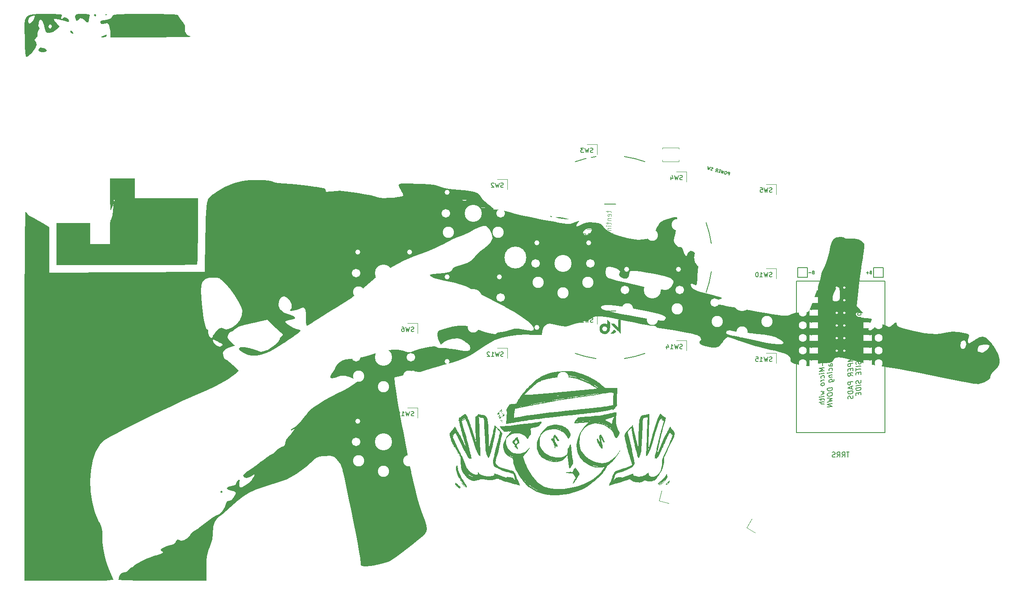
<source format=gbo>
G04 #@! TF.GenerationSoftware,KiCad,Pcbnew,8.0.5*
G04 #@! TF.CreationDate,2024-09-27T20:56:44+02:00*
G04 #@! TF.ProjectId,half-swept,68616c66-2d73-4776-9570-742e6b696361,rev?*
G04 #@! TF.SameCoordinates,Original*
G04 #@! TF.FileFunction,Legend,Bot*
G04 #@! TF.FilePolarity,Positive*
%FSLAX46Y46*%
G04 Gerber Fmt 4.6, Leading zero omitted, Abs format (unit mm)*
G04 Created by KiCad (PCBNEW 8.0.5) date 2024-09-27 20:56:44*
%MOMM*%
%LPD*%
G01*
G04 APERTURE LIST*
G04 Aperture macros list*
%AMRotRect*
0 Rectangle, with rotation*
0 The origin of the aperture is its center*
0 $1 length*
0 $2 width*
0 $3 Rotation angle, in degrees counterclockwise*
0 Add horizontal line*
21,1,$1,$2,0,0,$3*%
%AMFreePoly0*
4,1,6,0.600000,0.200000,0.000000,-0.400000,-0.600000,0.200000,-0.600000,0.400000,0.600000,0.400000,0.600000,0.200000,0.600000,0.200000,$1*%
%AMFreePoly1*
4,1,6,0.600000,-0.250000,-0.600000,-0.250000,-0.600000,1.000000,0.000000,0.400000,0.600000,1.000000,0.600000,-0.250000,0.600000,-0.250000,$1*%
G04 Aperture macros list end*
%ADD10C,0.120000*%
%ADD11C,0.150000*%
%ADD12C,0.160000*%
%ADD13C,0.100000*%
%ADD14C,0.300000*%
%ADD15C,0.200000*%
%ADD16C,0.010000*%
%ADD17C,0.000000*%
%ADD18C,0.250000*%
%ADD19C,1.397000*%
%ADD20C,0.800000*%
%ADD21O,2.000000X1.600000*%
%ADD22C,1.701800*%
%ADD23C,0.990600*%
%ADD24C,3.429000*%
%ADD25C,2.262000*%
%ADD26C,1.600000*%
%ADD27R,1.600000X1.600000*%
%ADD28FreePoly0,270.000000*%
%ADD29FreePoly0,90.000000*%
%ADD30FreePoly1,270.000000*%
%ADD31FreePoly1,90.000000*%
%ADD32C,4.400000*%
%ADD33C,1.000000*%
%ADD34RotRect,0.900000X0.900000X344.500000*%
%ADD35RotRect,0.900000X1.250000X344.500000*%
%ADD36R,0.900000X1.700000*%
G04 APERTURE END LIST*
D10*
X115836308Y-49344131D02*
X116036308Y-49058417D01*
X116179165Y-49344131D02*
X116179165Y-48744131D01*
X116179165Y-48744131D02*
X115950594Y-48744131D01*
X115950594Y-48744131D02*
X115893451Y-48772702D01*
X115893451Y-48772702D02*
X115864880Y-48801274D01*
X115864880Y-48801274D02*
X115836308Y-48858417D01*
X115836308Y-48858417D02*
X115836308Y-48944131D01*
X115836308Y-48944131D02*
X115864880Y-49001274D01*
X115864880Y-49001274D02*
X115893451Y-49029845D01*
X115893451Y-49029845D02*
X115950594Y-49058417D01*
X115950594Y-49058417D02*
X116179165Y-49058417D01*
X115607737Y-49172702D02*
X115322023Y-49172702D01*
X115664880Y-49344131D02*
X115464880Y-48744131D01*
X115464880Y-48744131D02*
X115264880Y-49344131D01*
X115122022Y-48744131D02*
X114979165Y-49344131D01*
X114979165Y-49344131D02*
X114864879Y-48915560D01*
X114864879Y-48915560D02*
X114750594Y-49344131D01*
X114750594Y-49344131D02*
X114607737Y-48744131D01*
D11*
X113358570Y-45929485D02*
X113272856Y-45958057D01*
X113272856Y-45958057D02*
X113244285Y-45986628D01*
X113244285Y-45986628D02*
X113215713Y-46043771D01*
X113215713Y-46043771D02*
X113215713Y-46129485D01*
X113215713Y-46129485D02*
X113244285Y-46186628D01*
X113244285Y-46186628D02*
X113272856Y-46215200D01*
X113272856Y-46215200D02*
X113329999Y-46243771D01*
X113329999Y-46243771D02*
X113558570Y-46243771D01*
X113558570Y-46243771D02*
X113558570Y-45643771D01*
X113558570Y-45643771D02*
X113358570Y-45643771D01*
X113358570Y-45643771D02*
X113301428Y-45672342D01*
X113301428Y-45672342D02*
X113272856Y-45700914D01*
X113272856Y-45700914D02*
X113244285Y-45758057D01*
X113244285Y-45758057D02*
X113244285Y-45815200D01*
X113244285Y-45815200D02*
X113272856Y-45872342D01*
X113272856Y-45872342D02*
X113301428Y-45900914D01*
X113301428Y-45900914D02*
X113358570Y-45929485D01*
X113358570Y-45929485D02*
X113558570Y-45929485D01*
X112958570Y-46015200D02*
X112501428Y-46015200D01*
X120461885Y-54142703D02*
X120414266Y-54196274D01*
X120414266Y-54196274D02*
X120366647Y-54297464D01*
X120366647Y-54297464D02*
X120366647Y-54535560D01*
X120366647Y-54535560D02*
X120414266Y-54624845D01*
X120414266Y-54624845D02*
X120461885Y-54666512D01*
X120461885Y-54666512D02*
X120557123Y-54702226D01*
X120557123Y-54702226D02*
X120652361Y-54690322D01*
X120652361Y-54690322D02*
X120795218Y-54624845D01*
X120795218Y-54624845D02*
X121366647Y-53981988D01*
X121366647Y-53981988D02*
X121366647Y-54601036D01*
X121747599Y-54886750D02*
X121699980Y-54940322D01*
X121699980Y-54940322D02*
X121557123Y-55053417D01*
X121557123Y-55053417D02*
X121461885Y-55112941D01*
X121461885Y-55112941D02*
X121319028Y-55178417D01*
X121319028Y-55178417D02*
X121080932Y-55255798D01*
X121080932Y-55255798D02*
X120890456Y-55279607D01*
X120890456Y-55279607D02*
X120652361Y-55261750D01*
X120652361Y-55261750D02*
X120509504Y-55231988D01*
X120509504Y-55231988D02*
X120414266Y-55196274D01*
X120414266Y-55196274D02*
X120271408Y-55118893D01*
X120271408Y-55118893D02*
X120223789Y-55077226D01*
X121271408Y-57041513D02*
X121319028Y-56987941D01*
X121319028Y-56987941D02*
X121366647Y-56839132D01*
X121366647Y-56839132D02*
X121366647Y-56743894D01*
X121366647Y-56743894D02*
X121319028Y-56606989D01*
X121319028Y-56606989D02*
X121223789Y-56523656D01*
X121223789Y-56523656D02*
X121128551Y-56487941D01*
X121128551Y-56487941D02*
X120938075Y-56464132D01*
X120938075Y-56464132D02*
X120795218Y-56481989D01*
X120795218Y-56481989D02*
X120604742Y-56553417D01*
X120604742Y-56553417D02*
X120509504Y-56612941D01*
X120509504Y-56612941D02*
X120414266Y-56720084D01*
X120414266Y-56720084D02*
X120366647Y-56868894D01*
X120366647Y-56868894D02*
X120366647Y-56964132D01*
X120366647Y-56964132D02*
X120414266Y-57101037D01*
X120414266Y-57101037D02*
X120461885Y-57142703D01*
X121366647Y-57601037D02*
X121319028Y-57511751D01*
X121319028Y-57511751D02*
X121223789Y-57476037D01*
X121223789Y-57476037D02*
X120366647Y-57583179D01*
X121366647Y-58124847D02*
X121319028Y-58035561D01*
X121319028Y-58035561D02*
X121271408Y-57993894D01*
X121271408Y-57993894D02*
X121176170Y-57958180D01*
X121176170Y-57958180D02*
X120890456Y-57993894D01*
X120890456Y-57993894D02*
X120795218Y-58053418D01*
X120795218Y-58053418D02*
X120747599Y-58106989D01*
X120747599Y-58106989D02*
X120699980Y-58208180D01*
X120699980Y-58208180D02*
X120699980Y-58351037D01*
X120699980Y-58351037D02*
X120747599Y-58440323D01*
X120747599Y-58440323D02*
X120795218Y-58481989D01*
X120795218Y-58481989D02*
X120890456Y-58517704D01*
X120890456Y-58517704D02*
X121176170Y-58481989D01*
X121176170Y-58481989D02*
X121271408Y-58422466D01*
X121271408Y-58422466D02*
X121319028Y-58368894D01*
X121319028Y-58368894D02*
X121366647Y-58267704D01*
X121366647Y-58267704D02*
X121366647Y-58124847D01*
X121319028Y-58845085D02*
X121366647Y-58934370D01*
X121366647Y-58934370D02*
X121366647Y-59124847D01*
X121366647Y-59124847D02*
X121319028Y-59226037D01*
X121319028Y-59226037D02*
X121223789Y-59285561D01*
X121223789Y-59285561D02*
X121176170Y-59291513D01*
X121176170Y-59291513D02*
X121080932Y-59255799D01*
X121080932Y-59255799D02*
X121033313Y-59166513D01*
X121033313Y-59166513D02*
X121033313Y-59023656D01*
X121033313Y-59023656D02*
X120985694Y-58934370D01*
X120985694Y-58934370D02*
X120890456Y-58898656D01*
X120890456Y-58898656D02*
X120842837Y-58904609D01*
X120842837Y-58904609D02*
X120747599Y-58964132D01*
X120747599Y-58964132D02*
X120699980Y-59065323D01*
X120699980Y-59065323D02*
X120699980Y-59208180D01*
X120699980Y-59208180D02*
X120747599Y-59297466D01*
X121319028Y-60083180D02*
X121366647Y-59981990D01*
X121366647Y-59981990D02*
X121366647Y-59791513D01*
X121366647Y-59791513D02*
X121319028Y-59702228D01*
X121319028Y-59702228D02*
X121223789Y-59666513D01*
X121223789Y-59666513D02*
X120842837Y-59714133D01*
X120842837Y-59714133D02*
X120747599Y-59773656D01*
X120747599Y-59773656D02*
X120699980Y-59874847D01*
X120699980Y-59874847D02*
X120699980Y-60065323D01*
X120699980Y-60065323D02*
X120747599Y-60154609D01*
X120747599Y-60154609D02*
X120842837Y-60190323D01*
X120842837Y-60190323D02*
X120938075Y-60178418D01*
X120938075Y-60178418D02*
X121033313Y-59690323D01*
X120366647Y-61726038D02*
X121080932Y-61636752D01*
X121080932Y-61636752D02*
X121223789Y-61571276D01*
X121223789Y-61571276D02*
X121319028Y-61464133D01*
X121319028Y-61464133D02*
X121366647Y-61315323D01*
X121366647Y-61315323D02*
X121366647Y-61220085D01*
X120366647Y-62202228D02*
X121176170Y-62101038D01*
X121176170Y-62101038D02*
X121271408Y-62136752D01*
X121271408Y-62136752D02*
X121319028Y-62178419D01*
X121319028Y-62178419D02*
X121366647Y-62267705D01*
X121366647Y-62267705D02*
X121366647Y-62458181D01*
X121366647Y-62458181D02*
X121319028Y-62559371D01*
X121319028Y-62559371D02*
X121271408Y-62612943D01*
X121271408Y-62612943D02*
X121176170Y-62672466D01*
X121176170Y-62672466D02*
X120366647Y-62773657D01*
X121366647Y-63124847D02*
X120366647Y-63249847D01*
X120366647Y-63249847D02*
X121080932Y-63493895D01*
X121080932Y-63493895D02*
X120366647Y-63916514D01*
X120366647Y-63916514D02*
X121366647Y-63791514D01*
X121366647Y-64267704D02*
X120366647Y-64392704D01*
X120366647Y-64392704D02*
X120366647Y-64773657D01*
X120366647Y-64773657D02*
X120414266Y-64862942D01*
X120414266Y-64862942D02*
X120461885Y-64904609D01*
X120461885Y-64904609D02*
X120557123Y-64940323D01*
X120557123Y-64940323D02*
X120699980Y-64922466D01*
X120699980Y-64922466D02*
X120795218Y-64862942D01*
X120795218Y-64862942D02*
X120842837Y-64809371D01*
X120842837Y-64809371D02*
X120890456Y-64708181D01*
X120890456Y-64708181D02*
X120890456Y-64327228D01*
X120842837Y-65333181D02*
X120842837Y-65666514D01*
X121366647Y-65743895D02*
X121366647Y-65267704D01*
X121366647Y-65267704D02*
X120366647Y-65392704D01*
X120366647Y-65392704D02*
X120366647Y-65868895D01*
X121366647Y-66743895D02*
X120890456Y-66470085D01*
X121366647Y-66172466D02*
X120366647Y-66297466D01*
X120366647Y-66297466D02*
X120366647Y-66678419D01*
X120366647Y-66678419D02*
X120414266Y-66767704D01*
X120414266Y-66767704D02*
X120461885Y-66809371D01*
X120461885Y-66809371D02*
X120557123Y-66845085D01*
X120557123Y-66845085D02*
X120699980Y-66827228D01*
X120699980Y-66827228D02*
X120795218Y-66767704D01*
X120795218Y-66767704D02*
X120842837Y-66714133D01*
X120842837Y-66714133D02*
X120890456Y-66612943D01*
X120890456Y-66612943D02*
X120890456Y-66231990D01*
X121366647Y-67934371D02*
X120366647Y-68059371D01*
X120366647Y-68059371D02*
X120366647Y-68440324D01*
X120366647Y-68440324D02*
X120414266Y-68529609D01*
X120414266Y-68529609D02*
X120461885Y-68571276D01*
X120461885Y-68571276D02*
X120557123Y-68606990D01*
X120557123Y-68606990D02*
X120699980Y-68589133D01*
X120699980Y-68589133D02*
X120795218Y-68529609D01*
X120795218Y-68529609D02*
X120842837Y-68476038D01*
X120842837Y-68476038D02*
X120890456Y-68374848D01*
X120890456Y-68374848D02*
X120890456Y-67993895D01*
X121080932Y-68922467D02*
X121080932Y-69398657D01*
X121366647Y-68791514D02*
X120366647Y-69249848D01*
X120366647Y-69249848D02*
X121366647Y-69458181D01*
X121366647Y-69791514D02*
X120366647Y-69916514D01*
X120366647Y-69916514D02*
X120366647Y-70154610D01*
X120366647Y-70154610D02*
X120414266Y-70291514D01*
X120414266Y-70291514D02*
X120509504Y-70374848D01*
X120509504Y-70374848D02*
X120604742Y-70410562D01*
X120604742Y-70410562D02*
X120795218Y-70434372D01*
X120795218Y-70434372D02*
X120938075Y-70416514D01*
X120938075Y-70416514D02*
X121128551Y-70345086D01*
X121128551Y-70345086D02*
X121223789Y-70285562D01*
X121223789Y-70285562D02*
X121319028Y-70178419D01*
X121319028Y-70178419D02*
X121366647Y-70029610D01*
X121366647Y-70029610D02*
X121366647Y-69791514D01*
X121319028Y-70749848D02*
X121366647Y-70886752D01*
X121366647Y-70886752D02*
X121366647Y-71124848D01*
X121366647Y-71124848D02*
X121319028Y-71226038D01*
X121319028Y-71226038D02*
X121271408Y-71279610D01*
X121271408Y-71279610D02*
X121176170Y-71339133D01*
X121176170Y-71339133D02*
X121080932Y-71351038D01*
X121080932Y-71351038D02*
X120985694Y-71315324D01*
X120985694Y-71315324D02*
X120938075Y-71273657D01*
X120938075Y-71273657D02*
X120890456Y-71184372D01*
X120890456Y-71184372D02*
X120842837Y-70999848D01*
X120842837Y-70999848D02*
X120795218Y-70910562D01*
X120795218Y-70910562D02*
X120747599Y-70868895D01*
X120747599Y-70868895D02*
X120652361Y-70833181D01*
X120652361Y-70833181D02*
X120557123Y-70845086D01*
X120557123Y-70845086D02*
X120461885Y-70904610D01*
X120461885Y-70904610D02*
X120414266Y-70958181D01*
X120414266Y-70958181D02*
X120366647Y-71059372D01*
X120366647Y-71059372D02*
X120366647Y-71297467D01*
X120366647Y-71297467D02*
X120414266Y-71434372D01*
X122976591Y-54220084D02*
X122928972Y-54130798D01*
X122928972Y-54130798D02*
X122881352Y-54089131D01*
X122881352Y-54089131D02*
X122786114Y-54053417D01*
X122786114Y-54053417D02*
X122500400Y-54089131D01*
X122500400Y-54089131D02*
X122405162Y-54148655D01*
X122405162Y-54148655D02*
X122357543Y-54202226D01*
X122357543Y-54202226D02*
X122309924Y-54303417D01*
X122309924Y-54303417D02*
X122309924Y-54446274D01*
X122309924Y-54446274D02*
X122357543Y-54535560D01*
X122357543Y-54535560D02*
X122405162Y-54577226D01*
X122405162Y-54577226D02*
X122500400Y-54612941D01*
X122500400Y-54612941D02*
X122786114Y-54577226D01*
X122786114Y-54577226D02*
X122881352Y-54517703D01*
X122881352Y-54517703D02*
X122928972Y-54464131D01*
X122928972Y-54464131D02*
X122976591Y-54362941D01*
X122976591Y-54362941D02*
X122976591Y-54220084D01*
X122309924Y-55065322D02*
X122976591Y-54981988D01*
X122405162Y-55053417D02*
X122357543Y-55106988D01*
X122357543Y-55106988D02*
X122309924Y-55208179D01*
X122309924Y-55208179D02*
X122309924Y-55351036D01*
X122309924Y-55351036D02*
X122357543Y-55440322D01*
X122357543Y-55440322D02*
X122452781Y-55476036D01*
X122452781Y-55476036D02*
X122976591Y-55410560D01*
X122309924Y-56589132D02*
X122309924Y-56970084D01*
X121976591Y-56773655D02*
X122833733Y-56666513D01*
X122833733Y-56666513D02*
X122928972Y-56702227D01*
X122928972Y-56702227D02*
X122976591Y-56791513D01*
X122976591Y-56791513D02*
X122976591Y-56886751D01*
X122976591Y-57220084D02*
X121976591Y-57345084D01*
X122976591Y-57648656D02*
X122452781Y-57714132D01*
X122452781Y-57714132D02*
X122357543Y-57678418D01*
X122357543Y-57678418D02*
X122309924Y-57589132D01*
X122309924Y-57589132D02*
X122309924Y-57446275D01*
X122309924Y-57446275D02*
X122357543Y-57345084D01*
X122357543Y-57345084D02*
X122405162Y-57291513D01*
X122928972Y-58511751D02*
X122976591Y-58410561D01*
X122976591Y-58410561D02*
X122976591Y-58220084D01*
X122976591Y-58220084D02*
X122928972Y-58130799D01*
X122928972Y-58130799D02*
X122833733Y-58095084D01*
X122833733Y-58095084D02*
X122452781Y-58142704D01*
X122452781Y-58142704D02*
X122357543Y-58202227D01*
X122357543Y-58202227D02*
X122309924Y-58303418D01*
X122309924Y-58303418D02*
X122309924Y-58493894D01*
X122309924Y-58493894D02*
X122357543Y-58583180D01*
X122357543Y-58583180D02*
X122452781Y-58618894D01*
X122452781Y-58618894D02*
X122548019Y-58606989D01*
X122548019Y-58606989D02*
X122643257Y-58118894D01*
X121976591Y-60059371D02*
X121976591Y-60249847D01*
X121976591Y-60249847D02*
X122024210Y-60339132D01*
X122024210Y-60339132D02*
X122119448Y-60422466D01*
X122119448Y-60422466D02*
X122309924Y-60446275D01*
X122309924Y-60446275D02*
X122643257Y-60404609D01*
X122643257Y-60404609D02*
X122833733Y-60333180D01*
X122833733Y-60333180D02*
X122928972Y-60226037D01*
X122928972Y-60226037D02*
X122976591Y-60124847D01*
X122976591Y-60124847D02*
X122976591Y-59934371D01*
X122976591Y-59934371D02*
X122928972Y-59845085D01*
X122928972Y-59845085D02*
X122833733Y-59761752D01*
X122833733Y-59761752D02*
X122643257Y-59737942D01*
X122643257Y-59737942D02*
X122309924Y-59779609D01*
X122309924Y-59779609D02*
X122119448Y-59851037D01*
X122119448Y-59851037D02*
X122024210Y-59958180D01*
X122024210Y-59958180D02*
X121976591Y-60059371D01*
X122976591Y-60791513D02*
X121976591Y-60916513D01*
X121976591Y-60916513D02*
X121976591Y-61297466D01*
X121976591Y-61297466D02*
X122024210Y-61386751D01*
X122024210Y-61386751D02*
X122071829Y-61428418D01*
X122071829Y-61428418D02*
X122167067Y-61464132D01*
X122167067Y-61464132D02*
X122309924Y-61446275D01*
X122309924Y-61446275D02*
X122405162Y-61386751D01*
X122405162Y-61386751D02*
X122452781Y-61333180D01*
X122452781Y-61333180D02*
X122500400Y-61231990D01*
X122500400Y-61231990D02*
X122500400Y-60851037D01*
X122976591Y-61791513D02*
X121976591Y-61916513D01*
X121976591Y-61916513D02*
X121976591Y-62297466D01*
X121976591Y-62297466D02*
X122024210Y-62386751D01*
X122024210Y-62386751D02*
X122071829Y-62428418D01*
X122071829Y-62428418D02*
X122167067Y-62464132D01*
X122167067Y-62464132D02*
X122309924Y-62446275D01*
X122309924Y-62446275D02*
X122405162Y-62386751D01*
X122405162Y-62386751D02*
X122452781Y-62333180D01*
X122452781Y-62333180D02*
X122500400Y-62231990D01*
X122500400Y-62231990D02*
X122500400Y-61851037D01*
X121976591Y-63106990D02*
X121976591Y-63297466D01*
X121976591Y-63297466D02*
X122024210Y-63386751D01*
X122024210Y-63386751D02*
X122119448Y-63470085D01*
X122119448Y-63470085D02*
X122309924Y-63493894D01*
X122309924Y-63493894D02*
X122643257Y-63452228D01*
X122643257Y-63452228D02*
X122833733Y-63380799D01*
X122833733Y-63380799D02*
X122928972Y-63273656D01*
X122928972Y-63273656D02*
X122976591Y-63172466D01*
X122976591Y-63172466D02*
X122976591Y-62981990D01*
X122976591Y-62981990D02*
X122928972Y-62892704D01*
X122928972Y-62892704D02*
X122833733Y-62809371D01*
X122833733Y-62809371D02*
X122643257Y-62785561D01*
X122643257Y-62785561D02*
X122309924Y-62827228D01*
X122309924Y-62827228D02*
X122119448Y-62898656D01*
X122119448Y-62898656D02*
X122024210Y-63005799D01*
X122024210Y-63005799D02*
X121976591Y-63106990D01*
X122928972Y-63797466D02*
X122976591Y-63934370D01*
X122976591Y-63934370D02*
X122976591Y-64172466D01*
X122976591Y-64172466D02*
X122928972Y-64273656D01*
X122928972Y-64273656D02*
X122881352Y-64327228D01*
X122881352Y-64327228D02*
X122786114Y-64386751D01*
X122786114Y-64386751D02*
X122690876Y-64398656D01*
X122690876Y-64398656D02*
X122595638Y-64362942D01*
X122595638Y-64362942D02*
X122548019Y-64321275D01*
X122548019Y-64321275D02*
X122500400Y-64231990D01*
X122500400Y-64231990D02*
X122452781Y-64047466D01*
X122452781Y-64047466D02*
X122405162Y-63958180D01*
X122405162Y-63958180D02*
X122357543Y-63916513D01*
X122357543Y-63916513D02*
X122262305Y-63880799D01*
X122262305Y-63880799D02*
X122167067Y-63892704D01*
X122167067Y-63892704D02*
X122071829Y-63952228D01*
X122071829Y-63952228D02*
X122024210Y-64005799D01*
X122024210Y-64005799D02*
X121976591Y-64106990D01*
X121976591Y-64106990D02*
X121976591Y-64345085D01*
X121976591Y-64345085D02*
X122024210Y-64481990D01*
X122976591Y-64791513D02*
X121976591Y-64916513D01*
X121976591Y-65249846D02*
X121976591Y-65821275D01*
X122976591Y-65410561D02*
X121976591Y-65535561D01*
X122452781Y-66095085D02*
X122452781Y-66428418D01*
X122976591Y-66505799D02*
X122976591Y-66029608D01*
X122976591Y-66029608D02*
X121976591Y-66154608D01*
X121976591Y-66154608D02*
X121976591Y-66630799D01*
X122928972Y-67654609D02*
X122976591Y-67791513D01*
X122976591Y-67791513D02*
X122976591Y-68029609D01*
X122976591Y-68029609D02*
X122928972Y-68130799D01*
X122928972Y-68130799D02*
X122881352Y-68184371D01*
X122881352Y-68184371D02*
X122786114Y-68243894D01*
X122786114Y-68243894D02*
X122690876Y-68255799D01*
X122690876Y-68255799D02*
X122595638Y-68220085D01*
X122595638Y-68220085D02*
X122548019Y-68178418D01*
X122548019Y-68178418D02*
X122500400Y-68089133D01*
X122500400Y-68089133D02*
X122452781Y-67904609D01*
X122452781Y-67904609D02*
X122405162Y-67815323D01*
X122405162Y-67815323D02*
X122357543Y-67773656D01*
X122357543Y-67773656D02*
X122262305Y-67737942D01*
X122262305Y-67737942D02*
X122167067Y-67749847D01*
X122167067Y-67749847D02*
X122071829Y-67809371D01*
X122071829Y-67809371D02*
X122024210Y-67862942D01*
X122024210Y-67862942D02*
X121976591Y-67964133D01*
X121976591Y-67964133D02*
X121976591Y-68202228D01*
X121976591Y-68202228D02*
X122024210Y-68339133D01*
X122976591Y-68648656D02*
X121976591Y-68773656D01*
X122976591Y-69124846D02*
X121976591Y-69249846D01*
X121976591Y-69249846D02*
X121976591Y-69487942D01*
X121976591Y-69487942D02*
X122024210Y-69624846D01*
X122024210Y-69624846D02*
X122119448Y-69708180D01*
X122119448Y-69708180D02*
X122214686Y-69743894D01*
X122214686Y-69743894D02*
X122405162Y-69767704D01*
X122405162Y-69767704D02*
X122548019Y-69749846D01*
X122548019Y-69749846D02*
X122738495Y-69678418D01*
X122738495Y-69678418D02*
X122833733Y-69618894D01*
X122833733Y-69618894D02*
X122928972Y-69511751D01*
X122928972Y-69511751D02*
X122976591Y-69362942D01*
X122976591Y-69362942D02*
X122976591Y-69124846D01*
X122452781Y-70190323D02*
X122452781Y-70523656D01*
X122976591Y-70601037D02*
X122976591Y-70124846D01*
X122976591Y-70124846D02*
X121976591Y-70249846D01*
X121976591Y-70249846D02*
X121976591Y-70726037D01*
D10*
X115864880Y-51312702D02*
X115922023Y-51284131D01*
X115922023Y-51284131D02*
X116007737Y-51284131D01*
X116007737Y-51284131D02*
X116093451Y-51312702D01*
X116093451Y-51312702D02*
X116150594Y-51369845D01*
X116150594Y-51369845D02*
X116179165Y-51426988D01*
X116179165Y-51426988D02*
X116207737Y-51541274D01*
X116207737Y-51541274D02*
X116207737Y-51626988D01*
X116207737Y-51626988D02*
X116179165Y-51741274D01*
X116179165Y-51741274D02*
X116150594Y-51798417D01*
X116150594Y-51798417D02*
X116093451Y-51855560D01*
X116093451Y-51855560D02*
X116007737Y-51884131D01*
X116007737Y-51884131D02*
X115950594Y-51884131D01*
X115950594Y-51884131D02*
X115864880Y-51855560D01*
X115864880Y-51855560D02*
X115836308Y-51826988D01*
X115836308Y-51826988D02*
X115836308Y-51626988D01*
X115836308Y-51626988D02*
X115950594Y-51626988D01*
X115579165Y-51884131D02*
X115579165Y-51284131D01*
X115579165Y-51284131D02*
X115236308Y-51884131D01*
X115236308Y-51884131D02*
X115236308Y-51284131D01*
X114950594Y-51884131D02*
X114950594Y-51284131D01*
X114950594Y-51284131D02*
X114807737Y-51284131D01*
X114807737Y-51284131D02*
X114722023Y-51312702D01*
X114722023Y-51312702D02*
X114664880Y-51369845D01*
X114664880Y-51369845D02*
X114636309Y-51426988D01*
X114636309Y-51426988D02*
X114607737Y-51541274D01*
X114607737Y-51541274D02*
X114607737Y-51626988D01*
X114607737Y-51626988D02*
X114636309Y-51741274D01*
X114636309Y-51741274D02*
X114664880Y-51798417D01*
X114664880Y-51798417D02*
X114722023Y-51855560D01*
X114722023Y-51855560D02*
X114807737Y-51884131D01*
X114807737Y-51884131D02*
X114950594Y-51884131D01*
D11*
X115626247Y-54601036D02*
X115626247Y-54029607D01*
X115626247Y-54315322D02*
X114626247Y-54440322D01*
X114626247Y-54440322D02*
X114769104Y-54327226D01*
X114769104Y-54327226D02*
X114864342Y-54220084D01*
X114864342Y-54220084D02*
X114911961Y-54118893D01*
X116007199Y-54886750D02*
X115959580Y-54940322D01*
X115959580Y-54940322D02*
X115816723Y-55053417D01*
X115816723Y-55053417D02*
X115721485Y-55112941D01*
X115721485Y-55112941D02*
X115578628Y-55178417D01*
X115578628Y-55178417D02*
X115340532Y-55255798D01*
X115340532Y-55255798D02*
X115150056Y-55279607D01*
X115150056Y-55279607D02*
X114911961Y-55261750D01*
X114911961Y-55261750D02*
X114769104Y-55231988D01*
X114769104Y-55231988D02*
X114673866Y-55196274D01*
X114673866Y-55196274D02*
X114531008Y-55118893D01*
X114531008Y-55118893D02*
X114483389Y-55077226D01*
X115626247Y-56458179D02*
X114626247Y-56583179D01*
X114626247Y-56583179D02*
X114626247Y-56964132D01*
X114626247Y-56964132D02*
X114673866Y-57053417D01*
X114673866Y-57053417D02*
X114721485Y-57095084D01*
X114721485Y-57095084D02*
X114816723Y-57130798D01*
X114816723Y-57130798D02*
X114959580Y-57112941D01*
X114959580Y-57112941D02*
X115054818Y-57053417D01*
X115054818Y-57053417D02*
X115102437Y-56999846D01*
X115102437Y-56999846D02*
X115150056Y-56898656D01*
X115150056Y-56898656D02*
X115150056Y-56517703D01*
X115626247Y-57601037D02*
X115578628Y-57511751D01*
X115578628Y-57511751D02*
X115483389Y-57476037D01*
X115483389Y-57476037D02*
X114626247Y-57583179D01*
X115626247Y-58410561D02*
X115102437Y-58476037D01*
X115102437Y-58476037D02*
X115007199Y-58440323D01*
X115007199Y-58440323D02*
X114959580Y-58351037D01*
X114959580Y-58351037D02*
X114959580Y-58160561D01*
X114959580Y-58160561D02*
X115007199Y-58059370D01*
X115578628Y-58416513D02*
X115626247Y-58315323D01*
X115626247Y-58315323D02*
X115626247Y-58077227D01*
X115626247Y-58077227D02*
X115578628Y-57987942D01*
X115578628Y-57987942D02*
X115483389Y-57952227D01*
X115483389Y-57952227D02*
X115388151Y-57964132D01*
X115388151Y-57964132D02*
X115292913Y-58023656D01*
X115292913Y-58023656D02*
X115245294Y-58124847D01*
X115245294Y-58124847D02*
X115245294Y-58362942D01*
X115245294Y-58362942D02*
X115197675Y-58464132D01*
X115578628Y-59321275D02*
X115626247Y-59220085D01*
X115626247Y-59220085D02*
X115626247Y-59029609D01*
X115626247Y-59029609D02*
X115578628Y-58940323D01*
X115578628Y-58940323D02*
X115531008Y-58898656D01*
X115531008Y-58898656D02*
X115435770Y-58862942D01*
X115435770Y-58862942D02*
X115150056Y-58898656D01*
X115150056Y-58898656D02*
X115054818Y-58958180D01*
X115054818Y-58958180D02*
X115007199Y-59011751D01*
X115007199Y-59011751D02*
X114959580Y-59112942D01*
X114959580Y-59112942D02*
X114959580Y-59303418D01*
X114959580Y-59303418D02*
X115007199Y-59392704D01*
X115578628Y-60130799D02*
X115626247Y-60029609D01*
X115626247Y-60029609D02*
X115626247Y-59839132D01*
X115626247Y-59839132D02*
X115578628Y-59749847D01*
X115578628Y-59749847D02*
X115483389Y-59714132D01*
X115483389Y-59714132D02*
X115102437Y-59761752D01*
X115102437Y-59761752D02*
X115007199Y-59821275D01*
X115007199Y-59821275D02*
X114959580Y-59922466D01*
X114959580Y-59922466D02*
X114959580Y-60112942D01*
X114959580Y-60112942D02*
X115007199Y-60202228D01*
X115007199Y-60202228D02*
X115102437Y-60237942D01*
X115102437Y-60237942D02*
X115197675Y-60226037D01*
X115197675Y-60226037D02*
X115292913Y-59737942D01*
X115626247Y-61362942D02*
X114626247Y-61487942D01*
X114626247Y-61487942D02*
X114626247Y-61868895D01*
X114626247Y-61868895D02*
X114673866Y-61958180D01*
X114673866Y-61958180D02*
X114721485Y-61999847D01*
X114721485Y-61999847D02*
X114816723Y-62035561D01*
X114816723Y-62035561D02*
X114959580Y-62017704D01*
X114959580Y-62017704D02*
X115054818Y-61958180D01*
X115054818Y-61958180D02*
X115102437Y-61904609D01*
X115102437Y-61904609D02*
X115150056Y-61803419D01*
X115150056Y-61803419D02*
X115150056Y-61422466D01*
X115626247Y-62362942D02*
X114959580Y-62446276D01*
X115150056Y-62422466D02*
X115054818Y-62481990D01*
X115054818Y-62481990D02*
X115007199Y-62535561D01*
X115007199Y-62535561D02*
X114959580Y-62636752D01*
X114959580Y-62636752D02*
X114959580Y-62731990D01*
X115626247Y-63124848D02*
X115578628Y-63035562D01*
X115578628Y-63035562D02*
X115531008Y-62993895D01*
X115531008Y-62993895D02*
X115435770Y-62958181D01*
X115435770Y-62958181D02*
X115150056Y-62993895D01*
X115150056Y-62993895D02*
X115054818Y-63053419D01*
X115054818Y-63053419D02*
X115007199Y-63106990D01*
X115007199Y-63106990D02*
X114959580Y-63208181D01*
X114959580Y-63208181D02*
X114959580Y-63351038D01*
X114959580Y-63351038D02*
X115007199Y-63440324D01*
X115007199Y-63440324D02*
X115054818Y-63481990D01*
X115054818Y-63481990D02*
X115150056Y-63517705D01*
X115150056Y-63517705D02*
X115435770Y-63481990D01*
X115435770Y-63481990D02*
X115531008Y-63422467D01*
X115531008Y-63422467D02*
X115578628Y-63368895D01*
X115578628Y-63368895D02*
X115626247Y-63267705D01*
X115626247Y-63267705D02*
X115626247Y-63124848D01*
X115245294Y-63934371D02*
X115245294Y-64696276D01*
X115626247Y-65124847D02*
X114626247Y-65249847D01*
X114626247Y-65249847D02*
X115340532Y-65493895D01*
X115340532Y-65493895D02*
X114626247Y-65916514D01*
X114626247Y-65916514D02*
X115626247Y-65791514D01*
X115626247Y-66267704D02*
X114959580Y-66351038D01*
X114626247Y-66392704D02*
X114673866Y-66339133D01*
X114673866Y-66339133D02*
X114721485Y-66380800D01*
X114721485Y-66380800D02*
X114673866Y-66434371D01*
X114673866Y-66434371D02*
X114626247Y-66392704D01*
X114626247Y-66392704D02*
X114721485Y-66380800D01*
X115578628Y-67178418D02*
X115626247Y-67077228D01*
X115626247Y-67077228D02*
X115626247Y-66886752D01*
X115626247Y-66886752D02*
X115578628Y-66797466D01*
X115578628Y-66797466D02*
X115531008Y-66755799D01*
X115531008Y-66755799D02*
X115435770Y-66720085D01*
X115435770Y-66720085D02*
X115150056Y-66755799D01*
X115150056Y-66755799D02*
X115054818Y-66815323D01*
X115054818Y-66815323D02*
X115007199Y-66868894D01*
X115007199Y-66868894D02*
X114959580Y-66970085D01*
X114959580Y-66970085D02*
X114959580Y-67160561D01*
X114959580Y-67160561D02*
X115007199Y-67249847D01*
X115626247Y-67601037D02*
X114959580Y-67684371D01*
X115150056Y-67660561D02*
X115054818Y-67720085D01*
X115054818Y-67720085D02*
X115007199Y-67773656D01*
X115007199Y-67773656D02*
X114959580Y-67874847D01*
X114959580Y-67874847D02*
X114959580Y-67970085D01*
X115626247Y-68362943D02*
X115578628Y-68273657D01*
X115578628Y-68273657D02*
X115531008Y-68231990D01*
X115531008Y-68231990D02*
X115435770Y-68196276D01*
X115435770Y-68196276D02*
X115150056Y-68231990D01*
X115150056Y-68231990D02*
X115054818Y-68291514D01*
X115054818Y-68291514D02*
X115007199Y-68345085D01*
X115007199Y-68345085D02*
X114959580Y-68446276D01*
X114959580Y-68446276D02*
X114959580Y-68589133D01*
X114959580Y-68589133D02*
X115007199Y-68678419D01*
X115007199Y-68678419D02*
X115054818Y-68720085D01*
X115054818Y-68720085D02*
X115150056Y-68755800D01*
X115150056Y-68755800D02*
X115435770Y-68720085D01*
X115435770Y-68720085D02*
X115531008Y-68660562D01*
X115531008Y-68660562D02*
X115578628Y-68606990D01*
X115578628Y-68606990D02*
X115626247Y-68505800D01*
X115626247Y-68505800D02*
X115626247Y-68362943D01*
X114959580Y-69874848D02*
X115626247Y-69981990D01*
X115626247Y-69981990D02*
X115150056Y-70231990D01*
X115150056Y-70231990D02*
X115626247Y-70362943D01*
X115626247Y-70362943D02*
X114959580Y-70636752D01*
X115626247Y-70934371D02*
X114959580Y-71017705D01*
X114626247Y-71059371D02*
X114673866Y-71005800D01*
X114673866Y-71005800D02*
X114721485Y-71047467D01*
X114721485Y-71047467D02*
X114673866Y-71101038D01*
X114673866Y-71101038D02*
X114626247Y-71059371D01*
X114626247Y-71059371D02*
X114721485Y-71047467D01*
X114959580Y-71351038D02*
X114959580Y-71731990D01*
X114626247Y-71535561D02*
X115483389Y-71428419D01*
X115483389Y-71428419D02*
X115578628Y-71464133D01*
X115578628Y-71464133D02*
X115626247Y-71553419D01*
X115626247Y-71553419D02*
X115626247Y-71648657D01*
X115626247Y-71981990D02*
X114626247Y-72106990D01*
X115626247Y-72410562D02*
X115102437Y-72476038D01*
X115102437Y-72476038D02*
X115007199Y-72440324D01*
X115007199Y-72440324D02*
X114959580Y-72351038D01*
X114959580Y-72351038D02*
X114959580Y-72208181D01*
X114959580Y-72208181D02*
X115007199Y-72106990D01*
X115007199Y-72106990D02*
X115054818Y-72053419D01*
X117188572Y-54511750D02*
X117236191Y-54410560D01*
X117236191Y-54410560D02*
X117236191Y-54220084D01*
X117236191Y-54220084D02*
X117188572Y-54130798D01*
X117188572Y-54130798D02*
X117140952Y-54089131D01*
X117140952Y-54089131D02*
X117045714Y-54053417D01*
X117045714Y-54053417D02*
X116760000Y-54089131D01*
X116760000Y-54089131D02*
X116664762Y-54148655D01*
X116664762Y-54148655D02*
X116617143Y-54202226D01*
X116617143Y-54202226D02*
X116569524Y-54303417D01*
X116569524Y-54303417D02*
X116569524Y-54493893D01*
X116569524Y-54493893D02*
X116617143Y-54583179D01*
X117236191Y-55077227D02*
X117188572Y-54987941D01*
X117188572Y-54987941D02*
X117140952Y-54946274D01*
X117140952Y-54946274D02*
X117045714Y-54910560D01*
X117045714Y-54910560D02*
X116760000Y-54946274D01*
X116760000Y-54946274D02*
X116664762Y-55005798D01*
X116664762Y-55005798D02*
X116617143Y-55059369D01*
X116617143Y-55059369D02*
X116569524Y-55160560D01*
X116569524Y-55160560D02*
X116569524Y-55303417D01*
X116569524Y-55303417D02*
X116617143Y-55392703D01*
X116617143Y-55392703D02*
X116664762Y-55434369D01*
X116664762Y-55434369D02*
X116760000Y-55470084D01*
X116760000Y-55470084D02*
X117045714Y-55434369D01*
X117045714Y-55434369D02*
X117140952Y-55374846D01*
X117140952Y-55374846D02*
X117188572Y-55321274D01*
X117188572Y-55321274D02*
X117236191Y-55220084D01*
X117236191Y-55220084D02*
X117236191Y-55077227D01*
X117236191Y-55839131D02*
X116569524Y-55922465D01*
X116664762Y-55910560D02*
X116617143Y-55964131D01*
X116617143Y-55964131D02*
X116569524Y-56065322D01*
X116569524Y-56065322D02*
X116569524Y-56208179D01*
X116569524Y-56208179D02*
X116617143Y-56297465D01*
X116617143Y-56297465D02*
X116712381Y-56333179D01*
X116712381Y-56333179D02*
X117236191Y-56267703D01*
X116712381Y-56333179D02*
X116617143Y-56392703D01*
X116617143Y-56392703D02*
X116569524Y-56493893D01*
X116569524Y-56493893D02*
X116569524Y-56636750D01*
X116569524Y-56636750D02*
X116617143Y-56726036D01*
X116617143Y-56726036D02*
X116712381Y-56761750D01*
X116712381Y-56761750D02*
X117236191Y-56696274D01*
X116569524Y-57255798D02*
X117569524Y-57130798D01*
X116617143Y-57249845D02*
X116569524Y-57351036D01*
X116569524Y-57351036D02*
X116569524Y-57541512D01*
X116569524Y-57541512D02*
X116617143Y-57630798D01*
X116617143Y-57630798D02*
X116664762Y-57672464D01*
X116664762Y-57672464D02*
X116760000Y-57708179D01*
X116760000Y-57708179D02*
X117045714Y-57672464D01*
X117045714Y-57672464D02*
X117140952Y-57612941D01*
X117140952Y-57612941D02*
X117188572Y-57559369D01*
X117188572Y-57559369D02*
X117236191Y-57458179D01*
X117236191Y-57458179D02*
X117236191Y-57267702D01*
X117236191Y-57267702D02*
X117188572Y-57178417D01*
X117236191Y-58220084D02*
X117188572Y-58130798D01*
X117188572Y-58130798D02*
X117140952Y-58089131D01*
X117140952Y-58089131D02*
X117045714Y-58053417D01*
X117045714Y-58053417D02*
X116760000Y-58089131D01*
X116760000Y-58089131D02*
X116664762Y-58148655D01*
X116664762Y-58148655D02*
X116617143Y-58202226D01*
X116617143Y-58202226D02*
X116569524Y-58303417D01*
X116569524Y-58303417D02*
X116569524Y-58446274D01*
X116569524Y-58446274D02*
X116617143Y-58535560D01*
X116617143Y-58535560D02*
X116664762Y-58577226D01*
X116664762Y-58577226D02*
X116760000Y-58612941D01*
X116760000Y-58612941D02*
X117045714Y-58577226D01*
X117045714Y-58577226D02*
X117140952Y-58517703D01*
X117140952Y-58517703D02*
X117188572Y-58464131D01*
X117188572Y-58464131D02*
X117236191Y-58362941D01*
X117236191Y-58362941D02*
X117236191Y-58220084D01*
X116569524Y-59065322D02*
X117236191Y-58981988D01*
X116664762Y-59053417D02*
X116617143Y-59106988D01*
X116617143Y-59106988D02*
X116569524Y-59208179D01*
X116569524Y-59208179D02*
X116569524Y-59351036D01*
X116569524Y-59351036D02*
X116617143Y-59440322D01*
X116617143Y-59440322D02*
X116712381Y-59476036D01*
X116712381Y-59476036D02*
X117236191Y-59410560D01*
X117188572Y-60273655D02*
X117236191Y-60172465D01*
X117236191Y-60172465D02*
X117236191Y-59981988D01*
X117236191Y-59981988D02*
X117188572Y-59892703D01*
X117188572Y-59892703D02*
X117093333Y-59856988D01*
X117093333Y-59856988D02*
X116712381Y-59904608D01*
X116712381Y-59904608D02*
X116617143Y-59964131D01*
X116617143Y-59964131D02*
X116569524Y-60065322D01*
X116569524Y-60065322D02*
X116569524Y-60255798D01*
X116569524Y-60255798D02*
X116617143Y-60345084D01*
X116617143Y-60345084D02*
X116712381Y-60380798D01*
X116712381Y-60380798D02*
X116807619Y-60368893D01*
X116807619Y-60368893D02*
X116902857Y-59880798D01*
X116569524Y-60827227D02*
X117236191Y-60743893D01*
X116664762Y-60815322D02*
X116617143Y-60868893D01*
X116617143Y-60868893D02*
X116569524Y-60970084D01*
X116569524Y-60970084D02*
X116569524Y-61112941D01*
X116569524Y-61112941D02*
X116617143Y-61202227D01*
X116617143Y-61202227D02*
X116712381Y-61237941D01*
X116712381Y-61237941D02*
X117236191Y-61172465D01*
X116569524Y-61589132D02*
X116569524Y-61970084D01*
X116236191Y-61773655D02*
X117093333Y-61666513D01*
X117093333Y-61666513D02*
X117188572Y-61702227D01*
X117188572Y-61702227D02*
X117236191Y-61791513D01*
X117236191Y-61791513D02*
X117236191Y-61886751D01*
X117188572Y-62178418D02*
X117236191Y-62267703D01*
X117236191Y-62267703D02*
X117236191Y-62458180D01*
X117236191Y-62458180D02*
X117188572Y-62559370D01*
X117188572Y-62559370D02*
X117093333Y-62618894D01*
X117093333Y-62618894D02*
X117045714Y-62624846D01*
X117045714Y-62624846D02*
X116950476Y-62589132D01*
X116950476Y-62589132D02*
X116902857Y-62499846D01*
X116902857Y-62499846D02*
X116902857Y-62356989D01*
X116902857Y-62356989D02*
X116855238Y-62267703D01*
X116855238Y-62267703D02*
X116760000Y-62231989D01*
X116760000Y-62231989D02*
X116712381Y-62237942D01*
X116712381Y-62237942D02*
X116617143Y-62297465D01*
X116617143Y-62297465D02*
X116569524Y-62398656D01*
X116569524Y-62398656D02*
X116569524Y-62541513D01*
X116569524Y-62541513D02*
X116617143Y-62630799D01*
X116569524Y-63731990D02*
X116569524Y-64112942D01*
X117236191Y-63791513D02*
X116379048Y-63898656D01*
X116379048Y-63898656D02*
X116283810Y-63958180D01*
X116283810Y-63958180D02*
X116236191Y-64059371D01*
X116236191Y-64059371D02*
X116236191Y-64154609D01*
X117236191Y-64791514D02*
X116712381Y-64856990D01*
X116712381Y-64856990D02*
X116617143Y-64821276D01*
X116617143Y-64821276D02*
X116569524Y-64731990D01*
X116569524Y-64731990D02*
X116569524Y-64541514D01*
X116569524Y-64541514D02*
X116617143Y-64440323D01*
X117188572Y-64797466D02*
X117236191Y-64696276D01*
X117236191Y-64696276D02*
X117236191Y-64458180D01*
X117236191Y-64458180D02*
X117188572Y-64368895D01*
X117188572Y-64368895D02*
X117093333Y-64333180D01*
X117093333Y-64333180D02*
X116998095Y-64345085D01*
X116998095Y-64345085D02*
X116902857Y-64404609D01*
X116902857Y-64404609D02*
X116855238Y-64505800D01*
X116855238Y-64505800D02*
X116855238Y-64743895D01*
X116855238Y-64743895D02*
X116807619Y-64845085D01*
X117188572Y-65702228D02*
X117236191Y-65601038D01*
X117236191Y-65601038D02*
X117236191Y-65410562D01*
X117236191Y-65410562D02*
X117188572Y-65321276D01*
X117188572Y-65321276D02*
X117140952Y-65279609D01*
X117140952Y-65279609D02*
X117045714Y-65243895D01*
X117045714Y-65243895D02*
X116760000Y-65279609D01*
X116760000Y-65279609D02*
X116664762Y-65339133D01*
X116664762Y-65339133D02*
X116617143Y-65392704D01*
X116617143Y-65392704D02*
X116569524Y-65493895D01*
X116569524Y-65493895D02*
X116569524Y-65684371D01*
X116569524Y-65684371D02*
X116617143Y-65773657D01*
X117236191Y-66124847D02*
X116569524Y-66208181D01*
X116236191Y-66249847D02*
X116283810Y-66196276D01*
X116283810Y-66196276D02*
X116331429Y-66237943D01*
X116331429Y-66237943D02*
X116283810Y-66291514D01*
X116283810Y-66291514D02*
X116236191Y-66249847D01*
X116236191Y-66249847D02*
X116331429Y-66237943D01*
X116569524Y-66684371D02*
X117236191Y-66601037D01*
X116664762Y-66672466D02*
X116617143Y-66726037D01*
X116617143Y-66726037D02*
X116569524Y-66827228D01*
X116569524Y-66827228D02*
X116569524Y-66970085D01*
X116569524Y-66970085D02*
X116617143Y-67059371D01*
X116617143Y-67059371D02*
X116712381Y-67095085D01*
X116712381Y-67095085D02*
X117236191Y-67029609D01*
X116569524Y-68017704D02*
X117379048Y-67916514D01*
X117379048Y-67916514D02*
X117474286Y-67856990D01*
X117474286Y-67856990D02*
X117521905Y-67803418D01*
X117521905Y-67803418D02*
X117569524Y-67702228D01*
X117569524Y-67702228D02*
X117569524Y-67559371D01*
X117569524Y-67559371D02*
X117521905Y-67470085D01*
X117188572Y-67940323D02*
X117236191Y-67839133D01*
X117236191Y-67839133D02*
X117236191Y-67648657D01*
X117236191Y-67648657D02*
X117188572Y-67559371D01*
X117188572Y-67559371D02*
X117140952Y-67517704D01*
X117140952Y-67517704D02*
X117045714Y-67481990D01*
X117045714Y-67481990D02*
X116760000Y-67517704D01*
X116760000Y-67517704D02*
X116664762Y-67577228D01*
X116664762Y-67577228D02*
X116617143Y-67630799D01*
X116617143Y-67630799D02*
X116569524Y-67731990D01*
X116569524Y-67731990D02*
X116569524Y-67922466D01*
X116569524Y-67922466D02*
X116617143Y-68011752D01*
X117236191Y-69172466D02*
X116236191Y-69297466D01*
X116236191Y-69297466D02*
X116236191Y-69535562D01*
X116236191Y-69535562D02*
X116283810Y-69672466D01*
X116283810Y-69672466D02*
X116379048Y-69755800D01*
X116379048Y-69755800D02*
X116474286Y-69791514D01*
X116474286Y-69791514D02*
X116664762Y-69815324D01*
X116664762Y-69815324D02*
X116807619Y-69797466D01*
X116807619Y-69797466D02*
X116998095Y-69726038D01*
X116998095Y-69726038D02*
X117093333Y-69666514D01*
X117093333Y-69666514D02*
X117188572Y-69559371D01*
X117188572Y-69559371D02*
X117236191Y-69410562D01*
X117236191Y-69410562D02*
X117236191Y-69172466D01*
X116236191Y-70487943D02*
X116236191Y-70678419D01*
X116236191Y-70678419D02*
X116283810Y-70767704D01*
X116283810Y-70767704D02*
X116379048Y-70851038D01*
X116379048Y-70851038D02*
X116569524Y-70874847D01*
X116569524Y-70874847D02*
X116902857Y-70833181D01*
X116902857Y-70833181D02*
X117093333Y-70761752D01*
X117093333Y-70761752D02*
X117188572Y-70654609D01*
X117188572Y-70654609D02*
X117236191Y-70553419D01*
X117236191Y-70553419D02*
X117236191Y-70362943D01*
X117236191Y-70362943D02*
X117188572Y-70273657D01*
X117188572Y-70273657D02*
X117093333Y-70190324D01*
X117093333Y-70190324D02*
X116902857Y-70166514D01*
X116902857Y-70166514D02*
X116569524Y-70208181D01*
X116569524Y-70208181D02*
X116379048Y-70279609D01*
X116379048Y-70279609D02*
X116283810Y-70386752D01*
X116283810Y-70386752D02*
X116236191Y-70487943D01*
X116236191Y-71249847D02*
X117236191Y-71362943D01*
X117236191Y-71362943D02*
X116521905Y-71642704D01*
X116521905Y-71642704D02*
X117236191Y-71743895D01*
X117236191Y-71743895D02*
X116236191Y-72106990D01*
X117236191Y-72362942D02*
X116236191Y-72487942D01*
X116236191Y-72487942D02*
X117236191Y-72934371D01*
X117236191Y-72934371D02*
X116236191Y-73059371D01*
X124915570Y-45929485D02*
X124829856Y-45958057D01*
X124829856Y-45958057D02*
X124801285Y-45986628D01*
X124801285Y-45986628D02*
X124772713Y-46043771D01*
X124772713Y-46043771D02*
X124772713Y-46129485D01*
X124772713Y-46129485D02*
X124801285Y-46186628D01*
X124801285Y-46186628D02*
X124829856Y-46215200D01*
X124829856Y-46215200D02*
X124886999Y-46243771D01*
X124886999Y-46243771D02*
X125115570Y-46243771D01*
X125115570Y-46243771D02*
X125115570Y-45643771D01*
X125115570Y-45643771D02*
X124915570Y-45643771D01*
X124915570Y-45643771D02*
X124858428Y-45672342D01*
X124858428Y-45672342D02*
X124829856Y-45700914D01*
X124829856Y-45700914D02*
X124801285Y-45758057D01*
X124801285Y-45758057D02*
X124801285Y-45815200D01*
X124801285Y-45815200D02*
X124829856Y-45872342D01*
X124829856Y-45872342D02*
X124858428Y-45900914D01*
X124858428Y-45900914D02*
X124915570Y-45929485D01*
X124915570Y-45929485D02*
X125115570Y-45929485D01*
X124515570Y-46015200D02*
X124058428Y-46015200D01*
X124286999Y-46243771D02*
X124286999Y-45786628D01*
X120633904Y-82131819D02*
X120062476Y-82131819D01*
X120348190Y-83131819D02*
X120348190Y-82131819D01*
X119157714Y-83131819D02*
X119491047Y-82655628D01*
X119729142Y-83131819D02*
X119729142Y-82131819D01*
X119729142Y-82131819D02*
X119348190Y-82131819D01*
X119348190Y-82131819D02*
X119252952Y-82179438D01*
X119252952Y-82179438D02*
X119205333Y-82227057D01*
X119205333Y-82227057D02*
X119157714Y-82322295D01*
X119157714Y-82322295D02*
X119157714Y-82465152D01*
X119157714Y-82465152D02*
X119205333Y-82560390D01*
X119205333Y-82560390D02*
X119252952Y-82608009D01*
X119252952Y-82608009D02*
X119348190Y-82655628D01*
X119348190Y-82655628D02*
X119729142Y-82655628D01*
X118157714Y-83131819D02*
X118491047Y-82655628D01*
X118729142Y-83131819D02*
X118729142Y-82131819D01*
X118729142Y-82131819D02*
X118348190Y-82131819D01*
X118348190Y-82131819D02*
X118252952Y-82179438D01*
X118252952Y-82179438D02*
X118205333Y-82227057D01*
X118205333Y-82227057D02*
X118157714Y-82322295D01*
X118157714Y-82322295D02*
X118157714Y-82465152D01*
X118157714Y-82465152D02*
X118205333Y-82560390D01*
X118205333Y-82560390D02*
X118252952Y-82608009D01*
X118252952Y-82608009D02*
X118348190Y-82655628D01*
X118348190Y-82655628D02*
X118729142Y-82655628D01*
X117776761Y-83084200D02*
X117633904Y-83131819D01*
X117633904Y-83131819D02*
X117395809Y-83131819D01*
X117395809Y-83131819D02*
X117300571Y-83084200D01*
X117300571Y-83084200D02*
X117252952Y-83036580D01*
X117252952Y-83036580D02*
X117205333Y-82941342D01*
X117205333Y-82941342D02*
X117205333Y-82846104D01*
X117205333Y-82846104D02*
X117252952Y-82750866D01*
X117252952Y-82750866D02*
X117300571Y-82703247D01*
X117300571Y-82703247D02*
X117395809Y-82655628D01*
X117395809Y-82655628D02*
X117586285Y-82608009D01*
X117586285Y-82608009D02*
X117681523Y-82560390D01*
X117681523Y-82560390D02*
X117729142Y-82512771D01*
X117729142Y-82512771D02*
X117776761Y-82417533D01*
X117776761Y-82417533D02*
X117776761Y-82322295D01*
X117776761Y-82322295D02*
X117729142Y-82227057D01*
X117729142Y-82227057D02*
X117681523Y-82179438D01*
X117681523Y-82179438D02*
X117586285Y-82131819D01*
X117586285Y-82131819D02*
X117348190Y-82131819D01*
X117348190Y-82131819D02*
X117205333Y-82179438D01*
D12*
X33102508Y-40806380D02*
X32973937Y-40849237D01*
X32973937Y-40849237D02*
X32759651Y-40849237D01*
X32759651Y-40849237D02*
X32673937Y-40806380D01*
X32673937Y-40806380D02*
X32631079Y-40763522D01*
X32631079Y-40763522D02*
X32588222Y-40677808D01*
X32588222Y-40677808D02*
X32588222Y-40592094D01*
X32588222Y-40592094D02*
X32631079Y-40506380D01*
X32631079Y-40506380D02*
X32673937Y-40463522D01*
X32673937Y-40463522D02*
X32759651Y-40420665D01*
X32759651Y-40420665D02*
X32931079Y-40377808D01*
X32931079Y-40377808D02*
X33016794Y-40334951D01*
X33016794Y-40334951D02*
X33059651Y-40292094D01*
X33059651Y-40292094D02*
X33102508Y-40206380D01*
X33102508Y-40206380D02*
X33102508Y-40120665D01*
X33102508Y-40120665D02*
X33059651Y-40034951D01*
X33059651Y-40034951D02*
X33016794Y-39992094D01*
X33016794Y-39992094D02*
X32931079Y-39949237D01*
X32931079Y-39949237D02*
X32716794Y-39949237D01*
X32716794Y-39949237D02*
X32588222Y-39992094D01*
X32288222Y-39949237D02*
X32073936Y-40849237D01*
X32073936Y-40849237D02*
X31902508Y-40206380D01*
X31902508Y-40206380D02*
X31731079Y-40849237D01*
X31731079Y-40849237D02*
X31516794Y-39949237D01*
X30702508Y-40849237D02*
X31216794Y-40849237D01*
X30959651Y-40849237D02*
X30959651Y-39949237D01*
X30959651Y-39949237D02*
X31045365Y-40077808D01*
X31045365Y-40077808D02*
X31131080Y-40163522D01*
X31131080Y-40163522D02*
X31216794Y-40206380D01*
X51102508Y-28806380D02*
X50973937Y-28849237D01*
X50973937Y-28849237D02*
X50759651Y-28849237D01*
X50759651Y-28849237D02*
X50673937Y-28806380D01*
X50673937Y-28806380D02*
X50631079Y-28763522D01*
X50631079Y-28763522D02*
X50588222Y-28677808D01*
X50588222Y-28677808D02*
X50588222Y-28592094D01*
X50588222Y-28592094D02*
X50631079Y-28506380D01*
X50631079Y-28506380D02*
X50673937Y-28463522D01*
X50673937Y-28463522D02*
X50759651Y-28420665D01*
X50759651Y-28420665D02*
X50931079Y-28377808D01*
X50931079Y-28377808D02*
X51016794Y-28334951D01*
X51016794Y-28334951D02*
X51059651Y-28292094D01*
X51059651Y-28292094D02*
X51102508Y-28206380D01*
X51102508Y-28206380D02*
X51102508Y-28120665D01*
X51102508Y-28120665D02*
X51059651Y-28034951D01*
X51059651Y-28034951D02*
X51016794Y-27992094D01*
X51016794Y-27992094D02*
X50931079Y-27949237D01*
X50931079Y-27949237D02*
X50716794Y-27949237D01*
X50716794Y-27949237D02*
X50588222Y-27992094D01*
X50288222Y-27949237D02*
X50073936Y-28849237D01*
X50073936Y-28849237D02*
X49902508Y-28206380D01*
X49902508Y-28206380D02*
X49731079Y-28849237D01*
X49731079Y-28849237D02*
X49516794Y-27949237D01*
X49216794Y-28034951D02*
X49173937Y-27992094D01*
X49173937Y-27992094D02*
X49088223Y-27949237D01*
X49088223Y-27949237D02*
X48873937Y-27949237D01*
X48873937Y-27949237D02*
X48788223Y-27992094D01*
X48788223Y-27992094D02*
X48745365Y-28034951D01*
X48745365Y-28034951D02*
X48702508Y-28120665D01*
X48702508Y-28120665D02*
X48702508Y-28206380D01*
X48702508Y-28206380D02*
X48745365Y-28334951D01*
X48745365Y-28334951D02*
X49259651Y-28849237D01*
X49259651Y-28849237D02*
X48702508Y-28849237D01*
X69102508Y-21806380D02*
X68973937Y-21849237D01*
X68973937Y-21849237D02*
X68759651Y-21849237D01*
X68759651Y-21849237D02*
X68673937Y-21806380D01*
X68673937Y-21806380D02*
X68631079Y-21763522D01*
X68631079Y-21763522D02*
X68588222Y-21677808D01*
X68588222Y-21677808D02*
X68588222Y-21592094D01*
X68588222Y-21592094D02*
X68631079Y-21506380D01*
X68631079Y-21506380D02*
X68673937Y-21463522D01*
X68673937Y-21463522D02*
X68759651Y-21420665D01*
X68759651Y-21420665D02*
X68931079Y-21377808D01*
X68931079Y-21377808D02*
X69016794Y-21334951D01*
X69016794Y-21334951D02*
X69059651Y-21292094D01*
X69059651Y-21292094D02*
X69102508Y-21206380D01*
X69102508Y-21206380D02*
X69102508Y-21120665D01*
X69102508Y-21120665D02*
X69059651Y-21034951D01*
X69059651Y-21034951D02*
X69016794Y-20992094D01*
X69016794Y-20992094D02*
X68931079Y-20949237D01*
X68931079Y-20949237D02*
X68716794Y-20949237D01*
X68716794Y-20949237D02*
X68588222Y-20992094D01*
X68288222Y-20949237D02*
X68073936Y-21849237D01*
X68073936Y-21849237D02*
X67902508Y-21206380D01*
X67902508Y-21206380D02*
X67731079Y-21849237D01*
X67731079Y-21849237D02*
X67516794Y-20949237D01*
X67259651Y-20949237D02*
X66702508Y-20949237D01*
X66702508Y-20949237D02*
X67002508Y-21292094D01*
X67002508Y-21292094D02*
X66873937Y-21292094D01*
X66873937Y-21292094D02*
X66788223Y-21334951D01*
X66788223Y-21334951D02*
X66745365Y-21377808D01*
X66745365Y-21377808D02*
X66702508Y-21463522D01*
X66702508Y-21463522D02*
X66702508Y-21677808D01*
X66702508Y-21677808D02*
X66745365Y-21763522D01*
X66745365Y-21763522D02*
X66788223Y-21806380D01*
X66788223Y-21806380D02*
X66873937Y-21849237D01*
X66873937Y-21849237D02*
X67131080Y-21849237D01*
X67131080Y-21849237D02*
X67216794Y-21806380D01*
X67216794Y-21806380D02*
X67259651Y-21763522D01*
X87102508Y-27306380D02*
X86973937Y-27349237D01*
X86973937Y-27349237D02*
X86759651Y-27349237D01*
X86759651Y-27349237D02*
X86673937Y-27306380D01*
X86673937Y-27306380D02*
X86631079Y-27263522D01*
X86631079Y-27263522D02*
X86588222Y-27177808D01*
X86588222Y-27177808D02*
X86588222Y-27092094D01*
X86588222Y-27092094D02*
X86631079Y-27006380D01*
X86631079Y-27006380D02*
X86673937Y-26963522D01*
X86673937Y-26963522D02*
X86759651Y-26920665D01*
X86759651Y-26920665D02*
X86931079Y-26877808D01*
X86931079Y-26877808D02*
X87016794Y-26834951D01*
X87016794Y-26834951D02*
X87059651Y-26792094D01*
X87059651Y-26792094D02*
X87102508Y-26706380D01*
X87102508Y-26706380D02*
X87102508Y-26620665D01*
X87102508Y-26620665D02*
X87059651Y-26534951D01*
X87059651Y-26534951D02*
X87016794Y-26492094D01*
X87016794Y-26492094D02*
X86931079Y-26449237D01*
X86931079Y-26449237D02*
X86716794Y-26449237D01*
X86716794Y-26449237D02*
X86588222Y-26492094D01*
X86288222Y-26449237D02*
X86073936Y-27349237D01*
X86073936Y-27349237D02*
X85902508Y-26706380D01*
X85902508Y-26706380D02*
X85731079Y-27349237D01*
X85731079Y-27349237D02*
X85516794Y-26449237D01*
X84788223Y-26749237D02*
X84788223Y-27349237D01*
X85002508Y-26406380D02*
X85216794Y-27049237D01*
X85216794Y-27049237D02*
X84659651Y-27049237D01*
X105102508Y-29806380D02*
X104973937Y-29849237D01*
X104973937Y-29849237D02*
X104759651Y-29849237D01*
X104759651Y-29849237D02*
X104673937Y-29806380D01*
X104673937Y-29806380D02*
X104631079Y-29763522D01*
X104631079Y-29763522D02*
X104588222Y-29677808D01*
X104588222Y-29677808D02*
X104588222Y-29592094D01*
X104588222Y-29592094D02*
X104631079Y-29506380D01*
X104631079Y-29506380D02*
X104673937Y-29463522D01*
X104673937Y-29463522D02*
X104759651Y-29420665D01*
X104759651Y-29420665D02*
X104931079Y-29377808D01*
X104931079Y-29377808D02*
X105016794Y-29334951D01*
X105016794Y-29334951D02*
X105059651Y-29292094D01*
X105059651Y-29292094D02*
X105102508Y-29206380D01*
X105102508Y-29206380D02*
X105102508Y-29120665D01*
X105102508Y-29120665D02*
X105059651Y-29034951D01*
X105059651Y-29034951D02*
X105016794Y-28992094D01*
X105016794Y-28992094D02*
X104931079Y-28949237D01*
X104931079Y-28949237D02*
X104716794Y-28949237D01*
X104716794Y-28949237D02*
X104588222Y-28992094D01*
X104288222Y-28949237D02*
X104073936Y-29849237D01*
X104073936Y-29849237D02*
X103902508Y-29206380D01*
X103902508Y-29206380D02*
X103731079Y-29849237D01*
X103731079Y-29849237D02*
X103516794Y-28949237D01*
X102745365Y-28949237D02*
X103173937Y-28949237D01*
X103173937Y-28949237D02*
X103216794Y-29377808D01*
X103216794Y-29377808D02*
X103173937Y-29334951D01*
X103173937Y-29334951D02*
X103088223Y-29292094D01*
X103088223Y-29292094D02*
X102873937Y-29292094D01*
X102873937Y-29292094D02*
X102788223Y-29334951D01*
X102788223Y-29334951D02*
X102745365Y-29377808D01*
X102745365Y-29377808D02*
X102702508Y-29463522D01*
X102702508Y-29463522D02*
X102702508Y-29677808D01*
X102702508Y-29677808D02*
X102745365Y-29763522D01*
X102745365Y-29763522D02*
X102788223Y-29806380D01*
X102788223Y-29806380D02*
X102873937Y-29849237D01*
X102873937Y-29849237D02*
X103088223Y-29849237D01*
X103088223Y-29849237D02*
X103173937Y-29806380D01*
X103173937Y-29806380D02*
X103216794Y-29763522D01*
X33102508Y-57806380D02*
X32973937Y-57849237D01*
X32973937Y-57849237D02*
X32759651Y-57849237D01*
X32759651Y-57849237D02*
X32673937Y-57806380D01*
X32673937Y-57806380D02*
X32631079Y-57763522D01*
X32631079Y-57763522D02*
X32588222Y-57677808D01*
X32588222Y-57677808D02*
X32588222Y-57592094D01*
X32588222Y-57592094D02*
X32631079Y-57506380D01*
X32631079Y-57506380D02*
X32673937Y-57463522D01*
X32673937Y-57463522D02*
X32759651Y-57420665D01*
X32759651Y-57420665D02*
X32931079Y-57377808D01*
X32931079Y-57377808D02*
X33016794Y-57334951D01*
X33016794Y-57334951D02*
X33059651Y-57292094D01*
X33059651Y-57292094D02*
X33102508Y-57206380D01*
X33102508Y-57206380D02*
X33102508Y-57120665D01*
X33102508Y-57120665D02*
X33059651Y-57034951D01*
X33059651Y-57034951D02*
X33016794Y-56992094D01*
X33016794Y-56992094D02*
X32931079Y-56949237D01*
X32931079Y-56949237D02*
X32716794Y-56949237D01*
X32716794Y-56949237D02*
X32588222Y-56992094D01*
X32288222Y-56949237D02*
X32073936Y-57849237D01*
X32073936Y-57849237D02*
X31902508Y-57206380D01*
X31902508Y-57206380D02*
X31731079Y-57849237D01*
X31731079Y-57849237D02*
X31516794Y-56949237D01*
X30788223Y-56949237D02*
X30959651Y-56949237D01*
X30959651Y-56949237D02*
X31045365Y-56992094D01*
X31045365Y-56992094D02*
X31088223Y-57034951D01*
X31088223Y-57034951D02*
X31173937Y-57163522D01*
X31173937Y-57163522D02*
X31216794Y-57334951D01*
X31216794Y-57334951D02*
X31216794Y-57677808D01*
X31216794Y-57677808D02*
X31173937Y-57763522D01*
X31173937Y-57763522D02*
X31131080Y-57806380D01*
X31131080Y-57806380D02*
X31045365Y-57849237D01*
X31045365Y-57849237D02*
X30873937Y-57849237D01*
X30873937Y-57849237D02*
X30788223Y-57806380D01*
X30788223Y-57806380D02*
X30745365Y-57763522D01*
X30745365Y-57763522D02*
X30702508Y-57677808D01*
X30702508Y-57677808D02*
X30702508Y-57463522D01*
X30702508Y-57463522D02*
X30745365Y-57377808D01*
X30745365Y-57377808D02*
X30788223Y-57334951D01*
X30788223Y-57334951D02*
X30873937Y-57292094D01*
X30873937Y-57292094D02*
X31045365Y-57292094D01*
X31045365Y-57292094D02*
X31131080Y-57334951D01*
X31131080Y-57334951D02*
X31173937Y-57377808D01*
X31173937Y-57377808D02*
X31216794Y-57463522D01*
X51102508Y-45780380D02*
X50973937Y-45823237D01*
X50973937Y-45823237D02*
X50759651Y-45823237D01*
X50759651Y-45823237D02*
X50673937Y-45780380D01*
X50673937Y-45780380D02*
X50631079Y-45737522D01*
X50631079Y-45737522D02*
X50588222Y-45651808D01*
X50588222Y-45651808D02*
X50588222Y-45566094D01*
X50588222Y-45566094D02*
X50631079Y-45480380D01*
X50631079Y-45480380D02*
X50673937Y-45437522D01*
X50673937Y-45437522D02*
X50759651Y-45394665D01*
X50759651Y-45394665D02*
X50931079Y-45351808D01*
X50931079Y-45351808D02*
X51016794Y-45308951D01*
X51016794Y-45308951D02*
X51059651Y-45266094D01*
X51059651Y-45266094D02*
X51102508Y-45180380D01*
X51102508Y-45180380D02*
X51102508Y-45094665D01*
X51102508Y-45094665D02*
X51059651Y-45008951D01*
X51059651Y-45008951D02*
X51016794Y-44966094D01*
X51016794Y-44966094D02*
X50931079Y-44923237D01*
X50931079Y-44923237D02*
X50716794Y-44923237D01*
X50716794Y-44923237D02*
X50588222Y-44966094D01*
X50288222Y-44923237D02*
X50073936Y-45823237D01*
X50073936Y-45823237D02*
X49902508Y-45180380D01*
X49902508Y-45180380D02*
X49731079Y-45823237D01*
X49731079Y-45823237D02*
X49516794Y-44923237D01*
X49259651Y-44923237D02*
X48659651Y-44923237D01*
X48659651Y-44923237D02*
X49045365Y-45823237D01*
X69102508Y-38922380D02*
X68973937Y-38965237D01*
X68973937Y-38965237D02*
X68759651Y-38965237D01*
X68759651Y-38965237D02*
X68673937Y-38922380D01*
X68673937Y-38922380D02*
X68631079Y-38879522D01*
X68631079Y-38879522D02*
X68588222Y-38793808D01*
X68588222Y-38793808D02*
X68588222Y-38708094D01*
X68588222Y-38708094D02*
X68631079Y-38622380D01*
X68631079Y-38622380D02*
X68673937Y-38579522D01*
X68673937Y-38579522D02*
X68759651Y-38536665D01*
X68759651Y-38536665D02*
X68931079Y-38493808D01*
X68931079Y-38493808D02*
X69016794Y-38450951D01*
X69016794Y-38450951D02*
X69059651Y-38408094D01*
X69059651Y-38408094D02*
X69102508Y-38322380D01*
X69102508Y-38322380D02*
X69102508Y-38236665D01*
X69102508Y-38236665D02*
X69059651Y-38150951D01*
X69059651Y-38150951D02*
X69016794Y-38108094D01*
X69016794Y-38108094D02*
X68931079Y-38065237D01*
X68931079Y-38065237D02*
X68716794Y-38065237D01*
X68716794Y-38065237D02*
X68588222Y-38108094D01*
X68288222Y-38065237D02*
X68073936Y-38965237D01*
X68073936Y-38965237D02*
X67902508Y-38322380D01*
X67902508Y-38322380D02*
X67731079Y-38965237D01*
X67731079Y-38965237D02*
X67516794Y-38065237D01*
X67045365Y-38450951D02*
X67131080Y-38408094D01*
X67131080Y-38408094D02*
X67173937Y-38365237D01*
X67173937Y-38365237D02*
X67216794Y-38279522D01*
X67216794Y-38279522D02*
X67216794Y-38236665D01*
X67216794Y-38236665D02*
X67173937Y-38150951D01*
X67173937Y-38150951D02*
X67131080Y-38108094D01*
X67131080Y-38108094D02*
X67045365Y-38065237D01*
X67045365Y-38065237D02*
X66873937Y-38065237D01*
X66873937Y-38065237D02*
X66788223Y-38108094D01*
X66788223Y-38108094D02*
X66745365Y-38150951D01*
X66745365Y-38150951D02*
X66702508Y-38236665D01*
X66702508Y-38236665D02*
X66702508Y-38279522D01*
X66702508Y-38279522D02*
X66745365Y-38365237D01*
X66745365Y-38365237D02*
X66788223Y-38408094D01*
X66788223Y-38408094D02*
X66873937Y-38450951D01*
X66873937Y-38450951D02*
X67045365Y-38450951D01*
X67045365Y-38450951D02*
X67131080Y-38493808D01*
X67131080Y-38493808D02*
X67173937Y-38536665D01*
X67173937Y-38536665D02*
X67216794Y-38622380D01*
X67216794Y-38622380D02*
X67216794Y-38793808D01*
X67216794Y-38793808D02*
X67173937Y-38879522D01*
X67173937Y-38879522D02*
X67131080Y-38922380D01*
X67131080Y-38922380D02*
X67045365Y-38965237D01*
X67045365Y-38965237D02*
X66873937Y-38965237D01*
X66873937Y-38965237D02*
X66788223Y-38922380D01*
X66788223Y-38922380D02*
X66745365Y-38879522D01*
X66745365Y-38879522D02*
X66702508Y-38793808D01*
X66702508Y-38793808D02*
X66702508Y-38622380D01*
X66702508Y-38622380D02*
X66745365Y-38536665D01*
X66745365Y-38536665D02*
X66788223Y-38493808D01*
X66788223Y-38493808D02*
X66873937Y-38450951D01*
X87102508Y-44256380D02*
X86973937Y-44299237D01*
X86973937Y-44299237D02*
X86759651Y-44299237D01*
X86759651Y-44299237D02*
X86673937Y-44256380D01*
X86673937Y-44256380D02*
X86631079Y-44213522D01*
X86631079Y-44213522D02*
X86588222Y-44127808D01*
X86588222Y-44127808D02*
X86588222Y-44042094D01*
X86588222Y-44042094D02*
X86631079Y-43956380D01*
X86631079Y-43956380D02*
X86673937Y-43913522D01*
X86673937Y-43913522D02*
X86759651Y-43870665D01*
X86759651Y-43870665D02*
X86931079Y-43827808D01*
X86931079Y-43827808D02*
X87016794Y-43784951D01*
X87016794Y-43784951D02*
X87059651Y-43742094D01*
X87059651Y-43742094D02*
X87102508Y-43656380D01*
X87102508Y-43656380D02*
X87102508Y-43570665D01*
X87102508Y-43570665D02*
X87059651Y-43484951D01*
X87059651Y-43484951D02*
X87016794Y-43442094D01*
X87016794Y-43442094D02*
X86931079Y-43399237D01*
X86931079Y-43399237D02*
X86716794Y-43399237D01*
X86716794Y-43399237D02*
X86588222Y-43442094D01*
X86288222Y-43399237D02*
X86073936Y-44299237D01*
X86073936Y-44299237D02*
X85902508Y-43656380D01*
X85902508Y-43656380D02*
X85731079Y-44299237D01*
X85731079Y-44299237D02*
X85516794Y-43399237D01*
X85131080Y-44299237D02*
X84959651Y-44299237D01*
X84959651Y-44299237D02*
X84873937Y-44256380D01*
X84873937Y-44256380D02*
X84831080Y-44213522D01*
X84831080Y-44213522D02*
X84745365Y-44084951D01*
X84745365Y-44084951D02*
X84702508Y-43913522D01*
X84702508Y-43913522D02*
X84702508Y-43570665D01*
X84702508Y-43570665D02*
X84745365Y-43484951D01*
X84745365Y-43484951D02*
X84788223Y-43442094D01*
X84788223Y-43442094D02*
X84873937Y-43399237D01*
X84873937Y-43399237D02*
X85045365Y-43399237D01*
X85045365Y-43399237D02*
X85131080Y-43442094D01*
X85131080Y-43442094D02*
X85173937Y-43484951D01*
X85173937Y-43484951D02*
X85216794Y-43570665D01*
X85216794Y-43570665D02*
X85216794Y-43784951D01*
X85216794Y-43784951D02*
X85173937Y-43870665D01*
X85173937Y-43870665D02*
X85131080Y-43913522D01*
X85131080Y-43913522D02*
X85045365Y-43956380D01*
X85045365Y-43956380D02*
X84873937Y-43956380D01*
X84873937Y-43956380D02*
X84788223Y-43913522D01*
X84788223Y-43913522D02*
X84745365Y-43870665D01*
X84745365Y-43870665D02*
X84702508Y-43784951D01*
X105082508Y-46796380D02*
X104953937Y-46839237D01*
X104953937Y-46839237D02*
X104739651Y-46839237D01*
X104739651Y-46839237D02*
X104653937Y-46796380D01*
X104653937Y-46796380D02*
X104611079Y-46753522D01*
X104611079Y-46753522D02*
X104568222Y-46667808D01*
X104568222Y-46667808D02*
X104568222Y-46582094D01*
X104568222Y-46582094D02*
X104611079Y-46496380D01*
X104611079Y-46496380D02*
X104653937Y-46453522D01*
X104653937Y-46453522D02*
X104739651Y-46410665D01*
X104739651Y-46410665D02*
X104911079Y-46367808D01*
X104911079Y-46367808D02*
X104996794Y-46324951D01*
X104996794Y-46324951D02*
X105039651Y-46282094D01*
X105039651Y-46282094D02*
X105082508Y-46196380D01*
X105082508Y-46196380D02*
X105082508Y-46110665D01*
X105082508Y-46110665D02*
X105039651Y-46024951D01*
X105039651Y-46024951D02*
X104996794Y-45982094D01*
X104996794Y-45982094D02*
X104911079Y-45939237D01*
X104911079Y-45939237D02*
X104696794Y-45939237D01*
X104696794Y-45939237D02*
X104568222Y-45982094D01*
X104268222Y-45939237D02*
X104053936Y-46839237D01*
X104053936Y-46839237D02*
X103882508Y-46196380D01*
X103882508Y-46196380D02*
X103711079Y-46839237D01*
X103711079Y-46839237D02*
X103496794Y-45939237D01*
X102682508Y-46839237D02*
X103196794Y-46839237D01*
X102939651Y-46839237D02*
X102939651Y-45939237D01*
X102939651Y-45939237D02*
X103025365Y-46067808D01*
X103025365Y-46067808D02*
X103111080Y-46153522D01*
X103111080Y-46153522D02*
X103196794Y-46196380D01*
X102125365Y-45939237D02*
X102039651Y-45939237D01*
X102039651Y-45939237D02*
X101953937Y-45982094D01*
X101953937Y-45982094D02*
X101911080Y-46024951D01*
X101911080Y-46024951D02*
X101868222Y-46110665D01*
X101868222Y-46110665D02*
X101825365Y-46282094D01*
X101825365Y-46282094D02*
X101825365Y-46496380D01*
X101825365Y-46496380D02*
X101868222Y-46667808D01*
X101868222Y-46667808D02*
X101911080Y-46753522D01*
X101911080Y-46753522D02*
X101953937Y-46796380D01*
X101953937Y-46796380D02*
X102039651Y-46839237D01*
X102039651Y-46839237D02*
X102125365Y-46839237D01*
X102125365Y-46839237D02*
X102211080Y-46796380D01*
X102211080Y-46796380D02*
X102253937Y-46753522D01*
X102253937Y-46753522D02*
X102296794Y-46667808D01*
X102296794Y-46667808D02*
X102339651Y-46496380D01*
X102339651Y-46496380D02*
X102339651Y-46282094D01*
X102339651Y-46282094D02*
X102296794Y-46110665D01*
X102296794Y-46110665D02*
X102253937Y-46024951D01*
X102253937Y-46024951D02*
X102211080Y-45982094D01*
X102211080Y-45982094D02*
X102125365Y-45939237D01*
X33102508Y-74806380D02*
X32973937Y-74849237D01*
X32973937Y-74849237D02*
X32759651Y-74849237D01*
X32759651Y-74849237D02*
X32673937Y-74806380D01*
X32673937Y-74806380D02*
X32631079Y-74763522D01*
X32631079Y-74763522D02*
X32588222Y-74677808D01*
X32588222Y-74677808D02*
X32588222Y-74592094D01*
X32588222Y-74592094D02*
X32631079Y-74506380D01*
X32631079Y-74506380D02*
X32673937Y-74463522D01*
X32673937Y-74463522D02*
X32759651Y-74420665D01*
X32759651Y-74420665D02*
X32931079Y-74377808D01*
X32931079Y-74377808D02*
X33016794Y-74334951D01*
X33016794Y-74334951D02*
X33059651Y-74292094D01*
X33059651Y-74292094D02*
X33102508Y-74206380D01*
X33102508Y-74206380D02*
X33102508Y-74120665D01*
X33102508Y-74120665D02*
X33059651Y-74034951D01*
X33059651Y-74034951D02*
X33016794Y-73992094D01*
X33016794Y-73992094D02*
X32931079Y-73949237D01*
X32931079Y-73949237D02*
X32716794Y-73949237D01*
X32716794Y-73949237D02*
X32588222Y-73992094D01*
X32288222Y-73949237D02*
X32073936Y-74849237D01*
X32073936Y-74849237D02*
X31902508Y-74206380D01*
X31902508Y-74206380D02*
X31731079Y-74849237D01*
X31731079Y-74849237D02*
X31516794Y-73949237D01*
X30702508Y-74849237D02*
X31216794Y-74849237D01*
X30959651Y-74849237D02*
X30959651Y-73949237D01*
X30959651Y-73949237D02*
X31045365Y-74077808D01*
X31045365Y-74077808D02*
X31131080Y-74163522D01*
X31131080Y-74163522D02*
X31216794Y-74206380D01*
X29845365Y-74849237D02*
X30359651Y-74849237D01*
X30102508Y-74849237D02*
X30102508Y-73949237D01*
X30102508Y-73949237D02*
X30188222Y-74077808D01*
X30188222Y-74077808D02*
X30273937Y-74163522D01*
X30273937Y-74163522D02*
X30359651Y-74206380D01*
X51102508Y-62798380D02*
X50973937Y-62841237D01*
X50973937Y-62841237D02*
X50759651Y-62841237D01*
X50759651Y-62841237D02*
X50673937Y-62798380D01*
X50673937Y-62798380D02*
X50631079Y-62755522D01*
X50631079Y-62755522D02*
X50588222Y-62669808D01*
X50588222Y-62669808D02*
X50588222Y-62584094D01*
X50588222Y-62584094D02*
X50631079Y-62498380D01*
X50631079Y-62498380D02*
X50673937Y-62455522D01*
X50673937Y-62455522D02*
X50759651Y-62412665D01*
X50759651Y-62412665D02*
X50931079Y-62369808D01*
X50931079Y-62369808D02*
X51016794Y-62326951D01*
X51016794Y-62326951D02*
X51059651Y-62284094D01*
X51059651Y-62284094D02*
X51102508Y-62198380D01*
X51102508Y-62198380D02*
X51102508Y-62112665D01*
X51102508Y-62112665D02*
X51059651Y-62026951D01*
X51059651Y-62026951D02*
X51016794Y-61984094D01*
X51016794Y-61984094D02*
X50931079Y-61941237D01*
X50931079Y-61941237D02*
X50716794Y-61941237D01*
X50716794Y-61941237D02*
X50588222Y-61984094D01*
X50288222Y-61941237D02*
X50073936Y-62841237D01*
X50073936Y-62841237D02*
X49902508Y-62198380D01*
X49902508Y-62198380D02*
X49731079Y-62841237D01*
X49731079Y-62841237D02*
X49516794Y-61941237D01*
X48702508Y-62841237D02*
X49216794Y-62841237D01*
X48959651Y-62841237D02*
X48959651Y-61941237D01*
X48959651Y-61941237D02*
X49045365Y-62069808D01*
X49045365Y-62069808D02*
X49131080Y-62155522D01*
X49131080Y-62155522D02*
X49216794Y-62198380D01*
X48359651Y-62026951D02*
X48316794Y-61984094D01*
X48316794Y-61984094D02*
X48231080Y-61941237D01*
X48231080Y-61941237D02*
X48016794Y-61941237D01*
X48016794Y-61941237D02*
X47931080Y-61984094D01*
X47931080Y-61984094D02*
X47888222Y-62026951D01*
X47888222Y-62026951D02*
X47845365Y-62112665D01*
X47845365Y-62112665D02*
X47845365Y-62198380D01*
X47845365Y-62198380D02*
X47888222Y-62326951D01*
X47888222Y-62326951D02*
X48402508Y-62841237D01*
X48402508Y-62841237D02*
X47845365Y-62841237D01*
X69102508Y-55940380D02*
X68973937Y-55983237D01*
X68973937Y-55983237D02*
X68759651Y-55983237D01*
X68759651Y-55983237D02*
X68673937Y-55940380D01*
X68673937Y-55940380D02*
X68631079Y-55897522D01*
X68631079Y-55897522D02*
X68588222Y-55811808D01*
X68588222Y-55811808D02*
X68588222Y-55726094D01*
X68588222Y-55726094D02*
X68631079Y-55640380D01*
X68631079Y-55640380D02*
X68673937Y-55597522D01*
X68673937Y-55597522D02*
X68759651Y-55554665D01*
X68759651Y-55554665D02*
X68931079Y-55511808D01*
X68931079Y-55511808D02*
X69016794Y-55468951D01*
X69016794Y-55468951D02*
X69059651Y-55426094D01*
X69059651Y-55426094D02*
X69102508Y-55340380D01*
X69102508Y-55340380D02*
X69102508Y-55254665D01*
X69102508Y-55254665D02*
X69059651Y-55168951D01*
X69059651Y-55168951D02*
X69016794Y-55126094D01*
X69016794Y-55126094D02*
X68931079Y-55083237D01*
X68931079Y-55083237D02*
X68716794Y-55083237D01*
X68716794Y-55083237D02*
X68588222Y-55126094D01*
X68288222Y-55083237D02*
X68073936Y-55983237D01*
X68073936Y-55983237D02*
X67902508Y-55340380D01*
X67902508Y-55340380D02*
X67731079Y-55983237D01*
X67731079Y-55983237D02*
X67516794Y-55083237D01*
X66702508Y-55983237D02*
X67216794Y-55983237D01*
X66959651Y-55983237D02*
X66959651Y-55083237D01*
X66959651Y-55083237D02*
X67045365Y-55211808D01*
X67045365Y-55211808D02*
X67131080Y-55297522D01*
X67131080Y-55297522D02*
X67216794Y-55340380D01*
X66402508Y-55083237D02*
X65845365Y-55083237D01*
X65845365Y-55083237D02*
X66145365Y-55426094D01*
X66145365Y-55426094D02*
X66016794Y-55426094D01*
X66016794Y-55426094D02*
X65931080Y-55468951D01*
X65931080Y-55468951D02*
X65888222Y-55511808D01*
X65888222Y-55511808D02*
X65845365Y-55597522D01*
X65845365Y-55597522D02*
X65845365Y-55811808D01*
X65845365Y-55811808D02*
X65888222Y-55897522D01*
X65888222Y-55897522D02*
X65931080Y-55940380D01*
X65931080Y-55940380D02*
X66016794Y-55983237D01*
X66016794Y-55983237D02*
X66273937Y-55983237D01*
X66273937Y-55983237D02*
X66359651Y-55940380D01*
X66359651Y-55940380D02*
X66402508Y-55897522D01*
X87102508Y-61274380D02*
X86973937Y-61317237D01*
X86973937Y-61317237D02*
X86759651Y-61317237D01*
X86759651Y-61317237D02*
X86673937Y-61274380D01*
X86673937Y-61274380D02*
X86631079Y-61231522D01*
X86631079Y-61231522D02*
X86588222Y-61145808D01*
X86588222Y-61145808D02*
X86588222Y-61060094D01*
X86588222Y-61060094D02*
X86631079Y-60974380D01*
X86631079Y-60974380D02*
X86673937Y-60931522D01*
X86673937Y-60931522D02*
X86759651Y-60888665D01*
X86759651Y-60888665D02*
X86931079Y-60845808D01*
X86931079Y-60845808D02*
X87016794Y-60802951D01*
X87016794Y-60802951D02*
X87059651Y-60760094D01*
X87059651Y-60760094D02*
X87102508Y-60674380D01*
X87102508Y-60674380D02*
X87102508Y-60588665D01*
X87102508Y-60588665D02*
X87059651Y-60502951D01*
X87059651Y-60502951D02*
X87016794Y-60460094D01*
X87016794Y-60460094D02*
X86931079Y-60417237D01*
X86931079Y-60417237D02*
X86716794Y-60417237D01*
X86716794Y-60417237D02*
X86588222Y-60460094D01*
X86288222Y-60417237D02*
X86073936Y-61317237D01*
X86073936Y-61317237D02*
X85902508Y-60674380D01*
X85902508Y-60674380D02*
X85731079Y-61317237D01*
X85731079Y-61317237D02*
X85516794Y-60417237D01*
X84702508Y-61317237D02*
X85216794Y-61317237D01*
X84959651Y-61317237D02*
X84959651Y-60417237D01*
X84959651Y-60417237D02*
X85045365Y-60545808D01*
X85045365Y-60545808D02*
X85131080Y-60631522D01*
X85131080Y-60631522D02*
X85216794Y-60674380D01*
X83931080Y-60717237D02*
X83931080Y-61317237D01*
X84145365Y-60374380D02*
X84359651Y-61017237D01*
X84359651Y-61017237D02*
X83802508Y-61017237D01*
X105082508Y-63814380D02*
X104953937Y-63857237D01*
X104953937Y-63857237D02*
X104739651Y-63857237D01*
X104739651Y-63857237D02*
X104653937Y-63814380D01*
X104653937Y-63814380D02*
X104611079Y-63771522D01*
X104611079Y-63771522D02*
X104568222Y-63685808D01*
X104568222Y-63685808D02*
X104568222Y-63600094D01*
X104568222Y-63600094D02*
X104611079Y-63514380D01*
X104611079Y-63514380D02*
X104653937Y-63471522D01*
X104653937Y-63471522D02*
X104739651Y-63428665D01*
X104739651Y-63428665D02*
X104911079Y-63385808D01*
X104911079Y-63385808D02*
X104996794Y-63342951D01*
X104996794Y-63342951D02*
X105039651Y-63300094D01*
X105039651Y-63300094D02*
X105082508Y-63214380D01*
X105082508Y-63214380D02*
X105082508Y-63128665D01*
X105082508Y-63128665D02*
X105039651Y-63042951D01*
X105039651Y-63042951D02*
X104996794Y-63000094D01*
X104996794Y-63000094D02*
X104911079Y-62957237D01*
X104911079Y-62957237D02*
X104696794Y-62957237D01*
X104696794Y-62957237D02*
X104568222Y-63000094D01*
X104268222Y-62957237D02*
X104053936Y-63857237D01*
X104053936Y-63857237D02*
X103882508Y-63214380D01*
X103882508Y-63214380D02*
X103711079Y-63857237D01*
X103711079Y-63857237D02*
X103496794Y-62957237D01*
X102682508Y-63857237D02*
X103196794Y-63857237D01*
X102939651Y-63857237D02*
X102939651Y-62957237D01*
X102939651Y-62957237D02*
X103025365Y-63085808D01*
X103025365Y-63085808D02*
X103111080Y-63171522D01*
X103111080Y-63171522D02*
X103196794Y-63214380D01*
X101868222Y-62957237D02*
X102296794Y-62957237D01*
X102296794Y-62957237D02*
X102339651Y-63385808D01*
X102339651Y-63385808D02*
X102296794Y-63342951D01*
X102296794Y-63342951D02*
X102211080Y-63300094D01*
X102211080Y-63300094D02*
X101996794Y-63300094D01*
X101996794Y-63300094D02*
X101911080Y-63342951D01*
X101911080Y-63342951D02*
X101868222Y-63385808D01*
X101868222Y-63385808D02*
X101825365Y-63471522D01*
X101825365Y-63471522D02*
X101825365Y-63685808D01*
X101825365Y-63685808D02*
X101868222Y-63771522D01*
X101868222Y-63771522D02*
X101911080Y-63814380D01*
X101911080Y-63814380D02*
X101996794Y-63857237D01*
X101996794Y-63857237D02*
X102211080Y-63857237D01*
X102211080Y-63857237D02*
X102296794Y-63814380D01*
X102296794Y-63814380D02*
X102339651Y-63771522D01*
D13*
X72180252Y-47512500D02*
X73180252Y-47512500D01*
X72227871Y-47512500D02*
X72180252Y-47607738D01*
X72180252Y-47607738D02*
X72180252Y-47798214D01*
X72180252Y-47798214D02*
X72227871Y-47893452D01*
X72227871Y-47893452D02*
X72275490Y-47941071D01*
X72275490Y-47941071D02*
X72370728Y-47988690D01*
X72370728Y-47988690D02*
X72656442Y-47988690D01*
X72656442Y-47988690D02*
X72751680Y-47941071D01*
X72751680Y-47941071D02*
X72799300Y-47893452D01*
X72799300Y-47893452D02*
X72846919Y-47798214D01*
X72846919Y-47798214D02*
X72846919Y-47607738D01*
X72846919Y-47607738D02*
X72799300Y-47512500D01*
X72180252Y-48845833D02*
X72846919Y-48845833D01*
X72180252Y-48417262D02*
X72704061Y-48417262D01*
X72704061Y-48417262D02*
X72799300Y-48464881D01*
X72799300Y-48464881D02*
X72846919Y-48560119D01*
X72846919Y-48560119D02*
X72846919Y-48702976D01*
X72846919Y-48702976D02*
X72799300Y-48798214D01*
X72799300Y-48798214D02*
X72751680Y-48845833D01*
X72799300Y-49750595D02*
X72846919Y-49655357D01*
X72846919Y-49655357D02*
X72846919Y-49464881D01*
X72846919Y-49464881D02*
X72799300Y-49369643D01*
X72799300Y-49369643D02*
X72751680Y-49322024D01*
X72751680Y-49322024D02*
X72656442Y-49274405D01*
X72656442Y-49274405D02*
X72370728Y-49274405D01*
X72370728Y-49274405D02*
X72275490Y-49322024D01*
X72275490Y-49322024D02*
X72227871Y-49369643D01*
X72227871Y-49369643D02*
X72180252Y-49464881D01*
X72180252Y-49464881D02*
X72180252Y-49655357D01*
X72180252Y-49655357D02*
X72227871Y-49750595D01*
X72846919Y-50179167D02*
X71846919Y-50179167D01*
X72465966Y-50274405D02*
X72846919Y-50560119D01*
X72180252Y-50560119D02*
X72561204Y-50179167D01*
X72116752Y-33558500D02*
X72116752Y-33939452D01*
X71783419Y-33701357D02*
X72640561Y-33701357D01*
X72640561Y-33701357D02*
X72735800Y-33748976D01*
X72735800Y-33748976D02*
X72783419Y-33844214D01*
X72783419Y-33844214D02*
X72783419Y-33939452D01*
X72735800Y-34653738D02*
X72783419Y-34558500D01*
X72783419Y-34558500D02*
X72783419Y-34368024D01*
X72783419Y-34368024D02*
X72735800Y-34272786D01*
X72735800Y-34272786D02*
X72640561Y-34225167D01*
X72640561Y-34225167D02*
X72259609Y-34225167D01*
X72259609Y-34225167D02*
X72164371Y-34272786D01*
X72164371Y-34272786D02*
X72116752Y-34368024D01*
X72116752Y-34368024D02*
X72116752Y-34558500D01*
X72116752Y-34558500D02*
X72164371Y-34653738D01*
X72164371Y-34653738D02*
X72259609Y-34701357D01*
X72259609Y-34701357D02*
X72354847Y-34701357D01*
X72354847Y-34701357D02*
X72450085Y-34225167D01*
X72116752Y-35129929D02*
X72783419Y-35129929D01*
X72211990Y-35129929D02*
X72164371Y-35177548D01*
X72164371Y-35177548D02*
X72116752Y-35272786D01*
X72116752Y-35272786D02*
X72116752Y-35415643D01*
X72116752Y-35415643D02*
X72164371Y-35510881D01*
X72164371Y-35510881D02*
X72259609Y-35558500D01*
X72259609Y-35558500D02*
X72783419Y-35558500D01*
X72116752Y-35891834D02*
X72116752Y-36272786D01*
X71783419Y-36034691D02*
X72640561Y-36034691D01*
X72640561Y-36034691D02*
X72735800Y-36082310D01*
X72735800Y-36082310D02*
X72783419Y-36177548D01*
X72783419Y-36177548D02*
X72783419Y-36272786D01*
X72783419Y-36606120D02*
X72116752Y-36606120D01*
X71783419Y-36606120D02*
X71831038Y-36558501D01*
X71831038Y-36558501D02*
X71878657Y-36606120D01*
X71878657Y-36606120D02*
X71831038Y-36653739D01*
X71831038Y-36653739D02*
X71783419Y-36606120D01*
X71783419Y-36606120D02*
X71878657Y-36606120D01*
X72116752Y-37082310D02*
X72783419Y-37082310D01*
X72211990Y-37082310D02*
X72164371Y-37129929D01*
X72164371Y-37129929D02*
X72116752Y-37225167D01*
X72116752Y-37225167D02*
X72116752Y-37368024D01*
X72116752Y-37368024D02*
X72164371Y-37463262D01*
X72164371Y-37463262D02*
X72259609Y-37510881D01*
X72259609Y-37510881D02*
X72783419Y-37510881D01*
X72116752Y-38415643D02*
X72926276Y-38415643D01*
X72926276Y-38415643D02*
X73021514Y-38368024D01*
X73021514Y-38368024D02*
X73069133Y-38320405D01*
X73069133Y-38320405D02*
X73116752Y-38225167D01*
X73116752Y-38225167D02*
X73116752Y-38082310D01*
X73116752Y-38082310D02*
X73069133Y-37987072D01*
X72735800Y-38415643D02*
X72783419Y-38320405D01*
X72783419Y-38320405D02*
X72783419Y-38129929D01*
X72783419Y-38129929D02*
X72735800Y-38034691D01*
X72735800Y-38034691D02*
X72688180Y-37987072D01*
X72688180Y-37987072D02*
X72592942Y-37939453D01*
X72592942Y-37939453D02*
X72307228Y-37939453D01*
X72307228Y-37939453D02*
X72211990Y-37987072D01*
X72211990Y-37987072D02*
X72164371Y-38034691D01*
X72164371Y-38034691D02*
X72116752Y-38129929D01*
X72116752Y-38129929D02*
X72116752Y-38320405D01*
X72116752Y-38320405D02*
X72164371Y-38415643D01*
D11*
X96458077Y-26408959D02*
X96618420Y-25830781D01*
X96618420Y-25830781D02*
X96398162Y-25769698D01*
X96398162Y-25769698D02*
X96335462Y-25781959D01*
X96335462Y-25781959D02*
X96300294Y-25801856D01*
X96300294Y-25801856D02*
X96257491Y-25849285D01*
X96257491Y-25849285D02*
X96234585Y-25931882D01*
X96234585Y-25931882D02*
X96246847Y-25994582D01*
X96246847Y-25994582D02*
X96266744Y-26029750D01*
X96266744Y-26029750D02*
X96314173Y-26072553D01*
X96314173Y-26072553D02*
X96534431Y-26133636D01*
X95930113Y-25639896D02*
X95819984Y-25609355D01*
X95819984Y-25609355D02*
X95757284Y-25621616D01*
X95757284Y-25621616D02*
X95686948Y-25661410D01*
X95686948Y-25661410D02*
X95628875Y-25763904D01*
X95628875Y-25763904D02*
X95575427Y-25956630D01*
X95575427Y-25956630D02*
X95572418Y-26074394D01*
X95572418Y-26074394D02*
X95612212Y-26144730D01*
X95612212Y-26144730D02*
X95659641Y-26187533D01*
X95659641Y-26187533D02*
X95769770Y-26218074D01*
X95769770Y-26218074D02*
X95832470Y-26205813D01*
X95832470Y-26205813D02*
X95902805Y-26166019D01*
X95902805Y-26166019D02*
X95960879Y-26063525D01*
X95960879Y-26063525D02*
X96014327Y-25870799D01*
X96014327Y-25870799D02*
X96017336Y-25753034D01*
X96017336Y-25753034D02*
X95977542Y-25682699D01*
X95977542Y-25682699D02*
X95930113Y-25639896D01*
X95489597Y-25517730D02*
X95191592Y-26057731D01*
X95191592Y-26057731D02*
X95195994Y-25614205D01*
X95195994Y-25614205D02*
X94971334Y-25996648D01*
X94971334Y-25996648D02*
X94994015Y-25380293D01*
X94697403Y-25594533D02*
X94504677Y-25541086D01*
X94338091Y-25821035D02*
X94613414Y-25897388D01*
X94613414Y-25897388D02*
X94773757Y-25319210D01*
X94773757Y-25319210D02*
X94498434Y-25242856D01*
X93759913Y-25660692D02*
X94028993Y-25438816D01*
X94090301Y-25752316D02*
X94250644Y-25174138D01*
X94250644Y-25174138D02*
X94030385Y-25113055D01*
X94030385Y-25113055D02*
X93967685Y-25125316D01*
X93967685Y-25125316D02*
X93932518Y-25145213D01*
X93932518Y-25145213D02*
X93889714Y-25192643D01*
X93889714Y-25192643D02*
X93866808Y-25275239D01*
X93866808Y-25275239D02*
X93879070Y-25337939D01*
X93879070Y-25337939D02*
X93898967Y-25373107D01*
X93898967Y-25373107D02*
X93946396Y-25415910D01*
X93946396Y-25415910D02*
X94166654Y-25476993D01*
X93106773Y-25449910D02*
X93016541Y-25454536D01*
X93016541Y-25454536D02*
X92878879Y-25416359D01*
X92878879Y-25416359D02*
X92831450Y-25373556D01*
X92831450Y-25373556D02*
X92811553Y-25338389D01*
X92811553Y-25338389D02*
X92799292Y-25275689D01*
X92799292Y-25275689D02*
X92814562Y-25220624D01*
X92814562Y-25220624D02*
X92857365Y-25173195D01*
X92857365Y-25173195D02*
X92892533Y-25153298D01*
X92892533Y-25153298D02*
X92955233Y-25141036D01*
X92955233Y-25141036D02*
X93072998Y-25144046D01*
X93072998Y-25144046D02*
X93135698Y-25131784D01*
X93135698Y-25131784D02*
X93170865Y-25111887D01*
X93170865Y-25111887D02*
X93213668Y-25064458D01*
X93213668Y-25064458D02*
X93228939Y-25009393D01*
X93228939Y-25009393D02*
X93216678Y-24946693D01*
X93216678Y-24946693D02*
X93196781Y-24911526D01*
X93196781Y-24911526D02*
X93149351Y-24868723D01*
X93149351Y-24868723D02*
X93011690Y-24830546D01*
X93011690Y-24830546D02*
X92921458Y-24835172D01*
X92736367Y-24754192D02*
X92438362Y-25294193D01*
X92438362Y-25294193D02*
X92442764Y-24850667D01*
X92442764Y-24850667D02*
X92218104Y-25233110D01*
X92218104Y-25233110D02*
X92240785Y-24616755D01*
D14*
X55321427Y-77249757D02*
X55464285Y-77178328D01*
X55464285Y-77178328D02*
X55678570Y-77178328D01*
X55678570Y-77178328D02*
X55892856Y-77249757D01*
X55892856Y-77249757D02*
X56035713Y-77392614D01*
X56035713Y-77392614D02*
X56107142Y-77535471D01*
X56107142Y-77535471D02*
X56178570Y-77821185D01*
X56178570Y-77821185D02*
X56178570Y-78035471D01*
X56178570Y-78035471D02*
X56107142Y-78321185D01*
X56107142Y-78321185D02*
X56035713Y-78464042D01*
X56035713Y-78464042D02*
X55892856Y-78606900D01*
X55892856Y-78606900D02*
X55678570Y-78678328D01*
X55678570Y-78678328D02*
X55535713Y-78678328D01*
X55535713Y-78678328D02*
X55321427Y-78606900D01*
X55321427Y-78606900D02*
X55249999Y-78535471D01*
X55249999Y-78535471D02*
X55249999Y-78035471D01*
X55249999Y-78035471D02*
X55535713Y-78035471D01*
X54392856Y-77178328D02*
X54392856Y-77535471D01*
X54749999Y-77392614D02*
X54392856Y-77535471D01*
X54392856Y-77535471D02*
X54035713Y-77392614D01*
X54607142Y-77821185D02*
X54392856Y-77535471D01*
X54392856Y-77535471D02*
X54178570Y-77821185D01*
X53249999Y-77178328D02*
X53249999Y-77535471D01*
X53607142Y-77392614D02*
X53249999Y-77535471D01*
X53249999Y-77535471D02*
X52892856Y-77392614D01*
X53464285Y-77821185D02*
X53249999Y-77535471D01*
X53249999Y-77535471D02*
X53035713Y-77821185D01*
X52107142Y-77178328D02*
X52107142Y-77535471D01*
X52464285Y-77392614D02*
X52107142Y-77535471D01*
X52107142Y-77535471D02*
X51749999Y-77392614D01*
X52321428Y-77821185D02*
X52107142Y-77535471D01*
X52107142Y-77535471D02*
X51892856Y-77821185D01*
X56321427Y-50249757D02*
X56464285Y-50178328D01*
X56464285Y-50178328D02*
X56678570Y-50178328D01*
X56678570Y-50178328D02*
X56892856Y-50249757D01*
X56892856Y-50249757D02*
X57035713Y-50392614D01*
X57035713Y-50392614D02*
X57107142Y-50535471D01*
X57107142Y-50535471D02*
X57178570Y-50821185D01*
X57178570Y-50821185D02*
X57178570Y-51035471D01*
X57178570Y-51035471D02*
X57107142Y-51321185D01*
X57107142Y-51321185D02*
X57035713Y-51464042D01*
X57035713Y-51464042D02*
X56892856Y-51606900D01*
X56892856Y-51606900D02*
X56678570Y-51678328D01*
X56678570Y-51678328D02*
X56535713Y-51678328D01*
X56535713Y-51678328D02*
X56321427Y-51606900D01*
X56321427Y-51606900D02*
X56249999Y-51535471D01*
X56249999Y-51535471D02*
X56249999Y-51035471D01*
X56249999Y-51035471D02*
X56535713Y-51035471D01*
X55392856Y-50178328D02*
X55392856Y-50535471D01*
X55749999Y-50392614D02*
X55392856Y-50535471D01*
X55392856Y-50535471D02*
X55035713Y-50392614D01*
X55607142Y-50821185D02*
X55392856Y-50535471D01*
X55392856Y-50535471D02*
X55178570Y-50821185D01*
X54249999Y-50178328D02*
X54249999Y-50535471D01*
X54607142Y-50392614D02*
X54249999Y-50535471D01*
X54249999Y-50535471D02*
X53892856Y-50392614D01*
X54464285Y-50821185D02*
X54249999Y-50535471D01*
X54249999Y-50535471D02*
X54035713Y-50821185D01*
X53107142Y-50178328D02*
X53107142Y-50535471D01*
X53464285Y-50392614D02*
X53107142Y-50535471D01*
X53107142Y-50535471D02*
X52749999Y-50392614D01*
X53321428Y-50821185D02*
X53107142Y-50535471D01*
X53107142Y-50535471D02*
X52892856Y-50821185D01*
D11*
X125492000Y-44974000D02*
X127492000Y-44974000D01*
X125492000Y-46974000D02*
X125492000Y-44974000D01*
X127492000Y-44974000D02*
X127492000Y-46974000D01*
X127492000Y-46974000D02*
X125492000Y-46974000D01*
X110252000Y-44974000D02*
X112252000Y-44974000D01*
X110252000Y-46974000D02*
X110252000Y-44974000D01*
X112252000Y-44974000D02*
X112252000Y-46974000D01*
X112252000Y-46974000D02*
X110252000Y-46974000D01*
D10*
X33938000Y-39222000D02*
X31906000Y-39222000D01*
X33938000Y-39222000D02*
X33938000Y-41254000D01*
X51938000Y-27222000D02*
X49906000Y-27222000D01*
X51938000Y-27222000D02*
X51938000Y-29254000D01*
X69938000Y-20222000D02*
X67906000Y-20222000D01*
X69938000Y-20222000D02*
X69938000Y-22254000D01*
X87938000Y-25722000D02*
X85906000Y-25722000D01*
X87938000Y-25722000D02*
X87938000Y-27754000D01*
X105938000Y-28222000D02*
X103906000Y-28222000D01*
X105938000Y-28222000D02*
X105938000Y-30254000D01*
X33938000Y-56222000D02*
X31906000Y-56222000D01*
X33938000Y-56222000D02*
X33938000Y-58254000D01*
X51938000Y-44196000D02*
X49906000Y-44196000D01*
X51938000Y-44196000D02*
X51938000Y-46228000D01*
X69938000Y-37338000D02*
X67906000Y-37338000D01*
X69938000Y-37338000D02*
X69938000Y-39370000D01*
X87938000Y-42672000D02*
X85906000Y-42672000D01*
X87938000Y-42672000D02*
X87938000Y-44704000D01*
X105918000Y-45212000D02*
X103886000Y-45212000D01*
X105918000Y-45212000D02*
X105918000Y-47244000D01*
X33938000Y-73222000D02*
X31906000Y-73222000D01*
X33938000Y-73222000D02*
X33938000Y-75254000D01*
X51938000Y-61214000D02*
X49906000Y-61214000D01*
X51938000Y-61214000D02*
X51938000Y-63246000D01*
X69938000Y-54356000D02*
X67906000Y-54356000D01*
X69938000Y-54356000D02*
X69938000Y-56388000D01*
X87938000Y-59690000D02*
X85906000Y-59690000D01*
X87938000Y-59690000D02*
X87938000Y-61722000D01*
X105918000Y-62230000D02*
X103886000Y-62230000D01*
X105918000Y-62230000D02*
X105918000Y-64262000D01*
X99987798Y-97290202D02*
X101003798Y-95530439D01*
X99987798Y-97290202D02*
X101747561Y-98306202D01*
X82396700Y-91879338D02*
X82922620Y-89916577D01*
X82396700Y-91879338D02*
X84359461Y-92405259D01*
D11*
X109982000Y-47752000D02*
X109982000Y-78232000D01*
X109982000Y-47752000D02*
X127762000Y-47752000D01*
X127762000Y-47752000D02*
X127762000Y-78232000D01*
X127762000Y-78232000D02*
X109982000Y-78232000D01*
D15*
X52260000Y-40122500D02*
G75*
G02*
X53293864Y-35971956I20320120J-2857530D01*
G01*
X53293865Y-49988046D02*
G75*
G02*
X52260000Y-45837500I19286135J7008046D01*
G01*
X65571954Y-23693865D02*
G75*
G02*
X69722500Y-22660000I7008046J-19286135D01*
G01*
X69722500Y-63300000D02*
G75*
G02*
X65571955Y-62266135I2857500J20320000D01*
G01*
X71451615Y-32244136D02*
G75*
G02*
X72580000Y-32185000I1128379J-10735785D01*
G01*
X72580000Y-32185000D02*
G75*
G02*
X73708385Y-32244137I0J-10794900D01*
G01*
X72580000Y-53775000D02*
G75*
G02*
X71451615Y-53715864I-6J10794921D01*
G01*
X73708385Y-53715864D02*
G75*
G02*
X72580000Y-53775001I-1128385J10735764D01*
G01*
X75437500Y-22660000D02*
G75*
G02*
X79588049Y-23693866I-2857500J-20320000D01*
G01*
X79588045Y-62266135D02*
G75*
G02*
X75437500Y-63300000I-7008051J19286154D01*
G01*
X91866134Y-35971952D02*
G75*
G02*
X92900000Y-40122500I-19286134J-7008048D01*
G01*
X92900000Y-45837500D02*
G75*
G02*
X91866134Y-49988048I-20320000J2857500D01*
G01*
D16*
X74660952Y-58206356D02*
X74570108Y-58114080D01*
X74556327Y-58100084D01*
X74524466Y-58067731D01*
X74478519Y-58021077D01*
X74419703Y-57961359D01*
X74349236Y-57889814D01*
X74268337Y-57807677D01*
X74178222Y-57716184D01*
X74080110Y-57616573D01*
X73975218Y-57510080D01*
X73864764Y-57397940D01*
X73749965Y-57281391D01*
X73632040Y-57161668D01*
X72784816Y-56301531D01*
X73073184Y-56298438D01*
X73361552Y-56295344D01*
X74164498Y-57098044D01*
X74164498Y-55464486D01*
X74660952Y-55464486D01*
X74660952Y-58206356D01*
G36*
X74660952Y-58206356D02*
G01*
X74570108Y-58114080D01*
X74556327Y-58100084D01*
X74524466Y-58067731D01*
X74478519Y-58021077D01*
X74419703Y-57961359D01*
X74349236Y-57889814D01*
X74268337Y-57807677D01*
X74178222Y-57716184D01*
X74080110Y-57616573D01*
X73975218Y-57510080D01*
X73864764Y-57397940D01*
X73749965Y-57281391D01*
X73632040Y-57161668D01*
X72784816Y-56301531D01*
X73073184Y-56298438D01*
X73361552Y-56295344D01*
X74164498Y-57098044D01*
X74164498Y-55464486D01*
X74660952Y-55464486D01*
X74660952Y-58206356D01*
G37*
X73367184Y-57496669D02*
X73379413Y-57506717D01*
X73404895Y-57530337D01*
X73441042Y-57565050D01*
X73485266Y-57608375D01*
X73534979Y-57657830D01*
X73696014Y-57819174D01*
X73662132Y-57856989D01*
X73658955Y-57860481D01*
X73637087Y-57883690D01*
X73602741Y-57919436D01*
X73558925Y-57964616D01*
X73508642Y-58016129D01*
X73454900Y-58070872D01*
X73281550Y-58246941D01*
X72661536Y-58246941D01*
X72689837Y-58213306D01*
X72692130Y-58210615D01*
X72712798Y-58187386D01*
X72745556Y-58151546D01*
X72788416Y-58105201D01*
X72839388Y-58050458D01*
X72896484Y-57989423D01*
X72957714Y-57924204D01*
X73021089Y-57856906D01*
X73084622Y-57789636D01*
X73146321Y-57724501D01*
X73204200Y-57663607D01*
X73256267Y-57609061D01*
X73300536Y-57562969D01*
X73335015Y-57527438D01*
X73357718Y-57504575D01*
X73366653Y-57496486D01*
X73367184Y-57496669D01*
G36*
X73367184Y-57496669D02*
G01*
X73379413Y-57506717D01*
X73404895Y-57530337D01*
X73441042Y-57565050D01*
X73485266Y-57608375D01*
X73534979Y-57657830D01*
X73696014Y-57819174D01*
X73662132Y-57856989D01*
X73658955Y-57860481D01*
X73637087Y-57883690D01*
X73602741Y-57919436D01*
X73558925Y-57964616D01*
X73508642Y-58016129D01*
X73454900Y-58070872D01*
X73281550Y-58246941D01*
X72661536Y-58246941D01*
X72689837Y-58213306D01*
X72692130Y-58210615D01*
X72712798Y-58187386D01*
X72745556Y-58151546D01*
X72788416Y-58105201D01*
X72839388Y-58050458D01*
X72896484Y-57989423D01*
X72957714Y-57924204D01*
X73021089Y-57856906D01*
X73084622Y-57789636D01*
X73146321Y-57724501D01*
X73204200Y-57663607D01*
X73256267Y-57609061D01*
X73300536Y-57562969D01*
X73335015Y-57527438D01*
X73357718Y-57504575D01*
X73366653Y-57496486D01*
X73367184Y-57496669D01*
G37*
X72460062Y-57360292D02*
X72457717Y-57410364D01*
X72455104Y-57438759D01*
X72446235Y-57485209D01*
X72408682Y-57612369D01*
X72353516Y-57738232D01*
X72283824Y-57856414D01*
X72202693Y-57960534D01*
X72194299Y-57969700D01*
X72085987Y-58070026D01*
X71963567Y-58154023D01*
X71830394Y-58220002D01*
X71689826Y-58266277D01*
X71545218Y-58291158D01*
X71444972Y-58295641D01*
X71296551Y-58284242D01*
X71153132Y-58251989D01*
X71016896Y-58199966D01*
X70890021Y-58129252D01*
X70774688Y-58040930D01*
X70673075Y-57936081D01*
X70587363Y-57815788D01*
X70530108Y-57708869D01*
X70476963Y-57569633D01*
X70445607Y-57425069D01*
X70439103Y-57328705D01*
X70934342Y-57328705D01*
X70934624Y-57333995D01*
X70938942Y-57389298D01*
X70946299Y-57431590D01*
X70958944Y-57470198D01*
X70979125Y-57514444D01*
X71000613Y-57552771D01*
X71042098Y-57611565D01*
X71090155Y-57667021D01*
X71139478Y-57713215D01*
X71184764Y-57744219D01*
X71200931Y-57751995D01*
X71241836Y-57769355D01*
X71284833Y-57785441D01*
X71357660Y-57804729D01*
X71461361Y-57813250D01*
X71562902Y-57800456D01*
X71659688Y-57767324D01*
X71749120Y-57714831D01*
X71828601Y-57643954D01*
X71895535Y-57555671D01*
X71924189Y-57501526D01*
X71954621Y-57407507D01*
X71965193Y-57309958D01*
X71956887Y-57212010D01*
X71930685Y-57116797D01*
X71887572Y-57027450D01*
X71828529Y-56947104D01*
X71754539Y-56878890D01*
X71666587Y-56825941D01*
X71652584Y-56819655D01*
X71554238Y-56789030D01*
X71452886Y-56778848D01*
X71351982Y-56788168D01*
X71254983Y-56816046D01*
X71165347Y-56861542D01*
X71086530Y-56923712D01*
X71021988Y-57001616D01*
X71004218Y-57030145D01*
X70960566Y-57123568D01*
X70937710Y-57221460D01*
X70934342Y-57328705D01*
X70439103Y-57328705D01*
X70435316Y-57272591D01*
X70438877Y-57182921D01*
X70461558Y-57032642D01*
X70504310Y-56890673D01*
X70566120Y-56758688D01*
X70645978Y-56638363D01*
X70742872Y-56531374D01*
X70855792Y-56439394D01*
X70983725Y-56364101D01*
X71053576Y-56331462D01*
X71128714Y-56302245D01*
X71200366Y-56282753D01*
X71276849Y-56270816D01*
X71366484Y-56264264D01*
X71384296Y-56263596D01*
X71523497Y-56270034D01*
X71653880Y-56297710D01*
X71776096Y-56346814D01*
X71890793Y-56417536D01*
X71914927Y-56434738D01*
X71939773Y-56451081D01*
X71952204Y-56457395D01*
X71953112Y-56453365D01*
X71954561Y-56429558D01*
X71955888Y-56386435D01*
X71957057Y-56326360D01*
X71958033Y-56251698D01*
X71958783Y-56164812D01*
X71959272Y-56068067D01*
X71959464Y-55963827D01*
X71959612Y-55470259D01*
X72467316Y-55980285D01*
X72467229Y-56671999D01*
X72467226Y-56683735D01*
X72466965Y-56834209D01*
X72466301Y-56971481D01*
X72465257Y-57094137D01*
X72463854Y-57200766D01*
X72462115Y-57289955D01*
X72461531Y-57309958D01*
X72460062Y-57360292D01*
G36*
X72460062Y-57360292D02*
G01*
X72457717Y-57410364D01*
X72455104Y-57438759D01*
X72446235Y-57485209D01*
X72408682Y-57612369D01*
X72353516Y-57738232D01*
X72283824Y-57856414D01*
X72202693Y-57960534D01*
X72194299Y-57969700D01*
X72085987Y-58070026D01*
X71963567Y-58154023D01*
X71830394Y-58220002D01*
X71689826Y-58266277D01*
X71545218Y-58291158D01*
X71444972Y-58295641D01*
X71296551Y-58284242D01*
X71153132Y-58251989D01*
X71016896Y-58199966D01*
X70890021Y-58129252D01*
X70774688Y-58040930D01*
X70673075Y-57936081D01*
X70587363Y-57815788D01*
X70530108Y-57708869D01*
X70476963Y-57569633D01*
X70445607Y-57425069D01*
X70439103Y-57328705D01*
X70934342Y-57328705D01*
X70934624Y-57333995D01*
X70938942Y-57389298D01*
X70946299Y-57431590D01*
X70958944Y-57470198D01*
X70979125Y-57514444D01*
X71000613Y-57552771D01*
X71042098Y-57611565D01*
X71090155Y-57667021D01*
X71139478Y-57713215D01*
X71184764Y-57744219D01*
X71200931Y-57751995D01*
X71241836Y-57769355D01*
X71284833Y-57785441D01*
X71357660Y-57804729D01*
X71461361Y-57813250D01*
X71562902Y-57800456D01*
X71659688Y-57767324D01*
X71749120Y-57714831D01*
X71828601Y-57643954D01*
X71895535Y-57555671D01*
X71924189Y-57501526D01*
X71954621Y-57407507D01*
X71965193Y-57309958D01*
X71956887Y-57212010D01*
X71930685Y-57116797D01*
X71887572Y-57027450D01*
X71828529Y-56947104D01*
X71754539Y-56878890D01*
X71666587Y-56825941D01*
X71652584Y-56819655D01*
X71554238Y-56789030D01*
X71452886Y-56778848D01*
X71351982Y-56788168D01*
X71254983Y-56816046D01*
X71165347Y-56861542D01*
X71086530Y-56923712D01*
X71021988Y-57001616D01*
X71004218Y-57030145D01*
X70960566Y-57123568D01*
X70937710Y-57221460D01*
X70934342Y-57328705D01*
X70439103Y-57328705D01*
X70435316Y-57272591D01*
X70438877Y-57182921D01*
X70461558Y-57032642D01*
X70504310Y-56890673D01*
X70566120Y-56758688D01*
X70645978Y-56638363D01*
X70742872Y-56531374D01*
X70855792Y-56439394D01*
X70983725Y-56364101D01*
X71053576Y-56331462D01*
X71128714Y-56302245D01*
X71200366Y-56282753D01*
X71276849Y-56270816D01*
X71366484Y-56264264D01*
X71384296Y-56263596D01*
X71523497Y-56270034D01*
X71653880Y-56297710D01*
X71776096Y-56346814D01*
X71890793Y-56417536D01*
X71914927Y-56434738D01*
X71939773Y-56451081D01*
X71952204Y-56457395D01*
X71953112Y-56453365D01*
X71954561Y-56429558D01*
X71955888Y-56386435D01*
X71957057Y-56326360D01*
X71958033Y-56251698D01*
X71958783Y-56164812D01*
X71959272Y-56068067D01*
X71959464Y-55963827D01*
X71959612Y-55470259D01*
X72467316Y-55980285D01*
X72467229Y-56671999D01*
X72467226Y-56683735D01*
X72466965Y-56834209D01*
X72466301Y-56971481D01*
X72465257Y-57094137D01*
X72463854Y-57200766D01*
X72462115Y-57289955D01*
X72461531Y-57309958D01*
X72460062Y-57360292D01*
G37*
D10*
X83108800Y-20872800D02*
X83108800Y-21172800D01*
X83108800Y-23672800D02*
X83108800Y-23372800D01*
X86408800Y-20872800D02*
X83108800Y-20872800D01*
X86408800Y-21172800D02*
X86408800Y-20872800D01*
X86408800Y-23372800D02*
X86408800Y-23672800D01*
X86408800Y-23672800D02*
X83108800Y-23672800D01*
D17*
G36*
X50593829Y-73981113D02*
G01*
X50584583Y-73969724D01*
X50589249Y-73968437D01*
X50593829Y-73981113D01*
G37*
G36*
X41426138Y-81262731D02*
G01*
X41404722Y-81284148D01*
X41383305Y-81262731D01*
X41404722Y-81241315D01*
X41426138Y-81262731D01*
G37*
G36*
X41511804Y-81434064D02*
G01*
X41490388Y-81455480D01*
X41468971Y-81434064D01*
X41490388Y-81412647D01*
X41511804Y-81434064D01*
G37*
G36*
X41640304Y-81691062D02*
G01*
X41618887Y-81712478D01*
X41597470Y-81691062D01*
X41618887Y-81669645D01*
X41640304Y-81691062D01*
G37*
G36*
X41854469Y-82033726D02*
G01*
X41833052Y-82055143D01*
X41811636Y-82033726D01*
X41833052Y-82012310D01*
X41854469Y-82033726D01*
G37*
G36*
X41854469Y-89186846D02*
G01*
X41833052Y-89208263D01*
X41811636Y-89186846D01*
X41833052Y-89165430D01*
X41854469Y-89186846D01*
G37*
G36*
X42154300Y-89443844D02*
G01*
X42132884Y-89465261D01*
X42111467Y-89443844D01*
X42132884Y-89422428D01*
X42154300Y-89443844D01*
G37*
G36*
X42197133Y-82633389D02*
G01*
X42175717Y-82654806D01*
X42154300Y-82633389D01*
X42175717Y-82611973D01*
X42197133Y-82633389D01*
G37*
G36*
X42325632Y-82890387D02*
G01*
X42304216Y-82911804D01*
X42282799Y-82890387D01*
X42304216Y-82868971D01*
X42325632Y-82890387D01*
G37*
G36*
X42411298Y-76979426D02*
G01*
X42389882Y-77000843D01*
X42368465Y-76979426D01*
X42389882Y-76958010D01*
X42411298Y-76979426D01*
G37*
G36*
X42539798Y-84732209D02*
G01*
X42518381Y-84753625D01*
X42496965Y-84732209D01*
X42518381Y-84710792D01*
X42539798Y-84732209D01*
G37*
G36*
X42882462Y-78735581D02*
G01*
X42861046Y-78756998D01*
X42839629Y-78735581D01*
X42861046Y-78714165D01*
X42882462Y-78735581D01*
G37*
G36*
X43139460Y-79720742D02*
G01*
X43118044Y-79742158D01*
X43096627Y-79720742D01*
X43118044Y-79699325D01*
X43139460Y-79720742D01*
G37*
G36*
X50121248Y-74794941D02*
G01*
X50099831Y-74816357D01*
X50078415Y-74794941D01*
X50099831Y-74773524D01*
X50121248Y-74794941D01*
G37*
G36*
X50249747Y-74066779D02*
G01*
X50228330Y-74088195D01*
X50206914Y-74066779D01*
X50228330Y-74045362D01*
X50249747Y-74066779D01*
G37*
G36*
X50463912Y-75009106D02*
G01*
X50442496Y-75030522D01*
X50421079Y-75009106D01*
X50442496Y-74987689D01*
X50463912Y-75009106D01*
G37*
G36*
X50549578Y-74923440D02*
G01*
X50528162Y-74944856D01*
X50506745Y-74923440D01*
X50528162Y-74902023D01*
X50549578Y-74923440D01*
G37*
G36*
X50549578Y-75694435D02*
G01*
X50528162Y-75715851D01*
X50506745Y-75694435D01*
X50528162Y-75673018D01*
X50549578Y-75694435D01*
G37*
G36*
X50763744Y-75480269D02*
G01*
X50742327Y-75501686D01*
X50720911Y-75480269D01*
X50742327Y-75458853D01*
X50763744Y-75480269D01*
G37*
G36*
X50892243Y-74109612D02*
G01*
X50870826Y-74131028D01*
X50849410Y-74109612D01*
X50870826Y-74088195D01*
X50892243Y-74109612D01*
G37*
G36*
X50892243Y-74794941D02*
G01*
X50870826Y-74816357D01*
X50849410Y-74794941D01*
X50870826Y-74773524D01*
X50892243Y-74794941D01*
G37*
G36*
X50892243Y-75780101D02*
G01*
X50870826Y-75801517D01*
X50849410Y-75780101D01*
X50870826Y-75758684D01*
X50892243Y-75780101D01*
G37*
G36*
X50935076Y-76208431D02*
G01*
X50913659Y-76229848D01*
X50892243Y-76208431D01*
X50913659Y-76187015D01*
X50935076Y-76208431D01*
G37*
G36*
X50977909Y-74537942D02*
G01*
X50956492Y-74559359D01*
X50935076Y-74537942D01*
X50956492Y-74516526D01*
X50977909Y-74537942D01*
G37*
G36*
X51234907Y-74323777D02*
G01*
X51213491Y-74345193D01*
X51192074Y-74323777D01*
X51213491Y-74302360D01*
X51234907Y-74323777D01*
G37*
G36*
X51277740Y-74409443D02*
G01*
X51256324Y-74430860D01*
X51234907Y-74409443D01*
X51256324Y-74388027D01*
X51277740Y-74409443D01*
G37*
G36*
X53419393Y-80791568D02*
G01*
X53397976Y-80812984D01*
X53376560Y-80791568D01*
X53397976Y-80770151D01*
X53419393Y-80791568D01*
G37*
G36*
X61857504Y-81134232D02*
G01*
X61836088Y-81155649D01*
X61814671Y-81134232D01*
X61836088Y-81112816D01*
X61857504Y-81134232D01*
G37*
G36*
X69867285Y-79720742D02*
G01*
X69845868Y-79742158D01*
X69824452Y-79720742D01*
X69845868Y-79699325D01*
X69867285Y-79720742D01*
G37*
G36*
X69952951Y-79849241D02*
G01*
X69931535Y-79870657D01*
X69910118Y-79849241D01*
X69931535Y-79827824D01*
X69952951Y-79849241D01*
G37*
G36*
X70852445Y-79378077D02*
G01*
X70831029Y-79399494D01*
X70809612Y-79378077D01*
X70831029Y-79356661D01*
X70852445Y-79378077D01*
G37*
G36*
X70895278Y-79463743D02*
G01*
X70873862Y-79485160D01*
X70852445Y-79463743D01*
X70873862Y-79442327D01*
X70895278Y-79463743D01*
G37*
G36*
X76763406Y-87859021D02*
G01*
X76741990Y-87880438D01*
X76720573Y-87859021D01*
X76741990Y-87837605D01*
X76763406Y-87859021D01*
G37*
G36*
X76849072Y-87987521D02*
G01*
X76827656Y-88008937D01*
X76806239Y-87987521D01*
X76827656Y-87966104D01*
X76849072Y-87987521D01*
G37*
G36*
X77320236Y-88201686D02*
G01*
X77298820Y-88223102D01*
X77277403Y-88201686D01*
X77298820Y-88180269D01*
X77320236Y-88201686D01*
G37*
G36*
X77748567Y-88330185D02*
G01*
X77727150Y-88351602D01*
X77705734Y-88330185D01*
X77727150Y-88308769D01*
X77748567Y-88330185D01*
G37*
G36*
X77834233Y-88287352D02*
G01*
X77812816Y-88308769D01*
X77791400Y-88287352D01*
X77812816Y-88265935D01*
X77834233Y-88287352D01*
G37*
G36*
X84816020Y-78521416D02*
G01*
X84794604Y-78542833D01*
X84773187Y-78521416D01*
X84794604Y-78500000D01*
X84816020Y-78521416D01*
G37*
G36*
X84858853Y-78649915D02*
G01*
X84837437Y-78671332D01*
X84816020Y-78649915D01*
X84837437Y-78628499D01*
X84858853Y-78649915D01*
G37*
G36*
X41197695Y-79028274D02*
G01*
X41204396Y-79041157D01*
X41169140Y-79056829D01*
X41146464Y-79053738D01*
X41140585Y-79028274D01*
X41146862Y-79023148D01*
X41197695Y-79028274D01*
G37*
G36*
X50106970Y-74702136D02*
G01*
X50113671Y-74715019D01*
X50078415Y-74730691D01*
X50055739Y-74727600D01*
X50049859Y-74702136D01*
X50056137Y-74697009D01*
X50106970Y-74702136D01*
G37*
G36*
X50192636Y-74616469D02*
G01*
X50199337Y-74629353D01*
X50164081Y-74645025D01*
X50141405Y-74641934D01*
X50135526Y-74616469D01*
X50141803Y-74611343D01*
X50192636Y-74616469D01*
G37*
G36*
X50792299Y-75558797D02*
G01*
X50799000Y-75571680D01*
X50763744Y-75587352D01*
X50741068Y-75584261D01*
X50735188Y-75558797D01*
X50741466Y-75553670D01*
X50792299Y-75558797D01*
G37*
G36*
X50835132Y-74273805D02*
G01*
X50841833Y-74286688D01*
X50806577Y-74302360D01*
X50783901Y-74299269D01*
X50778021Y-74273805D01*
X50784299Y-74268679D01*
X50835132Y-74273805D01*
G37*
G36*
X50806577Y-76058516D02*
G01*
X50803486Y-76081191D01*
X50778021Y-76087071D01*
X50772895Y-76080793D01*
X50778021Y-76029960D01*
X50790905Y-76023259D01*
X50806577Y-76058516D01*
G37*
G36*
X50877965Y-75858628D02*
G01*
X50884666Y-75871511D01*
X50849410Y-75887183D01*
X50826734Y-75884092D01*
X50820854Y-75858628D01*
X50827132Y-75853502D01*
X50877965Y-75858628D01*
G37*
G36*
X50977909Y-76101349D02*
G01*
X50974818Y-76124024D01*
X50949354Y-76129904D01*
X50944227Y-76123626D01*
X50949354Y-76072793D01*
X50962237Y-76066092D01*
X50977909Y-76101349D01*
G37*
G36*
X51063575Y-74302360D02*
G01*
X51060484Y-74325036D01*
X51035020Y-74330916D01*
X51029893Y-74324638D01*
X51035020Y-74273805D01*
X51047903Y-74267104D01*
X51063575Y-74302360D01*
G37*
G36*
X51149241Y-74388027D02*
G01*
X51146150Y-74410702D01*
X51120686Y-74416582D01*
X51115559Y-74410304D01*
X51120686Y-74359471D01*
X51133569Y-74352770D01*
X51149241Y-74388027D01*
G37*
G36*
X76963294Y-88066048D02*
G01*
X76969995Y-88078931D01*
X76934739Y-88094603D01*
X76912063Y-88091512D01*
X76906183Y-88066048D01*
X76912461Y-88060922D01*
X76963294Y-88066048D01*
G37*
G36*
X41539368Y-81518973D02*
G01*
X41573300Y-81571424D01*
X41576349Y-81579550D01*
X41585336Y-81622469D01*
X41549322Y-81595401D01*
X41524881Y-81563908D01*
X41520077Y-81518596D01*
X41539368Y-81518973D01*
G37*
G36*
X50406802Y-74068663D02*
G01*
X50406547Y-74084490D01*
X50393819Y-74128561D01*
X50358659Y-74091155D01*
X50353035Y-74078455D01*
X50370409Y-74028789D01*
X50387900Y-74025705D01*
X50406802Y-74068663D01*
G37*
G36*
X50568241Y-75557074D02*
G01*
X50546880Y-75597048D01*
X50515018Y-75609902D01*
X50510430Y-75589256D01*
X50544263Y-75533097D01*
X50549905Y-75527563D01*
X50581282Y-75507033D01*
X50568241Y-75557074D01*
G37*
G36*
X50839506Y-74867638D02*
G01*
X50806577Y-74902023D01*
X50767776Y-74926038D01*
X50727251Y-74940548D01*
X50742327Y-74902023D01*
X50751496Y-74890358D01*
X50819813Y-74859846D01*
X50839506Y-74867638D01*
G37*
G36*
X50989422Y-74384593D02*
G01*
X50990593Y-74389124D01*
X50998759Y-74451893D01*
X50970694Y-74440778D01*
X50953626Y-74416926D01*
X50944167Y-74339338D01*
X50964020Y-74327178D01*
X50989422Y-74384593D01*
G37*
G36*
X51016442Y-74075539D02*
G01*
X50973136Y-74133494D01*
X50939247Y-74149477D01*
X50944899Y-74117715D01*
X50995954Y-74055051D01*
X51039273Y-74014554D01*
X51053019Y-74011265D01*
X51016442Y-74075539D01*
G37*
G36*
X51123295Y-74169440D02*
G01*
X51149241Y-74220911D01*
X51137647Y-74234978D01*
X51089312Y-74207675D01*
X51058190Y-74174129D01*
X51043629Y-74137447D01*
X51072698Y-74134251D01*
X51123295Y-74169440D01*
G37*
G36*
X51089082Y-75023904D02*
G01*
X51083391Y-75032624D01*
X51041069Y-75072072D01*
X51020742Y-75054467D01*
X51024571Y-75044832D01*
X51070193Y-75005016D01*
X51094130Y-74994594D01*
X51089082Y-75023904D01*
G37*
G36*
X77168096Y-88163926D02*
G01*
X77200972Y-88178759D01*
X77234570Y-88206269D01*
X77222699Y-88222226D01*
X77173603Y-88216267D01*
X77127791Y-88180760D01*
X77123880Y-88160933D01*
X77168096Y-88163926D01*
G37*
G36*
X77467927Y-88249592D02*
G01*
X77500803Y-88264425D01*
X77534401Y-88291935D01*
X77522530Y-88307892D01*
X77473435Y-88301933D01*
X77427622Y-88266426D01*
X77423712Y-88246599D01*
X77467927Y-88249592D01*
G37*
G36*
X41450030Y-88781859D02*
G01*
X41490388Y-88822765D01*
X41498366Y-88837930D01*
X41495444Y-88865598D01*
X41487913Y-88863671D01*
X41447555Y-88822765D01*
X41439577Y-88807600D01*
X41442499Y-88779932D01*
X41450030Y-88781859D01*
G37*
G36*
X41621362Y-88996025D02*
G01*
X41661720Y-89036930D01*
X41669698Y-89052096D01*
X41666776Y-89079763D01*
X41659245Y-89077836D01*
X41618887Y-89036930D01*
X41610909Y-89021765D01*
X41613831Y-88994097D01*
X41621362Y-88996025D01*
G37*
G36*
X42006860Y-89338689D02*
G01*
X42047218Y-89379595D01*
X42055196Y-89394760D01*
X42052273Y-89422428D01*
X42044742Y-89420500D01*
X42004384Y-89379595D01*
X41996406Y-89364430D01*
X41999329Y-89336762D01*
X42006860Y-89338689D01*
G37*
G36*
X42221025Y-82742399D02*
G01*
X42261383Y-82783305D01*
X42269361Y-82798470D01*
X42266439Y-82826138D01*
X42258908Y-82824210D01*
X42218550Y-82783305D01*
X42210572Y-82768140D01*
X42213494Y-82740472D01*
X42221025Y-82742399D01*
G37*
G36*
X50763744Y-75927489D02*
G01*
X50762098Y-75939921D01*
X50720911Y-75972849D01*
X50711217Y-75972358D01*
X50678078Y-75953961D01*
X50680049Y-75947090D01*
X50720911Y-75908600D01*
X50737503Y-75901907D01*
X50763744Y-75927489D01*
G37*
G36*
X50746670Y-75717822D02*
G01*
X50785160Y-75758684D01*
X50791853Y-75775276D01*
X50766272Y-75801517D01*
X50753839Y-75799871D01*
X50720911Y-75758684D01*
X50721402Y-75748991D01*
X50739799Y-75715851D01*
X50746670Y-75717822D01*
G37*
G36*
X50787635Y-75632112D02*
G01*
X50827993Y-75673018D01*
X50835971Y-75688183D01*
X50833049Y-75715851D01*
X50825518Y-75713924D01*
X50785160Y-75673018D01*
X50777182Y-75657853D01*
X50780104Y-75630185D01*
X50787635Y-75632112D01*
G37*
G36*
X50830468Y-74347121D02*
G01*
X50870826Y-74388027D01*
X50878804Y-74403192D01*
X50875882Y-74430860D01*
X50868351Y-74428932D01*
X50827993Y-74388027D01*
X50820015Y-74372861D01*
X50822937Y-74345193D01*
X50830468Y-74347121D01*
G37*
G36*
X50976979Y-73872525D02*
G01*
X50992877Y-73907000D01*
X50993971Y-73968359D01*
X50975910Y-73993530D01*
X50956662Y-73987306D01*
X50946087Y-73906695D01*
X50945205Y-73893616D01*
X50949690Y-73844235D01*
X50976979Y-73872525D01*
G37*
G36*
X76573133Y-87668200D02*
G01*
X76613491Y-87709106D01*
X76621469Y-87724271D01*
X76618546Y-87751939D01*
X76611016Y-87750011D01*
X76570658Y-87709106D01*
X76562679Y-87693941D01*
X76565602Y-87666273D01*
X76573133Y-87668200D01*
G37*
G36*
X84711413Y-78373428D02*
G01*
X84751771Y-78414333D01*
X84759749Y-78429499D01*
X84756826Y-78457166D01*
X84749295Y-78455239D01*
X84708938Y-78414333D01*
X84700959Y-78399168D01*
X84703882Y-78371500D01*
X84711413Y-78373428D01*
G37*
G36*
X53618402Y-81170296D02*
G01*
X53660498Y-81223440D01*
X53717107Y-81322830D01*
X53744053Y-81379412D01*
X53774709Y-81464728D01*
X53770861Y-81498313D01*
X53742579Y-81476768D01*
X53693279Y-81402513D01*
X53643879Y-81305158D01*
X53610013Y-81216318D01*
X53607318Y-81167612D01*
X53618402Y-81170296D01*
G37*
G36*
X41893273Y-82117540D02*
G01*
X41941701Y-82195328D01*
X42004384Y-82312141D01*
X42048517Y-82403275D01*
X42085699Y-82491996D01*
X42091494Y-82526306D01*
X42072663Y-82506742D01*
X42024235Y-82428955D01*
X41961551Y-82312141D01*
X41917419Y-82221007D01*
X41880237Y-82132286D01*
X41874442Y-82097976D01*
X41893273Y-82117540D01*
G37*
G36*
X50665769Y-75531493D02*
G01*
X50662573Y-75613315D01*
X50643340Y-75720395D01*
X50615875Y-75798205D01*
X50599156Y-75818850D01*
X50560602Y-75826819D01*
X50556706Y-75802719D01*
X50589995Y-75740179D01*
X50615298Y-75699192D01*
X50620342Y-75640724D01*
X50614539Y-75614612D01*
X50637646Y-75542474D01*
X50647351Y-75528839D01*
X50665769Y-75531493D01*
G37*
G36*
X50921148Y-74953217D02*
G01*
X50919458Y-74982176D01*
X50902575Y-75037870D01*
X50861678Y-75022930D01*
X50845140Y-75010859D01*
X50804265Y-75012401D01*
X50802566Y-75087247D01*
X50800902Y-75099379D01*
X50762725Y-75094142D01*
X50740383Y-75067999D01*
X50766517Y-75005764D01*
X50798737Y-74976928D01*
X50851021Y-74967269D01*
X50873803Y-74966322D01*
X50905638Y-74913256D01*
X50906333Y-74910679D01*
X50918572Y-74894340D01*
X50921148Y-74953217D01*
G37*
G36*
X42606192Y-88014912D02*
G01*
X42656701Y-88073202D01*
X42743699Y-88183680D01*
X42857676Y-88334102D01*
X42989121Y-88512225D01*
X43028722Y-88566489D01*
X43169645Y-88758901D01*
X43298999Y-88934536D01*
X43403857Y-89075882D01*
X43471293Y-89165430D01*
X43586476Y-89315345D01*
X43465682Y-89208263D01*
X43426557Y-89170477D01*
X43329607Y-89062672D01*
X43212368Y-88919810D01*
X43084060Y-88754636D01*
X42953905Y-88579899D01*
X42831123Y-88408347D01*
X42724935Y-88252727D01*
X42644563Y-88125786D01*
X42599228Y-88040274D01*
X42598150Y-88008937D01*
X42606192Y-88014912D01*
G37*
G36*
X50584583Y-73969724D02*
G01*
X50545693Y-73980451D01*
X50455670Y-73971816D01*
X50387100Y-73939994D01*
X50372708Y-73938279D01*
X50463912Y-73938279D01*
X50485329Y-73959696D01*
X50506745Y-73938279D01*
X50485329Y-73916863D01*
X50463912Y-73938279D01*
X50372708Y-73938279D01*
X50361396Y-73936931D01*
X50296521Y-73970776D01*
X50273094Y-73988733D01*
X50249920Y-74000231D01*
X50285003Y-73951534D01*
X50329404Y-73914190D01*
X50410231Y-73905429D01*
X50414356Y-73906978D01*
X50458746Y-73908293D01*
X50449368Y-73849341D01*
X50440620Y-73820380D01*
X50452257Y-73813012D01*
X50506891Y-73874030D01*
X50559053Y-73938279D01*
X50584583Y-73969724D01*
G37*
G36*
X50828221Y-74060393D02*
G01*
X50816106Y-74110961D01*
X50853876Y-74177528D01*
X50879545Y-74198224D01*
X50870826Y-74215383D01*
X50831460Y-74207210D01*
X50771857Y-74178464D01*
X50732491Y-74146732D01*
X50742327Y-74131028D01*
X50755197Y-74122713D01*
X50720911Y-74088195D01*
X50712435Y-74082643D01*
X50682915Y-74053150D01*
X50734147Y-74046018D01*
X50773914Y-74038906D01*
X50788160Y-74007382D01*
X50785339Y-73981113D01*
X50806577Y-73981113D01*
X50827993Y-74002529D01*
X50849410Y-73981113D01*
X50827993Y-73959696D01*
X50806577Y-73981113D01*
X50785339Y-73981113D01*
X50785101Y-73978901D01*
X50825026Y-73919326D01*
X50868225Y-73897623D01*
X50871271Y-73942938D01*
X50857279Y-73981113D01*
X50828221Y-74060393D01*
G37*
G36*
X50184205Y-74128937D02*
G01*
X50198044Y-74144642D01*
X50252707Y-74150616D01*
X50280965Y-74168381D01*
X50293165Y-74246291D01*
X50299362Y-74343956D01*
X50319577Y-74462984D01*
X50326391Y-74524868D01*
X50298920Y-74559359D01*
X50278542Y-74550142D01*
X50277091Y-74495109D01*
X50279673Y-74487713D01*
X50273219Y-74438613D01*
X50228720Y-74438342D01*
X50176918Y-74488828D01*
X50158053Y-74513552D01*
X50078415Y-74568070D01*
X50045220Y-74572438D01*
X49997706Y-74542225D01*
X49987019Y-74517841D01*
X49938106Y-74440587D01*
X49919036Y-74404619D01*
X49963118Y-74412218D01*
X49977220Y-74417028D01*
X50015223Y-74407691D01*
X50012324Y-74333886D01*
X50010217Y-74306142D01*
X50031770Y-74219790D01*
X50080520Y-74146488D01*
X50137615Y-74108711D01*
X50184205Y-74128937D01*
G37*
G36*
X50807577Y-73772402D02*
G01*
X50769780Y-73822046D01*
X50748985Y-73835023D01*
X50720911Y-73901544D01*
X50715761Y-73929335D01*
X50681037Y-73940109D01*
X50667397Y-73934486D01*
X50615887Y-73956364D01*
X50610543Y-73962564D01*
X50589249Y-73968437D01*
X50549686Y-73858952D01*
X50544566Y-73844348D01*
X50530166Y-73766947D01*
X50763744Y-73766947D01*
X50785160Y-73788364D01*
X50806577Y-73766947D01*
X50785160Y-73745531D01*
X50763744Y-73766947D01*
X50530166Y-73766947D01*
X50529438Y-73763036D01*
X50555992Y-73689176D01*
X50634643Y-73589755D01*
X50675861Y-73544972D01*
X50741588Y-73491771D01*
X50763744Y-73510986D01*
X50770118Y-73542801D01*
X50806487Y-73552838D01*
X50809631Y-73551149D01*
X50834085Y-73573868D01*
X50833940Y-73666088D01*
X50833000Y-73673993D01*
X50808986Y-73766947D01*
X50807577Y-73772402D01*
G37*
G36*
X51243088Y-74478825D02*
G01*
X51277740Y-74519054D01*
X51280314Y-74533457D01*
X51317614Y-74539771D01*
X51339353Y-74529704D01*
X51376996Y-74547054D01*
X51377221Y-74618392D01*
X51338048Y-74725723D01*
X51324314Y-74751266D01*
X51257410Y-74842940D01*
X51186208Y-74905961D01*
X51129257Y-74927024D01*
X51105106Y-74892822D01*
X51095062Y-74872993D01*
X51060144Y-74912731D01*
X51018197Y-74972256D01*
X50992925Y-74981416D01*
X51005047Y-74923976D01*
X51009535Y-74843546D01*
X50985399Y-74733766D01*
X50966505Y-74674412D01*
X50965132Y-74627702D01*
X51004190Y-74631402D01*
X51038615Y-74636714D01*
X51054618Y-74596738D01*
X51055030Y-74570551D01*
X51095700Y-74548650D01*
X51116907Y-74549368D01*
X51149241Y-74516526D01*
X51156490Y-74496821D01*
X51213491Y-74473693D01*
X51243088Y-74478825D01*
G37*
G36*
X50391251Y-74782631D02*
G01*
X50398979Y-74834877D01*
X50451163Y-74828521D01*
X50476848Y-74819114D01*
X50502063Y-74819415D01*
X50462509Y-74867713D01*
X50412223Y-74906792D01*
X50368194Y-74886575D01*
X50353848Y-74870187D01*
X50330400Y-74883488D01*
X50330341Y-74955564D01*
X50324413Y-74971098D01*
X50268636Y-74987689D01*
X50234833Y-74995379D01*
X50232670Y-75041231D01*
X50243219Y-75063826D01*
X50226819Y-75061407D01*
X50211532Y-75043829D01*
X50185132Y-74983828D01*
X50183187Y-74932641D01*
X50210029Y-74925365D01*
X50214036Y-74927188D01*
X50229757Y-74898421D01*
X50221875Y-74820940D01*
X50249747Y-74820940D01*
X50264050Y-74854368D01*
X50308579Y-74849665D01*
X50350066Y-74797122D01*
X50355277Y-74760772D01*
X50311815Y-74758871D01*
X50283737Y-74773810D01*
X50249747Y-74820940D01*
X50221875Y-74820940D01*
X50220894Y-74811297D01*
X50209195Y-74739548D01*
X50218364Y-74694593D01*
X50264372Y-74700741D01*
X50303537Y-74708849D01*
X50335413Y-74686514D01*
X50336366Y-74677518D01*
X50375410Y-74645025D01*
X50397085Y-74671914D01*
X50396188Y-74751008D01*
X50394664Y-74760772D01*
X50391251Y-74782631D01*
G37*
G36*
X50642367Y-75267858D02*
G01*
X50607183Y-75299583D01*
X50582643Y-75301760D01*
X50534695Y-75350189D01*
X50534588Y-75389342D01*
X50596026Y-75393907D01*
X50642514Y-75391844D01*
X50657108Y-75415296D01*
X50614236Y-75435154D01*
X50524035Y-75433014D01*
X50520453Y-75432374D01*
X50446958Y-75430046D01*
X50445684Y-75464011D01*
X50456911Y-75489524D01*
X50427697Y-75484360D01*
X50410176Y-75470221D01*
X50377982Y-75402784D01*
X50377891Y-75400156D01*
X50357125Y-75326107D01*
X50330245Y-75266104D01*
X50378246Y-75266104D01*
X50399663Y-75287521D01*
X50421079Y-75266104D01*
X50399663Y-75244688D01*
X50378246Y-75266104D01*
X50330245Y-75266104D01*
X50311057Y-75223271D01*
X50299005Y-75199272D01*
X50277480Y-75141334D01*
X50298471Y-75148313D01*
X50315226Y-75164028D01*
X50379352Y-75202246D01*
X50396899Y-75179071D01*
X50352760Y-75106218D01*
X50314805Y-75060630D01*
X50302824Y-75038286D01*
X50346925Y-75069297D01*
X50368262Y-75084930D01*
X50430788Y-75103814D01*
X50500213Y-75057850D01*
X50533599Y-75029630D01*
X50611844Y-74991805D01*
X50653955Y-75030781D01*
X50663091Y-75148313D01*
X50661850Y-75170120D01*
X50642717Y-75266104D01*
X50642367Y-75267858D01*
G37*
G36*
X42481262Y-89101180D02*
G01*
X42503581Y-89124550D01*
X42538342Y-89211625D01*
X42497850Y-89271965D01*
X42447179Y-89276497D01*
X42358642Y-89246844D01*
X42301250Y-89217908D01*
X42287175Y-89221702D01*
X42336341Y-89280361D01*
X42385813Y-89343370D01*
X42411298Y-89393676D01*
X42391054Y-89419092D01*
X42321613Y-89400983D01*
X42214322Y-89339889D01*
X42081263Y-89245583D01*
X41934515Y-89127837D01*
X41904422Y-89101180D01*
X42068634Y-89101180D01*
X42090051Y-89122596D01*
X42111467Y-89101180D01*
X42090051Y-89079763D01*
X42068634Y-89101180D01*
X41904422Y-89101180D01*
X41786160Y-88996422D01*
X41742986Y-88954053D01*
X41993470Y-88954053D01*
X42004384Y-88994097D01*
X42013184Y-89006777D01*
X42052273Y-89036930D01*
X42058132Y-89034142D01*
X42047218Y-88994097D01*
X42038418Y-88981418D01*
X41999329Y-88951264D01*
X41993470Y-88954053D01*
X41742986Y-88954053D01*
X41648278Y-88861112D01*
X41532950Y-88731677D01*
X41452256Y-88617891D01*
X41445091Y-88587413D01*
X41459109Y-88496290D01*
X41498346Y-88390325D01*
X41549145Y-88302536D01*
X41597848Y-88265935D01*
X41608074Y-88270750D01*
X41668225Y-88320597D01*
X41765430Y-88413003D01*
X41884359Y-88533642D01*
X41904585Y-88554595D01*
X42056595Y-88705883D01*
X42212134Y-88852052D01*
X42340474Y-88964104D01*
X42392041Y-89007759D01*
X42417238Y-89034142D01*
X42481262Y-89101180D01*
G37*
G36*
X84489075Y-88166966D02*
G01*
X84464939Y-88180972D01*
X84452365Y-88223791D01*
X84455478Y-88237621D01*
X84440566Y-88268463D01*
X84435722Y-88278482D01*
X84375385Y-88346495D01*
X84265937Y-88450744D01*
X84098848Y-88600316D01*
X84075517Y-88620373D01*
X84060964Y-88630016D01*
X83948430Y-88704582D01*
X83859231Y-88712519D01*
X83807178Y-88644294D01*
X83805778Y-88630016D01*
X83830860Y-88630016D01*
X83852277Y-88651433D01*
X83873693Y-88630016D01*
X83852277Y-88608600D01*
X83830860Y-88630016D01*
X83805778Y-88630016D01*
X83796979Y-88540248D01*
X83833226Y-88457885D01*
X83893398Y-88457885D01*
X83946426Y-88450174D01*
X83972791Y-88440818D01*
X84000574Y-88442026D01*
X83964823Y-88493498D01*
X83951056Y-88510804D01*
X83927847Y-88555222D01*
X83964823Y-88564249D01*
X84000596Y-88556938D01*
X84076010Y-88527608D01*
X84153436Y-88488757D01*
X84205810Y-88454458D01*
X84206068Y-88438785D01*
X84203575Y-88415617D01*
X84245834Y-88353796D01*
X84301976Y-88304047D01*
X84352497Y-88292074D01*
X84364096Y-88296696D01*
X84387690Y-88268463D01*
X84386848Y-88254731D01*
X84361949Y-88226544D01*
X84294276Y-88248570D01*
X84172759Y-88323654D01*
X84162490Y-88330185D01*
X84137121Y-88346320D01*
X84037757Y-88395639D01*
X83973993Y-88407059D01*
X83955807Y-88403905D01*
X83896810Y-88434516D01*
X83893398Y-88457885D01*
X83833226Y-88457885D01*
X83855725Y-88406762D01*
X83937750Y-88330185D01*
X83959359Y-88330185D01*
X83980776Y-88351602D01*
X84002192Y-88330185D01*
X83980776Y-88308769D01*
X83959359Y-88330185D01*
X83937750Y-88330185D01*
X83998195Y-88273755D01*
X84036698Y-88244445D01*
X84134970Y-88158853D01*
X84259191Y-88158853D01*
X84280607Y-88180269D01*
X84302024Y-88158853D01*
X84280607Y-88137436D01*
X84259191Y-88158853D01*
X84134970Y-88158853D01*
X84174735Y-88124219D01*
X84298704Y-87997846D01*
X84372803Y-87921182D01*
X84452840Y-87867255D01*
X84494692Y-87883593D01*
X84493865Y-87970818D01*
X84491062Y-87986345D01*
X84493544Y-88033207D01*
X84535961Y-88010302D01*
X84549657Y-87999417D01*
X84580177Y-87991283D01*
X84571125Y-88052947D01*
X84545921Y-88111056D01*
X84497324Y-88158853D01*
X84489075Y-88166966D01*
G37*
G36*
X54341257Y-80040267D02*
G01*
X54344577Y-80139717D01*
X54346628Y-80201137D01*
X54279277Y-80317487D01*
X54273136Y-80322976D01*
X54195841Y-80371236D01*
X54140167Y-80351566D01*
X54102656Y-80339790D01*
X54040763Y-80381989D01*
X53948430Y-80491358D01*
X53938621Y-80504251D01*
X53848848Y-80635070D01*
X53813243Y-80736272D01*
X53828046Y-80838567D01*
X53889496Y-80972665D01*
X53910283Y-81014788D01*
X53978316Y-81175241D01*
X54035219Y-81338065D01*
X54060706Y-81425467D01*
X54076032Y-81503714D01*
X54061431Y-81535283D01*
X54014792Y-81541146D01*
X53973526Y-81527510D01*
X53883463Y-81453119D01*
X53779362Y-81326950D01*
X53703837Y-81229369D01*
X53632816Y-81154008D01*
X53593172Y-81132720D01*
X53593073Y-81132781D01*
X53544366Y-81120295D01*
X53471560Y-81068382D01*
X53405546Y-81003104D01*
X53377216Y-80950523D01*
X53382441Y-80928088D01*
X53417289Y-80857755D01*
X53426057Y-80830224D01*
X53415740Y-80748648D01*
X53378727Y-80659834D01*
X53329746Y-80594148D01*
X53283525Y-80581957D01*
X53269573Y-80585098D01*
X53270913Y-80546273D01*
X53268780Y-80489697D01*
X53224093Y-80404841D01*
X53184033Y-80356717D01*
X53166276Y-80347023D01*
X53182116Y-80403561D01*
X53191652Y-80443251D01*
X53172965Y-80443002D01*
X53109679Y-80379731D01*
X53063302Y-80319354D01*
X53007944Y-80222795D01*
X52969187Y-80135308D01*
X53402183Y-80135308D01*
X53502406Y-80324231D01*
X53539674Y-80390212D01*
X53599468Y-80478541D01*
X53638410Y-80513153D01*
X53641682Y-80512692D01*
X53686102Y-80471709D01*
X53740641Y-80384654D01*
X53808678Y-80294504D01*
X53891656Y-80256155D01*
X53955120Y-80223374D01*
X53976310Y-80139717D01*
X53954764Y-80028613D01*
X53890556Y-79913490D01*
X53890469Y-79913378D01*
X53831091Y-79822823D01*
X53805843Y-79755394D01*
X53791145Y-79693912D01*
X53742608Y-79689691D01*
X53664739Y-79757373D01*
X53562204Y-79894299D01*
X53402183Y-80135308D01*
X52969187Y-80135308D01*
X52963592Y-80122678D01*
X52937539Y-80038809D01*
X52937075Y-79990992D01*
X52969496Y-79999032D01*
X52972699Y-80001668D01*
X53011549Y-80020734D01*
X53006754Y-79968869D01*
X53000414Y-79937751D01*
X53012605Y-79809594D01*
X53079327Y-79714880D01*
X53185639Y-79677908D01*
X53267637Y-79663166D01*
X53318541Y-79621734D01*
X53821698Y-79621734D01*
X53832614Y-79688617D01*
X53870516Y-79770906D01*
X53938109Y-79870657D01*
X53975686Y-79916910D01*
X53999538Y-79939760D01*
X53986070Y-79902060D01*
X53934941Y-79795699D01*
X53890584Y-79708812D01*
X53842144Y-79629640D01*
X53821698Y-79621734D01*
X53318541Y-79621734D01*
X53338568Y-79605434D01*
X53418292Y-79486302D01*
X53484049Y-79388759D01*
X53666604Y-79218816D01*
X53895338Y-79120899D01*
X53934990Y-79112243D01*
X53985943Y-79117381D01*
X54011985Y-79168814D01*
X54028928Y-79286096D01*
X54041214Y-79353524D01*
X54100618Y-79529711D01*
X54190093Y-79705460D01*
X54263252Y-79835490D01*
X54302971Y-79939760D01*
X54341257Y-80040267D01*
G37*
G36*
X83854806Y-87383936D02*
G01*
X83760458Y-87538637D01*
X83675183Y-87652596D01*
X83651242Y-87678551D01*
X83648908Y-87681081D01*
X83513075Y-87816389D01*
X83341868Y-87973874D01*
X83151489Y-88139959D01*
X83094185Y-88187707D01*
X82958139Y-88301065D01*
X82778020Y-88443617D01*
X82757458Y-88458684D01*
X82627334Y-88554036D01*
X82522282Y-88618746D01*
X82411392Y-88665487D01*
X82322740Y-88681955D01*
X82295590Y-88653016D01*
X82336308Y-88579996D01*
X82339065Y-88576584D01*
X82369750Y-88530442D01*
X82340535Y-88539816D01*
X82338406Y-88541042D01*
X82263525Y-88541947D01*
X82192166Y-88490481D01*
X82179255Y-88458684D01*
X82417369Y-88458684D01*
X82438786Y-88480101D01*
X82460202Y-88458684D01*
X82438786Y-88437268D01*
X82417369Y-88458684D01*
X82179255Y-88458684D01*
X82168744Y-88432797D01*
X82511359Y-88432797D01*
X82552875Y-88416869D01*
X82657883Y-88344270D01*
X82748219Y-88275461D01*
X82820996Y-88215591D01*
X82842144Y-88187707D01*
X82822142Y-88181422D01*
X82804224Y-88187040D01*
X82729977Y-88232608D01*
X82631535Y-88308769D01*
X82630156Y-88309930D01*
X82536174Y-88395876D01*
X82511359Y-88432797D01*
X82168744Y-88432797D01*
X82160371Y-88412177D01*
X82164753Y-88401224D01*
X82219348Y-88340838D01*
X82326574Y-88244909D01*
X82474034Y-88124161D01*
X82649332Y-87989313D01*
X82970669Y-87733050D01*
X83359696Y-87733050D01*
X83360113Y-87739038D01*
X83384908Y-87748471D01*
X83428036Y-87702488D01*
X83438458Y-87678551D01*
X83409148Y-87683599D01*
X83390120Y-87696821D01*
X83359696Y-87733050D01*
X82970669Y-87733050D01*
X83011422Y-87700550D01*
X83117974Y-87600198D01*
X83493510Y-87600198D01*
X83501015Y-87601634D01*
X83547770Y-87565617D01*
X83614641Y-87483705D01*
X83713585Y-87345025D01*
X83592454Y-87461518D01*
X83567357Y-87486638D01*
X83506858Y-87559890D01*
X83493510Y-87600198D01*
X83117974Y-87600198D01*
X83328173Y-87402231D01*
X83574264Y-87111162D01*
X83756194Y-86820478D01*
X83761150Y-86810970D01*
X83833426Y-86680583D01*
X83892547Y-86588017D01*
X83926134Y-86552772D01*
X83933860Y-86553803D01*
X83983626Y-86603647D01*
X84029768Y-86710880D01*
X84064063Y-86851294D01*
X84078285Y-87000677D01*
X84065769Y-87155443D01*
X83999498Y-87373562D01*
X83872352Y-87600773D01*
X83679894Y-87843304D01*
X83417683Y-88107380D01*
X83081282Y-88399230D01*
X82851857Y-88584006D01*
X82674927Y-88717831D01*
X82553155Y-88797901D01*
X82482820Y-88826657D01*
X82460202Y-88806538D01*
X82472330Y-88793107D01*
X82538865Y-88737107D01*
X82650427Y-88649265D01*
X82792158Y-88541447D01*
X82941295Y-88426734D01*
X83138802Y-88266843D01*
X83326300Y-88107032D01*
X83492240Y-87957766D01*
X83625069Y-87829511D01*
X83713238Y-87732734D01*
X83745194Y-87677902D01*
X83748072Y-87657422D01*
X83784196Y-87623440D01*
X83807658Y-87608498D01*
X83860983Y-87534420D01*
X83923350Y-87420510D01*
X83982596Y-87291822D01*
X84026554Y-87173409D01*
X84043060Y-87090325D01*
X84043007Y-87088738D01*
X84025726Y-87078175D01*
X83982451Y-87137933D01*
X83919507Y-87259359D01*
X83875015Y-87345025D01*
X83854806Y-87383936D01*
G37*
G36*
X66215568Y-86042569D02*
G01*
X66289073Y-86157162D01*
X66326567Y-86218732D01*
X66394867Y-86340080D01*
X66426028Y-86425263D01*
X66426917Y-86500077D01*
X66404404Y-86590320D01*
X66373624Y-86665060D01*
X66298765Y-86806444D01*
X66258396Y-86873861D01*
X66196132Y-86977842D01*
X66078465Y-87157103D01*
X65992521Y-87283382D01*
X65862498Y-87478775D01*
X65746234Y-87658225D01*
X65661450Y-87794641D01*
X65592385Y-87900770D01*
X65458929Y-88079022D01*
X65324797Y-88233680D01*
X65216150Y-88340240D01*
X65118273Y-88416504D01*
X65068298Y-88425182D01*
X65066129Y-88368149D01*
X65111673Y-88247279D01*
X65204836Y-88064444D01*
X65345523Y-87821520D01*
X65398261Y-87734615D01*
X65510430Y-87549286D01*
X65583679Y-87414602D01*
X65619167Y-87312537D01*
X65618052Y-87225064D01*
X65581492Y-87134158D01*
X65510646Y-87021793D01*
X65409354Y-86873861D01*
X65712479Y-86873861D01*
X65733895Y-86895278D01*
X65755312Y-86873861D01*
X65733895Y-86852445D01*
X65712479Y-86873861D01*
X65409354Y-86873861D01*
X65406672Y-86869944D01*
X65323475Y-86748162D01*
X65220488Y-86600867D01*
X65139939Y-86489679D01*
X65094373Y-86432182D01*
X65088617Y-86427164D01*
X65024110Y-86403150D01*
X64899094Y-86385816D01*
X64705217Y-86374347D01*
X64434130Y-86367932D01*
X64350770Y-86366530D01*
X64144929Y-86360329D01*
X63979010Y-86351369D01*
X63868261Y-86340628D01*
X63827930Y-86329084D01*
X63821078Y-86317365D01*
X63769040Y-86320862D01*
X63765579Y-86322129D01*
X63727647Y-86313226D01*
X63730516Y-86237431D01*
X63739643Y-86198980D01*
X63760877Y-86165968D01*
X63805184Y-86145699D01*
X64727319Y-86145699D01*
X64748735Y-86167116D01*
X64770152Y-86145699D01*
X64748735Y-86124283D01*
X64727319Y-86145699D01*
X63805184Y-86145699D01*
X63807425Y-86144674D01*
X63894369Y-86131568D01*
X64036786Y-86123116D01*
X64249756Y-86115785D01*
X64350398Y-86112816D01*
X64568618Y-86108774D01*
X64715646Y-86111305D01*
X64801934Y-86121336D01*
X64837933Y-86139796D01*
X64837119Y-86145699D01*
X64834096Y-86167610D01*
X64838649Y-86183989D01*
X64896597Y-86180064D01*
X64939398Y-86161656D01*
X65025201Y-86081996D01*
X65063788Y-86023387D01*
X65118353Y-86023387D01*
X65151038Y-86038617D01*
X65170359Y-86042471D01*
X65177066Y-86081450D01*
X65169088Y-86096615D01*
X65172010Y-86124283D01*
X65178121Y-86123024D01*
X65218070Y-86084409D01*
X65218263Y-86042569D01*
X65175212Y-86005223D01*
X65124244Y-86012911D01*
X65118353Y-86023387D01*
X65063788Y-86023387D01*
X65120742Y-85936882D01*
X65182619Y-85815285D01*
X65412648Y-85815285D01*
X65437679Y-85864005D01*
X65504546Y-85935604D01*
X65565067Y-85987692D01*
X65578434Y-85986764D01*
X65547149Y-85923211D01*
X65535737Y-85902630D01*
X65479979Y-85826761D01*
X65432637Y-85792580D01*
X65412648Y-85815285D01*
X65182619Y-85815285D01*
X65232287Y-85717680D01*
X65244877Y-85691236D01*
X65348050Y-85500211D01*
X65448241Y-85355759D01*
X65536491Y-85269121D01*
X65603842Y-85251536D01*
X65618301Y-85260109D01*
X65688037Y-85328073D01*
X65789434Y-85448266D01*
X65911365Y-85605979D01*
X66042701Y-85786504D01*
X66172313Y-85975135D01*
X66179772Y-85986764D01*
X66215568Y-86042569D01*
G37*
G36*
X61550125Y-81317395D02*
G01*
X61536453Y-81328550D01*
X61467772Y-81335342D01*
X61409782Y-81286267D01*
X61404741Y-81262731D01*
X61429174Y-81262731D01*
X61450590Y-81284148D01*
X61472007Y-81262731D01*
X61450590Y-81241315D01*
X61429174Y-81262731D01*
X61404741Y-81262731D01*
X61391869Y-81202633D01*
X61393700Y-81091801D01*
X61373767Y-80909984D01*
X61335219Y-80703287D01*
X61284230Y-80499293D01*
X61226974Y-80325583D01*
X61169626Y-80209741D01*
X61165343Y-80203699D01*
X61102046Y-80102400D01*
X61090966Y-80054504D01*
X61133616Y-80066047D01*
X61159512Y-80070579D01*
X61137666Y-80015034D01*
X61119190Y-79983585D01*
X61057800Y-79893890D01*
X60982051Y-79794154D01*
X60908030Y-79704279D01*
X60851822Y-79644170D01*
X60829511Y-79633730D01*
X60837906Y-79655413D01*
X60886220Y-79731335D01*
X60963174Y-79834344D01*
X61010105Y-79896578D01*
X61064474Y-79981139D01*
X61077412Y-80022532D01*
X61076478Y-80023229D01*
X61039179Y-80000872D01*
X60971115Y-79929686D01*
X60889121Y-79830054D01*
X60810035Y-79722361D01*
X60750694Y-79626990D01*
X60728466Y-79570287D01*
X60735363Y-79491505D01*
X60790806Y-79380700D01*
X60812630Y-79344887D01*
X60870506Y-79261487D01*
X60905580Y-79228161D01*
X60915813Y-79232753D01*
X60971050Y-79281846D01*
X61049524Y-79367369D01*
X61168694Y-79506576D01*
X61170435Y-79267023D01*
X61170461Y-79264112D01*
X61194321Y-79068472D01*
X61254265Y-78876600D01*
X61339134Y-78715781D01*
X61437769Y-78613302D01*
X61454292Y-78603904D01*
X61499231Y-78593361D01*
X61549337Y-78612334D01*
X61612924Y-78669279D01*
X61698301Y-78772654D01*
X61813780Y-78930917D01*
X61967672Y-79152525D01*
X62041717Y-79261762D01*
X62185112Y-79486936D01*
X62276238Y-79656591D01*
X62317716Y-79777368D01*
X62312167Y-79855907D01*
X62262212Y-79898847D01*
X62237454Y-79904009D01*
X62177209Y-79886124D01*
X62100370Y-79823304D01*
X62000258Y-79708305D01*
X61870195Y-79533883D01*
X61703502Y-79292792D01*
X61638461Y-79198492D01*
X61552674Y-79080999D01*
X61493845Y-79009454D01*
X61472007Y-78996687D01*
X61472255Y-78998907D01*
X61499856Y-79056183D01*
X61566563Y-79166932D01*
X61663002Y-79316163D01*
X61779798Y-79488886D01*
X61803969Y-79524048D01*
X61908136Y-79679303D01*
X61983283Y-79797654D01*
X62022638Y-79868060D01*
X62019424Y-79879478D01*
X61999527Y-79859856D01*
X61929066Y-79774390D01*
X61833092Y-79645940D01*
X61726408Y-79493980D01*
X61681467Y-79427990D01*
X61567593Y-79263230D01*
X61492957Y-79167093D01*
X61450227Y-79138258D01*
X61432073Y-79175400D01*
X61431164Y-79277197D01*
X61440167Y-79442327D01*
X61446140Y-79529323D01*
X61478320Y-79772662D01*
X61538958Y-79976445D01*
X61639965Y-80172767D01*
X61793251Y-80393723D01*
X61920455Y-80575428D01*
X61996269Y-80720807D01*
X62024210Y-80843613D01*
X62011382Y-80962364D01*
X62011217Y-80963018D01*
X61967833Y-81044020D01*
X61881327Y-81060360D01*
X61818541Y-81046101D01*
X61799353Y-81017282D01*
X61795916Y-80982783D01*
X61761688Y-80899294D01*
X61709581Y-80800852D01*
X61656534Y-80718801D01*
X61619489Y-80684485D01*
X61618965Y-80713297D01*
X61643339Y-80791568D01*
X61662523Y-80864734D01*
X61642279Y-80898650D01*
X61630968Y-80905554D01*
X61609165Y-80970886D01*
X61600506Y-81082833D01*
X61599142Y-81126722D01*
X61581542Y-81245516D01*
X61574018Y-81262731D01*
X61550125Y-81317395D01*
G37*
G36*
X71421910Y-79850429D02*
G01*
X71475350Y-79974128D01*
X71494941Y-80038517D01*
X71494234Y-80062665D01*
X71470365Y-80133325D01*
X71409787Y-80130101D01*
X71308664Y-80053297D01*
X71180698Y-79934907D01*
X71277360Y-80106239D01*
X71294668Y-80137753D01*
X71322207Y-80199375D01*
X71311024Y-80202948D01*
X71269690Y-80157364D01*
X71206778Y-80071514D01*
X71130860Y-79954289D01*
X71082098Y-79874068D01*
X70990248Y-79716504D01*
X70969588Y-79675260D01*
X71033565Y-79675260D01*
X71035621Y-79710798D01*
X71084872Y-79775303D01*
X71129264Y-79816347D01*
X71143529Y-79817286D01*
X71110977Y-79749198D01*
X71069171Y-79688267D01*
X71033565Y-79675260D01*
X70969588Y-79675260D01*
X70939257Y-79614710D01*
X70924136Y-79557724D01*
X70939899Y-79534580D01*
X70942231Y-79533199D01*
X70939430Y-79486403D01*
X70904421Y-79393973D01*
X70848901Y-79280144D01*
X70784560Y-79169150D01*
X70723093Y-79085229D01*
X70713001Y-79077743D01*
X70700072Y-79110355D01*
X70708012Y-79215210D01*
X70735473Y-79384704D01*
X70781108Y-79611232D01*
X70843570Y-79887189D01*
X70921510Y-80204970D01*
X70928193Y-80231355D01*
X71002510Y-80530861D01*
X71055258Y-80761583D01*
X71087829Y-80936254D01*
X71101609Y-81067608D01*
X71097987Y-81168379D01*
X71080717Y-81241315D01*
X71078353Y-81251301D01*
X71044094Y-81329108D01*
X71039420Y-81337963D01*
X70984132Y-81421252D01*
X70939954Y-81455480D01*
X70935326Y-81454598D01*
X70882445Y-81409829D01*
X70796112Y-81306857D01*
X70685564Y-81158857D01*
X70560037Y-80979000D01*
X70428766Y-80780461D01*
X70300987Y-80576412D01*
X70185936Y-80380027D01*
X70137698Y-80293503D01*
X70080138Y-80186557D01*
X70179603Y-80186557D01*
X70179679Y-80193486D01*
X70207012Y-80257548D01*
X70268814Y-80376404D01*
X70357759Y-80536340D01*
X70466521Y-80723643D01*
X70506178Y-80790331D01*
X70613745Y-80967752D01*
X70703558Y-81110894D01*
X70767177Y-81206500D01*
X70796159Y-81241315D01*
X70795249Y-81215054D01*
X70757594Y-81144941D01*
X70718895Y-81081070D01*
X70645621Y-80955509D01*
X70551428Y-80791391D01*
X70447371Y-80607854D01*
X70349437Y-80438314D01*
X70266283Y-80302328D01*
X70206743Y-80213800D01*
X70179603Y-80186557D01*
X70080138Y-80186557D01*
X70034496Y-80101753D01*
X69976185Y-79980242D01*
X69962206Y-79927313D01*
X69992003Y-79941308D01*
X70065018Y-80020573D01*
X70071203Y-80027833D01*
X70115471Y-80075077D01*
X70122756Y-80067329D01*
X70091197Y-79998140D01*
X70018928Y-79861062D01*
X69967892Y-79765375D01*
X69912955Y-79652177D01*
X69892215Y-79578934D01*
X69901027Y-79523782D01*
X69934744Y-79464856D01*
X69994710Y-79388831D01*
X70040620Y-79356661D01*
X70066587Y-79382547D01*
X70125624Y-79470594D01*
X70206399Y-79606297D01*
X70299386Y-79774283D01*
X70377224Y-79918832D01*
X70456943Y-80065153D01*
X70514251Y-80168311D01*
X70540220Y-80212081D01*
X70559647Y-80218104D01*
X70590227Y-80180738D01*
X70607828Y-80117528D01*
X70598141Y-80064842D01*
X70572042Y-80007361D01*
X70534218Y-79882260D01*
X70492261Y-79714934D01*
X70451082Y-79527860D01*
X70415595Y-79343518D01*
X70390713Y-79184386D01*
X70381348Y-79072944D01*
X70385648Y-78997691D01*
X70422270Y-78837380D01*
X70487155Y-78700411D01*
X70569202Y-78601979D01*
X70657308Y-78557284D01*
X70740369Y-78581521D01*
X70771709Y-78620820D01*
X70838204Y-78727368D01*
X70926824Y-78882686D01*
X71029571Y-79071334D01*
X71138449Y-79277873D01*
X71245463Y-79486861D01*
X71342615Y-79682860D01*
X71406226Y-79817286D01*
X71421910Y-79850429D01*
G37*
G36*
X42128176Y-85878122D02*
G01*
X42313042Y-86353937D01*
X42546452Y-86861994D01*
X42824504Y-87393662D01*
X42931899Y-87577818D01*
X43008463Y-87709106D01*
X43108379Y-87880438D01*
X43143295Y-87940310D01*
X43173656Y-87987521D01*
X43312656Y-88203662D01*
X43498926Y-88493306D01*
X43507893Y-88506762D01*
X43602448Y-88648644D01*
X43617485Y-88671208D01*
X43704870Y-88811778D01*
X43754834Y-88912956D01*
X43773376Y-88990851D01*
X43766493Y-89061572D01*
X43740183Y-89141225D01*
X43702095Y-89215718D01*
X43661778Y-89251096D01*
X43632257Y-89231342D01*
X43565470Y-89157469D01*
X43482786Y-89047639D01*
X43427919Y-88971745D01*
X43310557Y-88820038D01*
X43204421Y-88694266D01*
X43149136Y-88627269D01*
X43105574Y-88568556D01*
X43278461Y-88568556D01*
X43289376Y-88608600D01*
X43298176Y-88621279D01*
X43337265Y-88651433D01*
X43343124Y-88648644D01*
X43332209Y-88608600D01*
X43323409Y-88595920D01*
X43284320Y-88565767D01*
X43278461Y-88568556D01*
X43105574Y-88568556D01*
X43046564Y-88489022D01*
X42982772Y-88397240D01*
X43139786Y-88397240D01*
X43176830Y-88447976D01*
X43190183Y-88464559D01*
X43247124Y-88519583D01*
X43267959Y-88506762D01*
X43252324Y-88484643D01*
X43193002Y-88431804D01*
X43161967Y-88407877D01*
X43139786Y-88397240D01*
X42982772Y-88397240D01*
X42926982Y-88316971D01*
X42806417Y-88133690D01*
X42768629Y-88071211D01*
X42940555Y-88071211D01*
X42968128Y-88137436D01*
X43000991Y-88190268D01*
X43035392Y-88223102D01*
X43038534Y-88203662D01*
X43010961Y-88137436D01*
X42978099Y-88084605D01*
X42943698Y-88051770D01*
X42940555Y-88071211D01*
X42768629Y-88071211D01*
X42718013Y-87987521D01*
X42882462Y-87987521D01*
X42903879Y-88008937D01*
X42925295Y-87987521D01*
X42903879Y-87966104D01*
X42882462Y-87987521D01*
X42718013Y-87987521D01*
X42653248Y-87880438D01*
X42796796Y-87880438D01*
X42798539Y-87892178D01*
X42842157Y-87923271D01*
X42857649Y-87919908D01*
X42861046Y-87880438D01*
X42852254Y-87867620D01*
X42815685Y-87837605D01*
X42811410Y-87838719D01*
X42796796Y-87880438D01*
X42653248Y-87880438D01*
X42561409Y-87728590D01*
X42539519Y-87686828D01*
X42720281Y-87686828D01*
X42725408Y-87737661D01*
X42738291Y-87744362D01*
X42753963Y-87709106D01*
X42750872Y-87686430D01*
X42725408Y-87680550D01*
X42720281Y-87686828D01*
X42539519Y-87686828D01*
X42440398Y-87497729D01*
X42593132Y-87497729D01*
X42604047Y-87537774D01*
X42612847Y-87550453D01*
X42651936Y-87580607D01*
X42657795Y-87577818D01*
X42646880Y-87537774D01*
X42638080Y-87525094D01*
X42598991Y-87494941D01*
X42593132Y-87497729D01*
X42440398Y-87497729D01*
X42302792Y-87235209D01*
X42077411Y-86717841D01*
X41870778Y-86145699D01*
X41821800Y-86003337D01*
X41773446Y-85875989D01*
X41740432Y-85805005D01*
X41728029Y-85803035D01*
X41728456Y-85816623D01*
X41751105Y-85936929D01*
X41803617Y-86116224D01*
X41879703Y-86339009D01*
X41973072Y-86589780D01*
X42077435Y-86853037D01*
X42186502Y-87113277D01*
X42293983Y-87355000D01*
X42393587Y-87562704D01*
X42479026Y-87720886D01*
X42544010Y-87814047D01*
X42560974Y-87834679D01*
X42580451Y-87896183D01*
X42542686Y-87923271D01*
X42535872Y-87919963D01*
X42493244Y-87862628D01*
X42426018Y-87745066D01*
X42341135Y-87581659D01*
X42245535Y-87386792D01*
X42146157Y-87174848D01*
X42049941Y-86960210D01*
X41963828Y-86757263D01*
X41894757Y-86580390D01*
X41894570Y-86579878D01*
X41759349Y-86188244D01*
X41666080Y-85860440D01*
X41622029Y-85627024D01*
X41689866Y-85627024D01*
X41700091Y-85684352D01*
X41714713Y-85683688D01*
X41722588Y-85628133D01*
X41715729Y-85586031D01*
X41696710Y-85602255D01*
X41689866Y-85627024D01*
X41622029Y-85627024D01*
X41614268Y-85585899D01*
X41603417Y-85354056D01*
X41633031Y-85154343D01*
X41702615Y-84976194D01*
X41811673Y-84809042D01*
X41824095Y-84793214D01*
X41859707Y-84756076D01*
X41881184Y-84766500D01*
X41895816Y-84837071D01*
X41910889Y-84980374D01*
X41919683Y-85057745D01*
X41995756Y-85443181D01*
X42052066Y-85628133D01*
X42128176Y-85878122D01*
G37*
G36*
X63822800Y-77313408D02*
G01*
X63842886Y-77330773D01*
X63937757Y-77412792D01*
X63973220Y-77443451D01*
X64095880Y-77549494D01*
X64188264Y-77652610D01*
X64325690Y-77806000D01*
X64386349Y-77896888D01*
X64502683Y-78071198D01*
X64558668Y-78199243D01*
X64587165Y-78264418D01*
X64617309Y-78333360D01*
X64660017Y-78580756D01*
X64660134Y-78607350D01*
X64655119Y-78665984D01*
X64651010Y-78714031D01*
X64631201Y-78778414D01*
X64619084Y-78817797D01*
X64554875Y-78942505D01*
X64448904Y-79112008D01*
X64399014Y-79187483D01*
X64308478Y-79317830D01*
X64239754Y-79407969D01*
X64204782Y-79441773D01*
X64192271Y-79431606D01*
X64144701Y-79362633D01*
X64074431Y-79242796D01*
X63991645Y-79088954D01*
X63806477Y-78780846D01*
X63804441Y-78778414D01*
X64041990Y-78778414D01*
X64063406Y-78799831D01*
X64084823Y-78778414D01*
X64063406Y-78756998D01*
X64041990Y-78778414D01*
X63804441Y-78778414D01*
X63641482Y-78583762D01*
X63917176Y-78583762D01*
X63951009Y-78639921D01*
X63956650Y-78645455D01*
X63988027Y-78665984D01*
X63974986Y-78615943D01*
X63953625Y-78575970D01*
X63921763Y-78563116D01*
X63917176Y-78583762D01*
X63641482Y-78583762D01*
X63518933Y-78437379D01*
X63310445Y-78264418D01*
X63656492Y-78264418D01*
X63677909Y-78285834D01*
X63699325Y-78264418D01*
X63677909Y-78243001D01*
X63656492Y-78264418D01*
X63310445Y-78264418D01*
X63169664Y-78147627D01*
X62892855Y-77986928D01*
X63404036Y-77986928D01*
X63424047Y-78022308D01*
X63485160Y-78093086D01*
X63495147Y-78103606D01*
X63566436Y-78172140D01*
X63607176Y-78200168D01*
X63609118Y-78199243D01*
X63589106Y-78163863D01*
X63527993Y-78093086D01*
X63518006Y-78082565D01*
X63446717Y-78014032D01*
X63405978Y-77986003D01*
X63404036Y-77986928D01*
X62892855Y-77986928D01*
X62751828Y-77905056D01*
X62506614Y-77793494D01*
X62182486Y-77679182D01*
X62906914Y-77679182D01*
X63035413Y-77788219D01*
X63090584Y-77832578D01*
X63173758Y-77886960D01*
X63216685Y-77896888D01*
X63206557Y-77857199D01*
X63203468Y-77852871D01*
X63142477Y-77803462D01*
X63043405Y-77746621D01*
X62906914Y-77679182D01*
X62182486Y-77679182D01*
X62058445Y-77635436D01*
X61616896Y-77544472D01*
X61159661Y-77515139D01*
X61053091Y-77516324D01*
X60536060Y-77562764D01*
X60063366Y-77678667D01*
X59626758Y-77866643D01*
X59217988Y-78129301D01*
X59217311Y-78129814D01*
X58942803Y-78373115D01*
X58733918Y-78643693D01*
X58580021Y-78958706D01*
X58470477Y-79335312D01*
X58445080Y-79481509D01*
X58420494Y-79747240D01*
X58413062Y-80038565D01*
X58422414Y-80328029D01*
X58448183Y-80588181D01*
X58490000Y-80791568D01*
X58632765Y-81163717D01*
X58871916Y-81581258D01*
X59179038Y-81966599D01*
X59545528Y-82311809D01*
X59816654Y-82504890D01*
X59962784Y-82608956D01*
X60341005Y-82807489D01*
X60422201Y-82850110D01*
X60915177Y-83027339D01*
X61037508Y-83057763D01*
X61334512Y-83110916D01*
X61673694Y-83150841D01*
X62026314Y-83175218D01*
X62363636Y-83181724D01*
X62656922Y-83168039D01*
X62945486Y-83118063D01*
X63260470Y-83016800D01*
X63548099Y-82877983D01*
X63779830Y-82713176D01*
X63977740Y-82535965D01*
X63999157Y-82000033D01*
X64003305Y-81904230D01*
X64016729Y-81687796D01*
X64034375Y-81538292D01*
X64058295Y-81441908D01*
X64090541Y-81384833D01*
X64112982Y-81358040D01*
X64149970Y-81306676D01*
X64196614Y-81231564D01*
X64260498Y-81119702D01*
X64349205Y-80958088D01*
X64470320Y-80733718D01*
X64556025Y-80594811D01*
X64622576Y-80536384D01*
X64672465Y-80559631D01*
X64708195Y-80665720D01*
X64732270Y-80855817D01*
X64738142Y-80925839D01*
X64761344Y-81183284D01*
X64789212Y-81470423D01*
X64820155Y-81772884D01*
X64852581Y-82076295D01*
X64884899Y-82366282D01*
X64915518Y-82628475D01*
X64942845Y-82848499D01*
X64965291Y-83011982D01*
X64981262Y-83104553D01*
X65011065Y-83232704D01*
X65080224Y-83537556D01*
X65129676Y-83777144D01*
X65159979Y-83964650D01*
X65171690Y-84113256D01*
X65165366Y-84236141D01*
X65141566Y-84346489D01*
X65100846Y-84457479D01*
X65043765Y-84582293D01*
X64957284Y-84745573D01*
X64834655Y-84948624D01*
X64711995Y-85128414D01*
X64682771Y-85167183D01*
X64558042Y-85313489D01*
X64465565Y-85383453D01*
X64402625Y-85378424D01*
X64366508Y-85299747D01*
X64331613Y-85128626D01*
X64292038Y-84928760D01*
X64262291Y-84767573D01*
X64237489Y-84618205D01*
X64212751Y-84453794D01*
X64169183Y-84143852D01*
X64128339Y-83831919D01*
X64093475Y-83543534D01*
X64066347Y-83293980D01*
X64048713Y-83098536D01*
X64042332Y-82972484D01*
X64041636Y-82934414D01*
X64032143Y-82827001D01*
X64015164Y-82770756D01*
X64012978Y-82769536D01*
X63973995Y-82797568D01*
X63905481Y-82880767D01*
X63820767Y-83003195D01*
X63656012Y-83228179D01*
X63349641Y-83538636D01*
X63033231Y-83762499D01*
X62996665Y-83788370D01*
X62891359Y-83837555D01*
X62786087Y-83886724D01*
X62717251Y-83918875D01*
X62609401Y-83969248D01*
X62200169Y-84073139D01*
X62194703Y-84073954D01*
X61893717Y-84100844D01*
X61545240Y-84103965D01*
X61182136Y-84085012D01*
X60837269Y-84045680D01*
X60543503Y-83987666D01*
X60484008Y-83971850D01*
X60321825Y-83917190D01*
X61611712Y-83917190D01*
X61648842Y-83924824D01*
X61750422Y-83927546D01*
X61829636Y-83925620D01*
X61875931Y-83918875D01*
X61846207Y-83909061D01*
X61749551Y-83901933D01*
X61632042Y-83909646D01*
X61611712Y-83917190D01*
X60321825Y-83917190D01*
X60221773Y-83883470D01*
X60982869Y-83883470D01*
X61043676Y-83890201D01*
X61102598Y-83884230D01*
X61098075Y-83871086D01*
X62297435Y-83871086D01*
X62298032Y-83884230D01*
X62298099Y-83885707D01*
X62353654Y-83893583D01*
X62395756Y-83886724D01*
X62379532Y-83867704D01*
X62354763Y-83860861D01*
X62297435Y-83871086D01*
X61098075Y-83871086D01*
X61097218Y-83868597D01*
X61077829Y-83862939D01*
X60990135Y-83868597D01*
X60982869Y-83883470D01*
X60221773Y-83883470D01*
X60030625Y-83819048D01*
X60684385Y-83819048D01*
X60723428Y-83839390D01*
X60802779Y-83853009D01*
X60880283Y-83853495D01*
X60915177Y-83837576D01*
X60915177Y-83837555D01*
X60878042Y-83820427D01*
X60788940Y-83802493D01*
X60783649Y-83801745D01*
X60704718Y-83799952D01*
X60684385Y-83819048D01*
X60030625Y-83819048D01*
X59925752Y-83783703D01*
X59426287Y-83540275D01*
X58988473Y-83244178D01*
X58914452Y-83175539D01*
X59302689Y-83175539D01*
X59329424Y-83199044D01*
X59418168Y-83268264D01*
X59511465Y-83350843D01*
X59568671Y-83398568D01*
X59625932Y-83425801D01*
X59646418Y-83430972D01*
X59733613Y-83464641D01*
X59868519Y-83522731D01*
X60031919Y-83597133D01*
X60121829Y-83638422D01*
X60274169Y-83705230D01*
X60388662Y-83751297D01*
X60445614Y-83768465D01*
X60475057Y-83762499D01*
X60470285Y-83733941D01*
X60415257Y-83695541D01*
X60327323Y-83662798D01*
X60292303Y-83652410D01*
X60157773Y-83600766D01*
X59979963Y-83522419D01*
X59781789Y-83428134D01*
X59586169Y-83328673D01*
X59416020Y-83234799D01*
X59341318Y-83192726D01*
X59302689Y-83175539D01*
X58914452Y-83175539D01*
X58615172Y-82898021D01*
X58397088Y-82617436D01*
X58646371Y-82617436D01*
X58646394Y-82618106D01*
X58680068Y-82683037D01*
X58757776Y-82756440D01*
X58763465Y-82760585D01*
X58834145Y-82809810D01*
X58849636Y-82807489D01*
X58823018Y-82752917D01*
X58788286Y-82699002D01*
X58711613Y-82613913D01*
X58703941Y-82607622D01*
X58656701Y-82580678D01*
X58646371Y-82617436D01*
X58397088Y-82617436D01*
X58309612Y-82504890D01*
X58516526Y-82504890D01*
X58537943Y-82526306D01*
X58559359Y-82504890D01*
X58537943Y-82483473D01*
X58516526Y-82504890D01*
X58309612Y-82504890D01*
X58309244Y-82504417D01*
X58073550Y-82065974D01*
X57910950Y-81585305D01*
X57889329Y-81495129D01*
X57855978Y-81322399D01*
X57838376Y-81153238D01*
X57834163Y-80958046D01*
X57840981Y-80707227D01*
X57850069Y-80520373D01*
X57868141Y-80314359D01*
X57898321Y-80135110D01*
X57946778Y-79948584D01*
X58019678Y-79720742D01*
X58027858Y-79696594D01*
X58197836Y-79267907D01*
X58411195Y-78839603D01*
X58659023Y-78423561D01*
X58932409Y-78031659D01*
X59222444Y-77675776D01*
X59402757Y-77489279D01*
X62382784Y-77489279D01*
X62383359Y-77494740D01*
X62431247Y-77522484D01*
X62529255Y-77558986D01*
X62557134Y-77568320D01*
X62672326Y-77613968D01*
X62746290Y-77654165D01*
X62777284Y-77673328D01*
X62799831Y-77652610D01*
X62796458Y-77644384D01*
X62741757Y-77605359D01*
X62643119Y-77558619D01*
X62530464Y-77515880D01*
X62433712Y-77488860D01*
X62382784Y-77489279D01*
X59402757Y-77489279D01*
X59434610Y-77456334D01*
X62250578Y-77456334D01*
X62285835Y-77472006D01*
X62308510Y-77468915D01*
X62314390Y-77443451D01*
X62308112Y-77438325D01*
X62257279Y-77443451D01*
X62250578Y-77456334D01*
X59434610Y-77456334D01*
X59520217Y-77367791D01*
X59527423Y-77361761D01*
X61920733Y-77361761D01*
X61986003Y-77386340D01*
X62085522Y-77412515D01*
X62156425Y-77421517D01*
X62179166Y-77412792D01*
X62135919Y-77386340D01*
X62077093Y-77366942D01*
X61964587Y-77350787D01*
X61934863Y-77351972D01*
X61920733Y-77361761D01*
X59527423Y-77361761D01*
X59567963Y-77327835D01*
X60751421Y-77327835D01*
X60786678Y-77343507D01*
X60809354Y-77340416D01*
X60811756Y-77330013D01*
X61711031Y-77330013D01*
X61771838Y-77336744D01*
X61830760Y-77330773D01*
X61825379Y-77315140D01*
X61805991Y-77309482D01*
X61721211Y-77314952D01*
X61718297Y-77315140D01*
X61711031Y-77330013D01*
X60811756Y-77330013D01*
X60815233Y-77314952D01*
X60808955Y-77309825D01*
X60758123Y-77314952D01*
X60751421Y-77327835D01*
X59567963Y-77327835D01*
X59630916Y-77275153D01*
X61170731Y-77275153D01*
X61179915Y-77286271D01*
X61257841Y-77290737D01*
X61286903Y-77290322D01*
X61346130Y-77283563D01*
X61332799Y-77271148D01*
X61291518Y-77264487D01*
X61182884Y-77271148D01*
X61170731Y-77275153D01*
X59630916Y-77275153D01*
X59816817Y-77119583D01*
X60103333Y-76943030D01*
X60290518Y-76856485D01*
X60619878Y-76735748D01*
X60951838Y-76660529D01*
X61312226Y-76625793D01*
X61726871Y-76626505D01*
X61788694Y-76629083D01*
X62240860Y-76669136D01*
X62644762Y-76748989D01*
X63028155Y-76875695D01*
X63418797Y-77056303D01*
X63516001Y-77109471D01*
X63777902Y-77283563D01*
X63822800Y-77313408D01*
G37*
G36*
X68755773Y-67166734D02*
G01*
X68882125Y-67234327D01*
X69043788Y-67329000D01*
X69227579Y-67429997D01*
X69380832Y-67507754D01*
X69472029Y-67554364D01*
X69580558Y-67621132D01*
X69637830Y-67671869D01*
X69682402Y-67719341D01*
X69788459Y-67803324D01*
X69931617Y-67902408D01*
X70090963Y-68002258D01*
X70245587Y-68088536D01*
X70328809Y-68138747D01*
X70468476Y-68240434D01*
X70599581Y-68351173D01*
X70604492Y-68355321D01*
X70618465Y-68368138D01*
X70758809Y-68493021D01*
X70928127Y-68638931D01*
X71092856Y-68776897D01*
X71127577Y-68805546D01*
X71277936Y-68931753D01*
X71413139Y-69048269D01*
X71507461Y-69133002D01*
X71515710Y-69140767D01*
X71635495Y-69253526D01*
X72722963Y-69249472D01*
X72962101Y-69248032D01*
X73248023Y-69244810D01*
X73500539Y-69240309D01*
X73706584Y-69234827D01*
X73853093Y-69228659D01*
X73927001Y-69222104D01*
X74043571Y-69198790D01*
X74033701Y-69338916D01*
X74015438Y-69598214D01*
X74014933Y-69605507D01*
X74005795Y-69779292D01*
X73997141Y-70016466D01*
X73989860Y-70284554D01*
X73989552Y-70295909D01*
X73983604Y-70596504D01*
X73979876Y-70897133D01*
X73979655Y-70922642D01*
X73975674Y-71219469D01*
X73969443Y-71510519D01*
X73961547Y-71775821D01*
X73952574Y-71995402D01*
X73943108Y-72149289D01*
X73936003Y-72243546D01*
X73930725Y-72398142D01*
X73940667Y-72486774D01*
X73966637Y-72522237D01*
X73985999Y-72535423D01*
X73995240Y-72581103D01*
X73969403Y-72662536D01*
X73904541Y-72788015D01*
X73796704Y-72965834D01*
X73641946Y-73204286D01*
X73608980Y-73251107D01*
X73529002Y-73344688D01*
X73466765Y-73392220D01*
X73440528Y-73406202D01*
X73358342Y-73472826D01*
X73263413Y-73569384D01*
X73218576Y-73619092D01*
X73157722Y-73677920D01*
X73130894Y-73679620D01*
X73124205Y-73630268D01*
X73120862Y-73588822D01*
X73083618Y-73518672D01*
X72997216Y-73505194D01*
X72851599Y-73545252D01*
X72820230Y-73556629D01*
X72698569Y-73595615D01*
X72565954Y-73638111D01*
X72564673Y-73638448D01*
X72401919Y-73681281D01*
X72266292Y-73716975D01*
X72262055Y-73718090D01*
X72073549Y-73759808D01*
X71904043Y-73797321D01*
X71876072Y-73802641D01*
X71487427Y-73876560D01*
X71007717Y-73956562D01*
X70460422Y-74038082D01*
X69841053Y-74121875D01*
X69145118Y-74208696D01*
X68368128Y-74299300D01*
X68160205Y-74322843D01*
X67562285Y-74390486D01*
X67040318Y-74449428D01*
X66587360Y-74500433D01*
X66196467Y-74544265D01*
X65860694Y-74581689D01*
X65573097Y-74613470D01*
X65326731Y-74640372D01*
X65114653Y-74663160D01*
X64929917Y-74682599D01*
X64765579Y-74699452D01*
X64614695Y-74714485D01*
X64470320Y-74728463D01*
X64377986Y-74737471D01*
X64153117Y-74760419D01*
X63893848Y-74787894D01*
X63615127Y-74818207D01*
X63331905Y-74849674D01*
X63059130Y-74880606D01*
X62811753Y-74909317D01*
X62604723Y-74934122D01*
X62452989Y-74953332D01*
X62371501Y-74965261D01*
X62294868Y-74975901D01*
X62150242Y-74992003D01*
X61961638Y-75010822D01*
X61750422Y-75030127D01*
X61642211Y-75040085D01*
X61362495Y-75068594D01*
X61015111Y-75106727D01*
X60611617Y-75153027D01*
X60163570Y-75206034D01*
X59682526Y-75264290D01*
X59180043Y-75326336D01*
X58667678Y-75390715D01*
X58156987Y-75455968D01*
X57659529Y-75520636D01*
X57186859Y-75583261D01*
X56750535Y-75642385D01*
X56377268Y-75694435D01*
X56362115Y-75696548D01*
X56033154Y-75744294D01*
X55775211Y-75784162D01*
X55758571Y-75786859D01*
X55449682Y-75836564D01*
X55100434Y-75892231D01*
X54752458Y-75947250D01*
X54447386Y-75995009D01*
X54427128Y-75998168D01*
X54118545Y-76048192D01*
X53770274Y-76107447D01*
X53423539Y-76168791D01*
X53119562Y-76225081D01*
X53024752Y-76242919D01*
X52764386Y-76289379D01*
X52514502Y-76330709D01*
X52299594Y-76362965D01*
X52144159Y-76382200D01*
X52125833Y-76384039D01*
X51973864Y-76404197D01*
X51860706Y-76427632D01*
X51809675Y-76449641D01*
X51805110Y-76456051D01*
X51746376Y-76486846D01*
X51746129Y-76486844D01*
X51727749Y-76472864D01*
X51715407Y-76426454D01*
X51709265Y-76340053D01*
X51709484Y-76206099D01*
X51716224Y-76017028D01*
X51729649Y-75765280D01*
X51734109Y-75694435D01*
X54961383Y-75694435D01*
X54982799Y-75715851D01*
X55004216Y-75694435D01*
X54982799Y-75673018D01*
X54961383Y-75694435D01*
X51734109Y-75694435D01*
X51749919Y-75443290D01*
X51773528Y-75097239D01*
X53251888Y-75097239D01*
X53258810Y-75165437D01*
X53280105Y-75193398D01*
X53317952Y-75197356D01*
X53340316Y-75194874D01*
X53441675Y-75179946D01*
X53607659Y-75153522D01*
X53825105Y-75117753D01*
X54080846Y-75074789D01*
X54361720Y-75026784D01*
X55094998Y-74904777D01*
X56031494Y-74759502D01*
X57048157Y-74612156D01*
X58142044Y-74463103D01*
X59310211Y-74312714D01*
X60549714Y-74161353D01*
X61857611Y-74009391D01*
X63230958Y-73857192D01*
X63624390Y-73815525D01*
X70645856Y-73815525D01*
X70681113Y-73831197D01*
X70703789Y-73828106D01*
X70709668Y-73802641D01*
X70703390Y-73797515D01*
X70652558Y-73802641D01*
X70645856Y-73815525D01*
X63624390Y-73815525D01*
X64028832Y-73772692D01*
X70988521Y-73772692D01*
X71023777Y-73788364D01*
X71046453Y-73785273D01*
X71052333Y-73759808D01*
X71046055Y-73754682D01*
X70995222Y-73759808D01*
X70988521Y-73772692D01*
X64028832Y-73772692D01*
X64433274Y-73729859D01*
X71202686Y-73729859D01*
X71237943Y-73745531D01*
X71260618Y-73742440D01*
X71266498Y-73716975D01*
X71260220Y-73711849D01*
X71209387Y-73716975D01*
X71202686Y-73729859D01*
X64433274Y-73729859D01*
X64666811Y-73705126D01*
X64902076Y-73681281D01*
X71494941Y-73681281D01*
X71516357Y-73702698D01*
X71537774Y-73681281D01*
X71516357Y-73659865D01*
X71494941Y-73681281D01*
X64902076Y-73681281D01*
X65324685Y-73638448D01*
X71751939Y-73638448D01*
X71773356Y-73659865D01*
X71794772Y-73638448D01*
X71773356Y-73617032D01*
X71751939Y-73638448D01*
X65324685Y-73638448D01*
X65747294Y-73595615D01*
X71966105Y-73595615D01*
X71987521Y-73617032D01*
X72008938Y-73595615D01*
X71987521Y-73574199D01*
X71966105Y-73595615D01*
X65747294Y-73595615D01*
X66162226Y-73553560D01*
X66354634Y-73534436D01*
X66827836Y-73487087D01*
X67293652Y-73440059D01*
X67740957Y-73394499D01*
X68158626Y-73351555D01*
X68535535Y-73312374D01*
X68860559Y-73278103D01*
X69122574Y-73249889D01*
X69310455Y-73228880D01*
X69604384Y-73194344D01*
X70065535Y-73138193D01*
X70523146Y-73080260D01*
X70969065Y-73021728D01*
X71395138Y-72963781D01*
X71793211Y-72907599D01*
X72155130Y-72854367D01*
X72472743Y-72805267D01*
X72737894Y-72761481D01*
X72942432Y-72724192D01*
X73078201Y-72694583D01*
X73137049Y-72673836D01*
X73141647Y-72662652D01*
X73153316Y-72580542D01*
X73165105Y-72430896D01*
X73176266Y-72226548D01*
X73186046Y-71980330D01*
X73193695Y-71705075D01*
X73195520Y-71627262D01*
X73204013Y-71335871D01*
X73214434Y-71061438D01*
X73225984Y-70821138D01*
X73237862Y-70632146D01*
X73249270Y-70511635D01*
X73263026Y-70393298D01*
X73270197Y-70284554D01*
X73265877Y-70235085D01*
X73262522Y-70233017D01*
X73200287Y-70218913D01*
X73079189Y-70201607D01*
X72921465Y-70184373D01*
X72882721Y-70180949D01*
X72729332Y-70173107D01*
X72561823Y-70174636D01*
X72370236Y-70186713D01*
X72144611Y-70210515D01*
X71874987Y-70247217D01*
X71656537Y-70281498D01*
X71551406Y-70297996D01*
X71163906Y-70364029D01*
X70702529Y-70446493D01*
X70506760Y-70482015D01*
X70294334Y-70520518D01*
X70115571Y-70552877D01*
X69995784Y-70574506D01*
X69922184Y-70587549D01*
X69574856Y-70645114D01*
X69168290Y-70707216D01*
X68723386Y-70770746D01*
X68261046Y-70832595D01*
X67686876Y-70908149D01*
X66481797Y-71075807D01*
X65241315Y-71260831D01*
X65223394Y-71263584D01*
X64965273Y-71302607D01*
X64816093Y-71324730D01*
X64661647Y-71347634D01*
X64348898Y-71393309D01*
X64063406Y-71434274D01*
X64019091Y-71440598D01*
X63743500Y-71481440D01*
X63459905Y-71525639D01*
X63199275Y-71568275D01*
X62992580Y-71604426D01*
X62893107Y-71622369D01*
X62676270Y-71659088D01*
X62477044Y-71689980D01*
X62328668Y-71709769D01*
X62263977Y-71718230D01*
X62091473Y-71745138D01*
X61848845Y-71786309D01*
X61544861Y-71840123D01*
X61188288Y-71904964D01*
X60787894Y-71979214D01*
X60641944Y-72006712D01*
X60352444Y-72061256D01*
X60094717Y-72110496D01*
X59890707Y-72149473D01*
X59411450Y-72242246D01*
X58923440Y-72337960D01*
X58660740Y-72389520D01*
X58360753Y-72447643D01*
X58087884Y-72499723D01*
X57856354Y-72543074D01*
X57680385Y-72575008D01*
X57574199Y-72592840D01*
X57482006Y-72608565D01*
X57312765Y-72640260D01*
X57282499Y-72646149D01*
X57086319Y-72684321D01*
X56816647Y-72737991D01*
X56517728Y-72798514D01*
X56203541Y-72863134D01*
X56182537Y-72867453D01*
X55837705Y-72938359D01*
X55830833Y-72939772D01*
X55329784Y-73040801D01*
X54858637Y-73133509D01*
X54430817Y-73215301D01*
X54059747Y-73283582D01*
X53758854Y-73335755D01*
X53731838Y-73340777D01*
X53559977Y-73410007D01*
X53454969Y-73531196D01*
X53419393Y-73701566D01*
X53412451Y-73812502D01*
X53390573Y-73982796D01*
X53358950Y-74160353D01*
X53354843Y-74180696D01*
X53321522Y-74377470D01*
X53290571Y-74608180D01*
X53268218Y-74827065D01*
X53257157Y-74972573D01*
X53251888Y-75097239D01*
X51773528Y-75097239D01*
X51777195Y-75043497D01*
X51781107Y-74987453D01*
X51802550Y-74674393D01*
X51817642Y-74433162D01*
X51826334Y-74251988D01*
X51828576Y-74119099D01*
X51824316Y-74022725D01*
X51813504Y-73951094D01*
X51796090Y-73892435D01*
X51772025Y-73834976D01*
X51729394Y-73726734D01*
X51718730Y-73633047D01*
X51747084Y-73535759D01*
X51803803Y-73444726D01*
X51870698Y-73431204D01*
X51914893Y-73440490D01*
X51883265Y-73412092D01*
X51879382Y-73409059D01*
X51863992Y-73372180D01*
X51882629Y-73305247D01*
X51940770Y-73195202D01*
X52043889Y-73028984D01*
X52061260Y-73001472D01*
X54550271Y-73001472D01*
X54575885Y-73013702D01*
X54612947Y-73010050D01*
X54704384Y-72974536D01*
X54721709Y-72962369D01*
X54734968Y-72938359D01*
X54688113Y-72942415D01*
X54597302Y-72974536D01*
X54550271Y-73001472D01*
X52061260Y-73001472D01*
X52097149Y-72944631D01*
X52143629Y-72867453D01*
X55132715Y-72867453D01*
X55154132Y-72888870D01*
X55175548Y-72867453D01*
X55154132Y-72846037D01*
X55132715Y-72867453D01*
X52143629Y-72867453D01*
X52182317Y-72803214D01*
X52241025Y-72696766D01*
X52256535Y-72659032D01*
X56168285Y-72659032D01*
X56203541Y-72674704D01*
X56226217Y-72671613D01*
X56232097Y-72646149D01*
X56225819Y-72641023D01*
X56174986Y-72646149D01*
X56168285Y-72659032D01*
X52256535Y-72659032D01*
X52262900Y-72643546D01*
X52264478Y-72625280D01*
X52273214Y-72610455D01*
X56332040Y-72610455D01*
X56353457Y-72631871D01*
X56374873Y-72610455D01*
X56460540Y-72610455D01*
X56481956Y-72631871D01*
X56503373Y-72610455D01*
X56495613Y-72602695D01*
X56560777Y-72602695D01*
X56563738Y-72610455D01*
X56569715Y-72626118D01*
X56646681Y-72620058D01*
X56781787Y-72584883D01*
X56824209Y-72573996D01*
X56949807Y-72546297D01*
X57137409Y-72507499D01*
X57373618Y-72460305D01*
X57645040Y-72407416D01*
X57938280Y-72351536D01*
X57982039Y-72343288D01*
X58317693Y-72279737D01*
X58578819Y-72229525D01*
X58774135Y-72190708D01*
X58912363Y-72161340D01*
X59002221Y-72139478D01*
X59052430Y-72123178D01*
X59071709Y-72110496D01*
X59068778Y-72099487D01*
X59029273Y-72094923D01*
X58916005Y-72104821D01*
X58742976Y-72128966D01*
X58523114Y-72164807D01*
X58269345Y-72209794D01*
X57994596Y-72261374D01*
X57711794Y-72316996D01*
X57433865Y-72374109D01*
X57173737Y-72430161D01*
X56944336Y-72482600D01*
X56758589Y-72528876D01*
X56629423Y-72566437D01*
X56569764Y-72592732D01*
X56560777Y-72602695D01*
X56495613Y-72602695D01*
X56481956Y-72589038D01*
X56460540Y-72610455D01*
X56374873Y-72610455D01*
X56353457Y-72589038D01*
X56332040Y-72610455D01*
X52273214Y-72610455D01*
X52295099Y-72573315D01*
X52372238Y-72532658D01*
X52505682Y-72500707D01*
X52705216Y-72474855D01*
X52980626Y-72452498D01*
X53031643Y-72448968D01*
X53293149Y-72426917D01*
X53484886Y-72400014D01*
X53620487Y-72363301D01*
X53713584Y-72311819D01*
X53777812Y-72240609D01*
X53826802Y-72144712D01*
X53831109Y-72134519D01*
X53870085Y-72055276D01*
X59201855Y-72055276D01*
X59207827Y-72062775D01*
X59271288Y-72070111D01*
X59384536Y-72061034D01*
X59523103Y-72036941D01*
X59530547Y-72035278D01*
X59606336Y-72006712D01*
X59599049Y-71975842D01*
X59542719Y-71967923D01*
X59441722Y-71977597D01*
X59329854Y-71999659D01*
X59239202Y-72027691D01*
X59201855Y-72055276D01*
X53870085Y-72055276D01*
X53933220Y-71926914D01*
X54049857Y-71723996D01*
X60954279Y-71723996D01*
X60990274Y-71731538D01*
X61096859Y-71726275D01*
X61266196Y-71709130D01*
X61490450Y-71681023D01*
X61761782Y-71642877D01*
X62072356Y-71595614D01*
X62414334Y-71540155D01*
X62721586Y-71488655D01*
X63040730Y-71434311D01*
X63282862Y-71391700D01*
X63452236Y-71359868D01*
X63553108Y-71337862D01*
X63589732Y-71324730D01*
X63566362Y-71319517D01*
X63487254Y-71321272D01*
X63356661Y-71329040D01*
X63310513Y-71333167D01*
X63167478Y-71350422D01*
X62968433Y-71377807D01*
X62727457Y-71413074D01*
X62458625Y-71453971D01*
X62176018Y-71498251D01*
X61893711Y-71543662D01*
X61625784Y-71587955D01*
X61386314Y-71628880D01*
X61189379Y-71664187D01*
X61049058Y-71691627D01*
X60979427Y-71708949D01*
X60954279Y-71723996D01*
X54049857Y-71723996D01*
X54079217Y-71672917D01*
X54258410Y-71387685D01*
X54347882Y-71254024D01*
X63960798Y-71254024D01*
X63982689Y-71258378D01*
X64037699Y-71256282D01*
X64133214Y-71246948D01*
X64276621Y-71229584D01*
X64475306Y-71203403D01*
X64736656Y-71167614D01*
X65068057Y-71121428D01*
X65476897Y-71064055D01*
X65625161Y-71043084D01*
X65971758Y-70993141D01*
X66321401Y-70941644D01*
X66652110Y-70891883D01*
X66941904Y-70847151D01*
X67168803Y-70810737D01*
X67185131Y-70808047D01*
X67477402Y-70763423D01*
X67812399Y-70717452D01*
X68150034Y-70675396D01*
X68450217Y-70642520D01*
X68459218Y-70641623D01*
X68672873Y-70617766D01*
X68913081Y-70586843D01*
X69169721Y-70550618D01*
X69432674Y-70510853D01*
X69691818Y-70469312D01*
X69937033Y-70427758D01*
X70158197Y-70387954D01*
X70345191Y-70351662D01*
X70487893Y-70320647D01*
X70576184Y-70296671D01*
X70599941Y-70281498D01*
X70549044Y-70276890D01*
X70540763Y-70277197D01*
X70458494Y-70285163D01*
X70306334Y-70304098D01*
X70081820Y-70334345D01*
X69782489Y-70376249D01*
X69405877Y-70430154D01*
X68949522Y-70496402D01*
X68410961Y-70575338D01*
X68208124Y-70605026D01*
X67810994Y-70662468D01*
X67394724Y-70721936D01*
X67075360Y-70767032D01*
X66985279Y-70779752D01*
X66608624Y-70832238D01*
X66290725Y-70875715D01*
X65773618Y-70945795D01*
X65331649Y-71006480D01*
X64963644Y-71058020D01*
X64664072Y-71101250D01*
X64427404Y-71137005D01*
X64248108Y-71166122D01*
X64120655Y-71189436D01*
X64039515Y-71207783D01*
X63999157Y-71221998D01*
X63986825Y-71229125D01*
X63964639Y-71244010D01*
X63960798Y-71254024D01*
X54347882Y-71254024D01*
X54460106Y-71086375D01*
X54659974Y-70803451D01*
X61857109Y-70803451D01*
X61873175Y-70819790D01*
X61941087Y-70826619D01*
X62039556Y-70823939D01*
X62147290Y-70811749D01*
X62243002Y-70790050D01*
X62255699Y-70785890D01*
X62296043Y-70767032D01*
X62265750Y-70757603D01*
X62157336Y-70754497D01*
X62110012Y-70755221D01*
X61974465Y-70767404D01*
X61878921Y-70790050D01*
X61857109Y-70803451D01*
X54659974Y-70803451D01*
X54673614Y-70784143D01*
X54834966Y-70567637D01*
X55332165Y-70567637D01*
X55335997Y-70594869D01*
X55381461Y-70609185D01*
X55483214Y-70613784D01*
X55655913Y-70611863D01*
X55693968Y-70611074D01*
X55876783Y-70605926D01*
X56035481Y-70599447D01*
X56139292Y-70592848D01*
X56197718Y-70588146D01*
X56336447Y-70578305D01*
X56530615Y-70565282D01*
X56763247Y-70550210D01*
X57017369Y-70534222D01*
X57162397Y-70525010D01*
X57461936Y-70504839D01*
X57759673Y-70483488D01*
X58027701Y-70462987D01*
X58238111Y-70445367D01*
X58407486Y-70430784D01*
X58660682Y-70410194D01*
X58954210Y-70387237D01*
X59263989Y-70363791D01*
X59565936Y-70341737D01*
X59964723Y-70311820D01*
X60446187Y-70272437D01*
X60924681Y-70230099D01*
X61379562Y-70186711D01*
X61790189Y-70144181D01*
X62135919Y-70104414D01*
X62215147Y-70095136D01*
X62414516Y-70073777D01*
X62662248Y-70048964D01*
X62934329Y-70023075D01*
X63206745Y-69998484D01*
X63363161Y-69984498D01*
X63696218Y-69953400D01*
X64061125Y-69917995D01*
X64423443Y-69881650D01*
X64748735Y-69847732D01*
X64760322Y-69846495D01*
X65067392Y-69814771D01*
X65429121Y-69779025D01*
X65816054Y-69742072D01*
X66198739Y-69706726D01*
X66547723Y-69675803D01*
X66661861Y-69665879D01*
X66965105Y-69638711D01*
X67253613Y-69611792D01*
X67509727Y-69586829D01*
X67715786Y-69565527D01*
X67854132Y-69549593D01*
X67898407Y-69544197D01*
X68081760Y-69524959D01*
X68316734Y-69503455D01*
X68577765Y-69481939D01*
X68839292Y-69462669D01*
X69155082Y-69440047D01*
X69442976Y-69416746D01*
X69656363Y-69395668D01*
X69801170Y-69376127D01*
X69883325Y-69357439D01*
X69908755Y-69338916D01*
X69893270Y-69319979D01*
X69816087Y-69260489D01*
X69685319Y-69171292D01*
X69513513Y-69060295D01*
X69313220Y-68935405D01*
X69096988Y-68804528D01*
X68877367Y-68675573D01*
X68666907Y-68556447D01*
X68396104Y-68410912D01*
X67784140Y-68109955D01*
X67155735Y-67836086D01*
X66530684Y-67597118D01*
X65928779Y-67400862D01*
X65473993Y-67282292D01*
X66599486Y-67282292D01*
X66604034Y-67298755D01*
X66675933Y-67339716D01*
X66811560Y-67402245D01*
X67007292Y-67483414D01*
X67027596Y-67491541D01*
X67308099Y-67609850D01*
X67612791Y-67748070D01*
X67932413Y-67901107D01*
X68257704Y-68063864D01*
X68579405Y-68231247D01*
X68888256Y-68398159D01*
X69174996Y-68559505D01*
X69430367Y-68710189D01*
X69645108Y-68845115D01*
X69809958Y-68959189D01*
X69915660Y-69047313D01*
X69952951Y-69104393D01*
X69969133Y-69138216D01*
X70038617Y-69162394D01*
X70044195Y-69162334D01*
X70113604Y-69140767D01*
X70110525Y-69091810D01*
X70035375Y-69032160D01*
X69974087Y-68995180D01*
X69874751Y-68921366D01*
X69822247Y-68878647D01*
X69673961Y-68773368D01*
X69487073Y-68653229D01*
X69286668Y-68534040D01*
X69097828Y-68431614D01*
X68968400Y-68362849D01*
X68867416Y-68303361D01*
X68821256Y-68268370D01*
X68796901Y-68247520D01*
X68704699Y-68192481D01*
X69444595Y-68192481D01*
X69478265Y-68237203D01*
X69523345Y-68284348D01*
X69603167Y-68344214D01*
X69668739Y-68370696D01*
X69695953Y-68351173D01*
X69694535Y-68344283D01*
X69648193Y-68293948D01*
X69556745Y-68235965D01*
X69536487Y-68225518D01*
X69459937Y-68188650D01*
X69444595Y-68192481D01*
X68704699Y-68192481D01*
X68702392Y-68191104D01*
X68550504Y-68110951D01*
X68354271Y-68013129D01*
X68126731Y-67903704D01*
X67880920Y-67788747D01*
X67629874Y-67674325D01*
X67386630Y-67566507D01*
X67164224Y-67471361D01*
X66975693Y-67394954D01*
X66834072Y-67343356D01*
X66806938Y-67334580D01*
X66665913Y-67293257D01*
X66599486Y-67282292D01*
X65473993Y-67282292D01*
X65369814Y-67255131D01*
X65323478Y-67245137D01*
X64931062Y-67178438D01*
X64470360Y-67127204D01*
X63955642Y-67092438D01*
X63401181Y-67075139D01*
X62821248Y-67076310D01*
X62597746Y-67081030D01*
X62158304Y-67095566D01*
X61772936Y-67117576D01*
X61419999Y-67149216D01*
X61077852Y-67192639D01*
X60724849Y-67250002D01*
X60339350Y-67323460D01*
X60261293Y-67339392D01*
X59766827Y-67454121D01*
X59326958Y-67584200D01*
X58914700Y-67738482D01*
X58503067Y-67925817D01*
X58221788Y-68070628D01*
X57951709Y-68227417D01*
X57698607Y-68397602D01*
X57444494Y-68594259D01*
X57171382Y-68830465D01*
X56861284Y-69119294D01*
X56699455Y-69272926D01*
X56459923Y-69497764D01*
X56219868Y-69720557D01*
X55999985Y-69922129D01*
X55820967Y-70083305D01*
X55785186Y-70115176D01*
X55624741Y-70261237D01*
X55488743Y-70389985D01*
X55390610Y-70488475D01*
X55343758Y-70543760D01*
X55332165Y-70567637D01*
X54834966Y-70567637D01*
X54888244Y-70496147D01*
X55093303Y-70237543D01*
X55278101Y-70023488D01*
X55431945Y-69869139D01*
X55494105Y-69803615D01*
X55590338Y-69684382D01*
X55689670Y-69547018D01*
X55783347Y-69426672D01*
X55923729Y-69268464D01*
X56090589Y-69094673D01*
X56264817Y-68925939D01*
X56287086Y-68905250D01*
X56485462Y-68720675D01*
X56715968Y-68505827D01*
X56951767Y-68285736D01*
X57166021Y-68085430D01*
X57307693Y-67955221D01*
X57813757Y-67530270D01*
X58329496Y-67162969D01*
X58522044Y-67050080D01*
X60468872Y-67050080D01*
X60529680Y-67056811D01*
X60588602Y-67050841D01*
X60583221Y-67035207D01*
X60563832Y-67029550D01*
X60476138Y-67035207D01*
X60468872Y-67050080D01*
X58522044Y-67050080D01*
X58856133Y-66854207D01*
X61881886Y-66854207D01*
X61902299Y-66872196D01*
X61977823Y-66889232D01*
X62029497Y-66883559D01*
X62118539Y-66858909D01*
X62176116Y-66826217D01*
X62175909Y-66797649D01*
X62150224Y-66788856D01*
X62068001Y-66786434D01*
X61974284Y-66800671D01*
X61901453Y-66825338D01*
X61881886Y-66854207D01*
X58856133Y-66854207D01*
X58865147Y-66848922D01*
X59066756Y-66754428D01*
X63213769Y-66754428D01*
X63258120Y-66773347D01*
X63383478Y-66790671D01*
X63585875Y-66805984D01*
X63861345Y-66818869D01*
X63955267Y-66822909D01*
X64002601Y-66826217D01*
X64350807Y-66850552D01*
X64753223Y-66893865D01*
X65139390Y-66949619D01*
X65486184Y-67014583D01*
X65631482Y-67050841D01*
X65770480Y-67085527D01*
X65847675Y-67106628D01*
X65981963Y-67135224D01*
X66073626Y-67144272D01*
X66112528Y-67141875D01*
X66136540Y-67135342D01*
X66076560Y-67119638D01*
X66026292Y-67107044D01*
X65902759Y-67074443D01*
X65733954Y-67028952D01*
X65541147Y-66976267D01*
X65427626Y-66946369D01*
X65183604Y-66888712D01*
X64944459Y-66839504D01*
X64748735Y-66806978D01*
X64719860Y-66803227D01*
X64502937Y-66779494D01*
X64263394Y-66759553D01*
X64016650Y-66743967D01*
X63778125Y-66733296D01*
X63563238Y-66728104D01*
X63387410Y-66728954D01*
X63266059Y-66736407D01*
X63214605Y-66751026D01*
X63213769Y-66754428D01*
X59066756Y-66754428D01*
X59430948Y-66583732D01*
X60037139Y-66363003D01*
X60693956Y-66182338D01*
X61411638Y-66037343D01*
X62200423Y-65923619D01*
X62540548Y-65890184D01*
X62932878Y-65866276D01*
X63386536Y-65851693D01*
X63913491Y-65845892D01*
X63955513Y-65845790D01*
X64354106Y-65847225D01*
X64686338Y-65854899D01*
X64969765Y-65871194D01*
X65221943Y-65898489D01*
X65460430Y-65939165D01*
X65702782Y-65995601D01*
X65966556Y-66070179D01*
X66269309Y-66165278D01*
X66498221Y-66243240D01*
X66773283Y-66343376D01*
X67077885Y-66459137D01*
X67398275Y-66584895D01*
X67720703Y-66715025D01*
X68031418Y-66843900D01*
X68316668Y-66965894D01*
X68562704Y-67075381D01*
X68689428Y-67135342D01*
X68755773Y-67166734D01*
G37*
G36*
X73761742Y-75304276D02*
G01*
X73743638Y-75627466D01*
X73742301Y-75935514D01*
X73759677Y-76199419D01*
X73801542Y-76435896D01*
X73821737Y-76549969D01*
X73956687Y-77005874D01*
X73959378Y-77014966D01*
X74150800Y-77470001D01*
X74153818Y-77477174D01*
X74395470Y-77910787D01*
X74443672Y-77988907D01*
X74493003Y-78092982D01*
X74505034Y-78187392D01*
X74488547Y-78309774D01*
X74453818Y-78458052D01*
X74317100Y-78786600D01*
X74103549Y-79077850D01*
X74043536Y-79142451D01*
X73923807Y-79261348D01*
X73837331Y-79317443D01*
X73767907Y-79312277D01*
X73699334Y-79247393D01*
X73615412Y-79124335D01*
X73563347Y-79035225D01*
X73471702Y-78856259D01*
X73374200Y-78645711D01*
X73284743Y-78432661D01*
X73248608Y-78342140D01*
X73171686Y-78163505D01*
X73096111Y-78021945D01*
X73007924Y-77899740D01*
X72893170Y-77779171D01*
X72737890Y-77642516D01*
X72528128Y-77472057D01*
X72349580Y-77332621D01*
X71950675Y-77051084D01*
X72382128Y-77051084D01*
X72382383Y-77087879D01*
X72401262Y-77136640D01*
X72437457Y-77172175D01*
X72476888Y-77188901D01*
X72568775Y-77243207D01*
X72688427Y-77322091D01*
X72791669Y-77390965D01*
X72886797Y-77449502D01*
X72934060Y-77472006D01*
X72943382Y-77470001D01*
X72932793Y-77435958D01*
X72865284Y-77367646D01*
X72751975Y-77275271D01*
X72603986Y-77169041D01*
X72501876Y-77101463D01*
X72418071Y-77054188D01*
X72382128Y-77051084D01*
X71950675Y-77051084D01*
X71903450Y-77017754D01*
X71480013Y-76771996D01*
X71067820Y-76589983D01*
X70668643Y-76470312D01*
X71368828Y-76470312D01*
X71376575Y-76512789D01*
X71439740Y-76560121D01*
X71533083Y-76593025D01*
X71588446Y-76611029D01*
X71707244Y-76666438D01*
X71841122Y-76741938D01*
X71934669Y-76797071D01*
X72038066Y-76851345D01*
X72094884Y-76872344D01*
X72132565Y-76891038D01*
X72190210Y-76958010D01*
X72237655Y-77017589D01*
X72287727Y-77043049D01*
X72308769Y-77005874D01*
X72303577Y-76991968D01*
X72244766Y-76934228D01*
X72134414Y-76854252D01*
X71990026Y-76762063D01*
X71829111Y-76667681D01*
X71669177Y-76581130D01*
X71527731Y-76512431D01*
X71422281Y-76471606D01*
X71370333Y-76468677D01*
X71368828Y-76470312D01*
X70668643Y-76470312D01*
X70655421Y-76466348D01*
X70231366Y-76395726D01*
X70134299Y-76386434D01*
X69592809Y-76374532D01*
X69087135Y-76436388D01*
X68610790Y-76574369D01*
X68157290Y-76790844D01*
X67720149Y-77088182D01*
X67292880Y-77468751D01*
X67251292Y-77511063D01*
X66993276Y-77823530D01*
X66787414Y-78173907D01*
X66631241Y-78569780D01*
X66522294Y-79018735D01*
X66458109Y-79528360D01*
X66436222Y-80106239D01*
X66437076Y-80218241D01*
X66482136Y-80796678D01*
X66597175Y-81328034D01*
X66784539Y-81817417D01*
X67046572Y-82269932D01*
X67385620Y-82690687D01*
X67804027Y-83084788D01*
X67851459Y-83123956D01*
X67951535Y-83197966D01*
X68361364Y-83501051D01*
X68475087Y-83568522D01*
X68884167Y-83811225D01*
X69413571Y-84053216D01*
X69423475Y-84056442D01*
X69943279Y-84225757D01*
X70466992Y-84327587D01*
X70978415Y-84357440D01*
X71471251Y-84314052D01*
X71939201Y-84196161D01*
X72375969Y-84002500D01*
X72442441Y-83964987D01*
X72969447Y-83612646D01*
X73460193Y-83182948D01*
X73914231Y-82676333D01*
X74331113Y-82093238D01*
X74405518Y-81983211D01*
X74492661Y-81867926D01*
X74556564Y-81798504D01*
X74574999Y-81785421D01*
X74591029Y-81798530D01*
X74558907Y-81881502D01*
X74478539Y-82034521D01*
X74349833Y-82257770D01*
X74172695Y-82551433D01*
X74012354Y-82804900D01*
X73623142Y-83355461D01*
X73220473Y-83838404D01*
X72809614Y-84247725D01*
X72438372Y-84543522D01*
X72395832Y-84577417D01*
X72381382Y-84587503D01*
X72218704Y-84707880D01*
X72106517Y-84811672D01*
X72022536Y-84923001D01*
X71954782Y-85047113D01*
X71944479Y-85065986D01*
X71907337Y-85138384D01*
X71757894Y-85399336D01*
X71571173Y-85692733D01*
X71362937Y-85995393D01*
X71148952Y-86284135D01*
X70944982Y-86535777D01*
X70932653Y-86550039D01*
X70712412Y-86786525D01*
X70433818Y-87059039D01*
X70109309Y-87357300D01*
X69751328Y-87671029D01*
X69372312Y-87989943D01*
X68984703Y-88303763D01*
X68600941Y-88602208D01*
X68233465Y-88874997D01*
X67894716Y-89111850D01*
X67597133Y-89302486D01*
X67518193Y-89349127D01*
X66968368Y-89635893D01*
X66350063Y-89900039D01*
X66312594Y-89913258D01*
X65676462Y-90137687D01*
X64960746Y-90344958D01*
X64216100Y-90517972D01*
X63455706Y-90652849D01*
X62692749Y-90745710D01*
X62675543Y-90747260D01*
X62475530Y-90761139D01*
X62223635Y-90773272D01*
X61950352Y-90782398D01*
X61686172Y-90787261D01*
X60964702Y-90771574D01*
X60086199Y-90688259D01*
X59246073Y-90535022D01*
X58447847Y-90312880D01*
X57695044Y-90022850D01*
X56991187Y-89665950D01*
X56339799Y-89243198D01*
X56275586Y-89195132D01*
X55940989Y-88910154D01*
X55590171Y-88559506D01*
X55293863Y-88224791D01*
X55704418Y-88224791D01*
X55714699Y-88247798D01*
X55775917Y-88318509D01*
X55878971Y-88425404D01*
X56012956Y-88556748D01*
X56192201Y-88719750D01*
X56618636Y-89053857D01*
X57120708Y-89383259D01*
X57703420Y-89711372D01*
X57800012Y-89760431D01*
X57955184Y-89832462D01*
X58088411Y-89886686D01*
X58181610Y-89915989D01*
X58216695Y-89913258D01*
X58206659Y-89903814D01*
X58137658Y-89861954D01*
X58017544Y-89796795D01*
X57863322Y-89717746D01*
X57809206Y-89690471D01*
X57287732Y-89406340D01*
X56806848Y-89105628D01*
X56381257Y-88798131D01*
X56025666Y-88493643D01*
X55960214Y-88432443D01*
X55954600Y-88427440D01*
X57874030Y-88427440D01*
X57881532Y-88450653D01*
X57938280Y-88495590D01*
X57970104Y-88505843D01*
X58002529Y-88505418D01*
X57991474Y-88487952D01*
X57938280Y-88437268D01*
X57899498Y-88413254D01*
X57874030Y-88427440D01*
X55954600Y-88427440D01*
X55840071Y-88325372D01*
X55749535Y-88251743D01*
X55704418Y-88224791D01*
X55293863Y-88224791D01*
X55232910Y-88155938D01*
X54878985Y-87712202D01*
X54538173Y-87241048D01*
X54220252Y-86755228D01*
X54136550Y-86612111D01*
X54502110Y-86612111D01*
X54515319Y-86646849D01*
X54569436Y-86738016D01*
X54656012Y-86870705D01*
X54765881Y-87030379D01*
X54861177Y-87165907D01*
X54981948Y-87337987D01*
X55083795Y-87483455D01*
X55151507Y-87580607D01*
X55155981Y-87587015D01*
X55232453Y-87687695D01*
X55327543Y-87801684D01*
X55428926Y-87915865D01*
X55524278Y-88017120D01*
X55601273Y-88092329D01*
X55647588Y-88128376D01*
X55650896Y-88112140D01*
X55635048Y-88083931D01*
X55563162Y-87984884D01*
X55468780Y-87876559D01*
X55432798Y-87837087D01*
X55316952Y-87697716D01*
X55170858Y-87510020D01*
X55103191Y-87419406D01*
X56676058Y-87419406D01*
X56680672Y-87431553D01*
X56725724Y-87499066D01*
X56808607Y-87607693D01*
X56916749Y-87740654D01*
X56969018Y-87803148D01*
X57092299Y-87949400D01*
X57171736Y-88040672D01*
X57215249Y-88085355D01*
X57230757Y-88091842D01*
X57226180Y-88068523D01*
X57223274Y-88061740D01*
X57175662Y-87990030D01*
X57079632Y-87865895D01*
X56942713Y-87698798D01*
X56772433Y-87498200D01*
X56759677Y-87483686D01*
X56700730Y-87426199D01*
X56676058Y-87419406D01*
X55103191Y-87419406D01*
X55006757Y-87290269D01*
X54836891Y-87054731D01*
X54673501Y-86819674D01*
X54596846Y-86712603D01*
X54533201Y-86635056D01*
X54502110Y-86612111D01*
X54136550Y-86612111D01*
X53935001Y-86267492D01*
X53692198Y-85790592D01*
X53656882Y-85713904D01*
X53499407Y-85343283D01*
X53359910Y-84968464D01*
X53243144Y-84605250D01*
X53153858Y-84269444D01*
X53096803Y-83976847D01*
X53076728Y-83743263D01*
X53062463Y-83591400D01*
X53016614Y-83441508D01*
X52948362Y-83336727D01*
X52867218Y-83297301D01*
X52854298Y-83295974D01*
X52764617Y-83268834D01*
X52629246Y-83213866D01*
X52472112Y-83140562D01*
X52277338Y-83027553D01*
X52057164Y-82860487D01*
X52452493Y-82860487D01*
X52510456Y-82924675D01*
X52525585Y-82936489D01*
X52611746Y-82983210D01*
X52733548Y-83033829D01*
X52868110Y-83080826D01*
X52992552Y-83116680D01*
X53083996Y-83133872D01*
X53119562Y-83124881D01*
X53119512Y-83123905D01*
X53080287Y-83091263D01*
X52989919Y-83061468D01*
X52941666Y-83047786D01*
X52807404Y-82994751D01*
X52666441Y-82924657D01*
X52658304Y-82920133D01*
X52533234Y-82858216D01*
X52462358Y-82838334D01*
X52452493Y-82860487D01*
X52057164Y-82860487D01*
X52004848Y-82820790D01*
X51834587Y-82657594D01*
X52187736Y-82657594D01*
X52198651Y-82697639D01*
X52207451Y-82710318D01*
X52246540Y-82740472D01*
X52252399Y-82737683D01*
X52241484Y-82697639D01*
X52232684Y-82684959D01*
X52193595Y-82654806D01*
X52187736Y-82657594D01*
X51834587Y-82657594D01*
X51748377Y-82574962D01*
X51529814Y-82311697D01*
X51501447Y-82265408D01*
X51748904Y-82265408D01*
X51755729Y-82290397D01*
X51811523Y-82338859D01*
X51847302Y-82362397D01*
X51898820Y-82440640D01*
X51920785Y-82484091D01*
X51988812Y-82543456D01*
X52011962Y-82549442D01*
X52017273Y-82525721D01*
X51967765Y-82447235D01*
X51912042Y-82373680D01*
X51829521Y-82283767D01*
X51771086Y-82244307D01*
X51748904Y-82265408D01*
X51501447Y-82265408D01*
X51371046Y-82052620D01*
X51330986Y-81966487D01*
X51183747Y-81542288D01*
X51111217Y-81108912D01*
X51114790Y-80680545D01*
X51195862Y-80271375D01*
X51243583Y-80130396D01*
X51384666Y-79797337D01*
X51568572Y-79437566D01*
X51782093Y-79072916D01*
X52012020Y-78725223D01*
X52245146Y-78416321D01*
X52468261Y-78168043D01*
X52481262Y-78155223D01*
X52604130Y-78032652D01*
X52672563Y-77957433D01*
X52692865Y-77918010D01*
X52671337Y-77902829D01*
X52614281Y-77900337D01*
X52571793Y-77901821D01*
X52432253Y-77915511D01*
X52279455Y-77938886D01*
X52244017Y-77944944D01*
X52083561Y-77966992D01*
X51883261Y-77989123D01*
X51678160Y-78007350D01*
X51496601Y-78019948D01*
X51372875Y-78022518D01*
X51293677Y-78011531D01*
X51238276Y-77984023D01*
X51185938Y-77937034D01*
X51085709Y-77836804D01*
X51213849Y-77813055D01*
X51257796Y-77804633D01*
X51275940Y-77798999D01*
X51370983Y-77798999D01*
X51406239Y-77814671D01*
X51428915Y-77811580D01*
X51434795Y-77786115D01*
X51428517Y-77780989D01*
X51377684Y-77786115D01*
X51370983Y-77798999D01*
X51275940Y-77798999D01*
X51300060Y-77791509D01*
X51270645Y-77778636D01*
X51163092Y-77759151D01*
X51158706Y-77758404D01*
X51108302Y-77746316D01*
X51747459Y-77746316D01*
X51756643Y-77757435D01*
X51834570Y-77761900D01*
X51863631Y-77761486D01*
X51922859Y-77754727D01*
X51909528Y-77742312D01*
X51868246Y-77735650D01*
X51759612Y-77742312D01*
X51747459Y-77746316D01*
X51108302Y-77746316D01*
X51074698Y-77738257D01*
X51008926Y-77705048D01*
X52044911Y-77705048D01*
X52067664Y-77714755D01*
X52155818Y-77718203D01*
X52202533Y-77717092D01*
X52254016Y-77709994D01*
X52230276Y-77698710D01*
X52161805Y-77691597D01*
X52058944Y-77699575D01*
X52044911Y-77705048D01*
X51008926Y-77705048D01*
X51002216Y-77701660D01*
X50966327Y-77670500D01*
X52527475Y-77670500D01*
X52562732Y-77686172D01*
X52585408Y-77683080D01*
X52591287Y-77657616D01*
X52585009Y-77652490D01*
X52534176Y-77657616D01*
X52527475Y-77670500D01*
X50966327Y-77670500D01*
X50925849Y-77635355D01*
X50921024Y-77629844D01*
X52758923Y-77629844D01*
X52819730Y-77636575D01*
X52878652Y-77630605D01*
X52873271Y-77614971D01*
X52853883Y-77609314D01*
X52766189Y-77614971D01*
X52758923Y-77629844D01*
X50921024Y-77629844D01*
X50830188Y-77526085D01*
X50699824Y-77360594D01*
X50605079Y-77234265D01*
X50513234Y-77102596D01*
X50455568Y-77008202D01*
X50441759Y-76965885D01*
X50480451Y-76956993D01*
X50592760Y-76944657D01*
X50764001Y-76931103D01*
X50979923Y-76917443D01*
X51226275Y-76904787D01*
X51236430Y-76904318D01*
X51622066Y-76882138D01*
X52019842Y-76850242D01*
X52444094Y-76807031D01*
X52909156Y-76750909D01*
X53429365Y-76680277D01*
X54019056Y-76593538D01*
X54235499Y-76563228D01*
X54562738Y-76523192D01*
X54921112Y-76484337D01*
X55280222Y-76449917D01*
X55609669Y-76423187D01*
X55869507Y-76403717D01*
X56321853Y-76364118D01*
X56726230Y-76319404D01*
X57107519Y-76266303D01*
X57490602Y-76201540D01*
X57900361Y-76121843D01*
X58182789Y-76068191D01*
X58460561Y-76027984D01*
X58658486Y-76016904D01*
X58776955Y-76034935D01*
X58816357Y-76082059D01*
X58811579Y-76121169D01*
X58758522Y-76257471D01*
X58651003Y-76439658D01*
X58494362Y-76658178D01*
X58467027Y-76693456D01*
X58371215Y-76805845D01*
X58280644Y-76879617D01*
X58165836Y-76934452D01*
X57997312Y-76990032D01*
X57952412Y-77003621D01*
X57670688Y-77084970D01*
X57406765Y-77154880D01*
X57176543Y-77209538D01*
X56995923Y-77245130D01*
X56880803Y-77257841D01*
X56781011Y-77279044D01*
X56673402Y-77344810D01*
X56653457Y-77365837D01*
X56613771Y-77430267D01*
X56604341Y-77516509D01*
X56617095Y-77630605D01*
X56619861Y-77655349D01*
X56620108Y-77657616D01*
X56625821Y-77709994D01*
X56630700Y-77754727D01*
X56634124Y-77786115D01*
X56635942Y-77802786D01*
X56648485Y-78002639D01*
X56653288Y-78200168D01*
X56653288Y-78521416D01*
X56367372Y-78952549D01*
X56267621Y-79102134D01*
X56148680Y-79274585D01*
X56062714Y-79385755D01*
X56001795Y-79442237D01*
X55957993Y-79450625D01*
X55923380Y-79417512D01*
X55890027Y-79349492D01*
X55780864Y-79170136D01*
X55590416Y-78979144D01*
X55320687Y-78786267D01*
X54968625Y-78588983D01*
X54948918Y-78579158D01*
X54660295Y-78467277D01*
X54327031Y-78385856D01*
X53973040Y-78337110D01*
X53622235Y-78323253D01*
X53298528Y-78346501D01*
X53025832Y-78409067D01*
X52933544Y-78445692D01*
X52737440Y-78541904D01*
X52521044Y-78665038D01*
X52309077Y-78799847D01*
X52126262Y-78931078D01*
X51997322Y-79043485D01*
X51929877Y-79122838D01*
X51789722Y-79370735D01*
X51700756Y-79667647D01*
X51665214Y-79997792D01*
X51685332Y-80345390D01*
X51763347Y-80694662D01*
X51849018Y-80931820D01*
X52044015Y-81319603D01*
X52288329Y-81663124D01*
X52572906Y-81952284D01*
X52888696Y-82176985D01*
X53226644Y-82327127D01*
X53433783Y-82381004D01*
X53773982Y-82434516D01*
X54122807Y-82455146D01*
X54438241Y-82439013D01*
X54718383Y-82383531D01*
X55093872Y-82251905D01*
X55453512Y-82065267D01*
X55774694Y-81835840D01*
X56034805Y-81575850D01*
X56080129Y-81520762D01*
X56212393Y-81365216D01*
X56306347Y-81266120D01*
X56371860Y-81213775D01*
X56418802Y-81198482D01*
X56431653Y-81203417D01*
X56442552Y-81256871D01*
X56422685Y-81344179D01*
X56377533Y-81434064D01*
X56268583Y-81588107D01*
X55872579Y-82100293D01*
X55492474Y-82525721D01*
X55468403Y-82552662D01*
X55453890Y-82567685D01*
X55311993Y-82720599D01*
X55297379Y-82737683D01*
X55196312Y-82855833D01*
X55118418Y-82959209D01*
X55089882Y-83016545D01*
X55101381Y-83085907D01*
X55112484Y-83124881D01*
X55142394Y-83229871D01*
X55208181Y-83427551D01*
X55293538Y-83665458D01*
X55393262Y-83930102D01*
X55502151Y-84207994D01*
X55615000Y-84485644D01*
X55726606Y-84749565D01*
X55831767Y-84986265D01*
X55925278Y-85182257D01*
X56107863Y-85536697D01*
X56513141Y-86257690D01*
X56924981Y-86897687D01*
X57347091Y-87459895D01*
X57783178Y-87947522D01*
X57940506Y-88091842D01*
X57962634Y-88112140D01*
X58236951Y-88363776D01*
X58430302Y-88505418D01*
X58712116Y-88711864D01*
X59212383Y-88994994D01*
X59741457Y-89216373D01*
X60303048Y-89379210D01*
X60900863Y-89486711D01*
X60979066Y-89496168D01*
X61307127Y-89523931D01*
X61688010Y-89541593D01*
X62096445Y-89548936D01*
X62507158Y-89545741D01*
X62894877Y-89531790D01*
X63234332Y-89506865D01*
X63310727Y-89499118D01*
X64217944Y-89382347D01*
X65089989Y-89224440D01*
X65915650Y-89028035D01*
X66683714Y-88795772D01*
X67382968Y-88530290D01*
X67503153Y-88477856D01*
X68028647Y-88220102D01*
X68559865Y-87916765D01*
X69081916Y-87578539D01*
X69579906Y-87216116D01*
X70038945Y-86840190D01*
X70444139Y-86461455D01*
X70780598Y-86090603D01*
X70795875Y-86071755D01*
X70906116Y-85928034D01*
X71024246Y-85763308D01*
X71140508Y-85592591D01*
X71245144Y-85430900D01*
X71328397Y-85293250D01*
X71380511Y-85194655D01*
X71391729Y-85150132D01*
X71388027Y-85148750D01*
X71326215Y-85152597D01*
X71206866Y-85170983D01*
X71051480Y-85200714D01*
X70643934Y-85256760D01*
X70130545Y-85258101D01*
X69608169Y-85189116D01*
X69096290Y-85051294D01*
X69009861Y-85020321D01*
X68610603Y-84849413D01*
X68286990Y-84680752D01*
X68769389Y-84680752D01*
X68783903Y-84703407D01*
X68870310Y-84746603D01*
X69022836Y-84804655D01*
X69232401Y-84874149D01*
X69489928Y-84951673D01*
X69506820Y-84956522D01*
X69721011Y-85011379D01*
X69923751Y-85047243D01*
X70147350Y-85068542D01*
X70424115Y-85079703D01*
X70427901Y-85079793D01*
X70643132Y-85081971D01*
X70835202Y-85078591D01*
X70983298Y-85070358D01*
X71066610Y-85057975D01*
X71077890Y-85047113D01*
X71021858Y-85039540D01*
X70899757Y-85038392D01*
X70722195Y-85044096D01*
X70355180Y-85044105D01*
X69984577Y-85004917D01*
X69597149Y-84921788D01*
X69167371Y-84790556D01*
X69074701Y-84759736D01*
X68923654Y-84713319D01*
X68815600Y-84685258D01*
X68769389Y-84680752D01*
X68286990Y-84680752D01*
X68189537Y-84629961D01*
X67772100Y-84377124D01*
X67516810Y-84198942D01*
X67921319Y-84198942D01*
X67921693Y-84217353D01*
X67987563Y-84276678D01*
X67997366Y-84284160D01*
X68089525Y-84345275D01*
X68205879Y-84412341D01*
X68326793Y-84475529D01*
X68432633Y-84525008D01*
X68503765Y-84550949D01*
X68520554Y-84543522D01*
X68511915Y-84533210D01*
X68441523Y-84482599D01*
X68334184Y-84425917D01*
X68317173Y-84417960D01*
X68179278Y-84346221D01*
X68061685Y-84274856D01*
X67976542Y-84221687D01*
X67921319Y-84198942D01*
X67516810Y-84198942D01*
X67383735Y-84106061D01*
X67113199Y-83883921D01*
X67494641Y-83883921D01*
X67507944Y-83912532D01*
X67558342Y-83962699D01*
X67632841Y-84019461D01*
X67697824Y-84056803D01*
X67725632Y-84056442D01*
X67722207Y-84050660D01*
X67673808Y-84006950D01*
X67586425Y-83939665D01*
X67542561Y-83908838D01*
X67494641Y-83883921D01*
X67113199Y-83883921D01*
X67049882Y-83831931D01*
X66710157Y-83471439D01*
X67040629Y-83471439D01*
X67077673Y-83522175D01*
X67116876Y-83567862D01*
X67152631Y-83597133D01*
X67160147Y-83596430D01*
X67160436Y-83568522D01*
X67093845Y-83506003D01*
X67062810Y-83482076D01*
X67040629Y-83471439D01*
X66710157Y-83471439D01*
X66701214Y-83461949D01*
X66399333Y-83023001D01*
X66369879Y-82962828D01*
X66626136Y-82962828D01*
X66629582Y-82986623D01*
X66677479Y-83072428D01*
X66691429Y-83095442D01*
X66751705Y-83178181D01*
X66794047Y-83211635D01*
X66808462Y-83197966D01*
X66790584Y-83141641D01*
X66739777Y-83065090D01*
X66670582Y-82993947D01*
X66666204Y-82990396D01*
X66626136Y-82962828D01*
X66369879Y-82962828D01*
X66159656Y-82533351D01*
X65984928Y-81999823D01*
X65877894Y-81429239D01*
X65841302Y-80828424D01*
X65844836Y-80640787D01*
X65886095Y-80194416D01*
X65977698Y-79743112D01*
X66124683Y-79258977D01*
X66285374Y-78829557D01*
X66564470Y-78221134D01*
X66888804Y-77667477D01*
X67267891Y-77153015D01*
X67711246Y-76662174D01*
X68045900Y-76323631D01*
X70970095Y-76323631D01*
X70987341Y-76343822D01*
X71066610Y-76379763D01*
X71084643Y-76386537D01*
X71199667Y-76422738D01*
X71280776Y-76437496D01*
X71291625Y-76435896D01*
X71274379Y-76415705D01*
X71195110Y-76379763D01*
X71177077Y-76372990D01*
X71062053Y-76336788D01*
X70980944Y-76322031D01*
X70970095Y-76323631D01*
X68045900Y-76323631D01*
X68079504Y-76289636D01*
X70778380Y-76289636D01*
X70779043Y-76304257D01*
X70834598Y-76312132D01*
X70876701Y-76305273D01*
X70860476Y-76286254D01*
X70835707Y-76279411D01*
X70778380Y-76289636D01*
X68079504Y-76289636D01*
X68109604Y-76259186D01*
X70577473Y-76259186D01*
X70638280Y-76265918D01*
X70697202Y-76259947D01*
X70691821Y-76244313D01*
X70672433Y-76238656D01*
X70584739Y-76244313D01*
X70577473Y-76259186D01*
X68109604Y-76259186D01*
X68163834Y-76204326D01*
X70294171Y-76204326D01*
X70303355Y-76215445D01*
X70381282Y-76219910D01*
X70410343Y-76219496D01*
X70469570Y-76212737D01*
X70456239Y-76200322D01*
X70414958Y-76193660D01*
X70306324Y-76200322D01*
X70294171Y-76204326D01*
X68163834Y-76204326D01*
X68194218Y-76173589D01*
X67435220Y-76202765D01*
X67301091Y-76208434D01*
X66982754Y-76225039D01*
X66654999Y-76245743D01*
X66349511Y-76268455D01*
X66097976Y-76291082D01*
X66081853Y-76292726D01*
X65828440Y-76316104D01*
X65647437Y-76325381D01*
X65527100Y-76318740D01*
X65455686Y-76294367D01*
X65421450Y-76250446D01*
X65412648Y-76185163D01*
X65418666Y-76165231D01*
X69810535Y-76165231D01*
X69860583Y-76171507D01*
X69974368Y-76173742D01*
X69976258Y-76173738D01*
X70085329Y-76171104D01*
X70126700Y-76164728D01*
X70091391Y-76155972D01*
X69964631Y-76148955D01*
X69834393Y-76156409D01*
X69810535Y-76165231D01*
X65418666Y-76165231D01*
X65431542Y-76122583D01*
X65473959Y-76034965D01*
X65851404Y-76034965D01*
X65876836Y-76043508D01*
X65969477Y-76046849D01*
X66032335Y-76045600D01*
X66086150Y-76038879D01*
X66065852Y-76028287D01*
X65997918Y-76021200D01*
X65873103Y-76028287D01*
X65851404Y-76034965D01*
X65473959Y-76034965D01*
X65489062Y-76003769D01*
X65496824Y-75989804D01*
X66409408Y-75989804D01*
X66410072Y-76004426D01*
X66465627Y-76012301D01*
X66507729Y-76005442D01*
X66491505Y-75986423D01*
X66466736Y-75979579D01*
X66409408Y-75989804D01*
X65496824Y-75989804D01*
X65519339Y-75949299D01*
X67007897Y-75949299D01*
X67033328Y-75957842D01*
X67125970Y-75961183D01*
X67188827Y-75959934D01*
X67242642Y-75953213D01*
X67222344Y-75942621D01*
X67154410Y-75935534D01*
X67029595Y-75942621D01*
X67007897Y-75949299D01*
X65519339Y-75949299D01*
X65542166Y-75908233D01*
X67711716Y-75908233D01*
X67761763Y-75914509D01*
X67875548Y-75916744D01*
X67877438Y-75916740D01*
X67986509Y-75914106D01*
X68027880Y-75907729D01*
X67992572Y-75898974D01*
X67865812Y-75891957D01*
X67735574Y-75899411D01*
X67711716Y-75908233D01*
X65542166Y-75908233D01*
X65568052Y-75861662D01*
X68323850Y-75861662D01*
X68333034Y-75872780D01*
X68410961Y-75877246D01*
X68440023Y-75876832D01*
X68499250Y-75870072D01*
X68485919Y-75857657D01*
X68444638Y-75850996D01*
X68336003Y-75857657D01*
X68323850Y-75861662D01*
X65568052Y-75861662D01*
X65573996Y-75850969D01*
X65674926Y-75683114D01*
X65702076Y-75640917D01*
X71651184Y-75640917D01*
X71675536Y-75684987D01*
X71750741Y-75737389D01*
X71871909Y-75804381D01*
X71993237Y-75870072D01*
X72034155Y-75892226D01*
X72061839Y-75907729D01*
X72143062Y-75953213D01*
X72215949Y-75994029D01*
X72235922Y-76005442D01*
X72294437Y-76038879D01*
X72412679Y-76106446D01*
X72512319Y-76164728D01*
X72581201Y-76205019D01*
X72593875Y-76212737D01*
X72671398Y-76259947D01*
X72698016Y-76276157D01*
X72744731Y-76305273D01*
X72777600Y-76325759D01*
X72870107Y-76380071D01*
X72914190Y-76401180D01*
X72930013Y-76365334D01*
X72954209Y-76266279D01*
X72980970Y-76126182D01*
X72987337Y-76092632D01*
X73035139Y-75908332D01*
X73105336Y-75695737D01*
X73185148Y-75494394D01*
X73218432Y-75418780D01*
X73286406Y-75264295D01*
X73338251Y-75146378D01*
X73364768Y-75085947D01*
X73369337Y-75075852D01*
X73374090Y-75060417D01*
X73365123Y-75052995D01*
X73332738Y-75056162D01*
X73267237Y-75072495D01*
X73158921Y-75104573D01*
X72998092Y-75154971D01*
X72775052Y-75226269D01*
X72480101Y-75321042D01*
X72463253Y-75326451D01*
X72160038Y-75422759D01*
X71932110Y-75496100D01*
X71774584Y-75552734D01*
X71682571Y-75598919D01*
X71651184Y-75640917D01*
X65702076Y-75640917D01*
X65780432Y-75519134D01*
X65879097Y-75377962D01*
X65959501Y-75278526D01*
X65964610Y-75273136D01*
X66029316Y-75218121D01*
X66113445Y-75173582D01*
X66228032Y-75137348D01*
X66384110Y-75107245D01*
X66592714Y-75081102D01*
X66864878Y-75056747D01*
X67211636Y-75032006D01*
X67279137Y-75027540D01*
X67594258Y-75006715D01*
X67933767Y-74984307D01*
X68261042Y-74962733D01*
X68539460Y-74944408D01*
X69030098Y-74909405D01*
X69714408Y-74849069D01*
X70343829Y-74777492D01*
X70936744Y-74691919D01*
X71511537Y-74589593D01*
X72086591Y-74467760D01*
X72680291Y-74323663D01*
X72843765Y-74282948D01*
X73110861Y-74221584D01*
X73347483Y-74173543D01*
X73536329Y-74142224D01*
X73660102Y-74131028D01*
X73888421Y-74131028D01*
X73901715Y-74291652D01*
X73903046Y-74314765D01*
X73894699Y-74472221D01*
X73865065Y-74629168D01*
X73840462Y-74728478D01*
X73794665Y-74994946D01*
X73787697Y-75060417D01*
X73761742Y-75304276D01*
G37*
G36*
X83557167Y-75104141D02*
G01*
X83646848Y-75171181D01*
X83702818Y-75199066D01*
X83704542Y-75199925D01*
X83741673Y-75197431D01*
X83769667Y-75170758D01*
X83780557Y-75158138D01*
X83796506Y-75161615D01*
X83792878Y-75222056D01*
X83768685Y-75343595D01*
X83745700Y-75437436D01*
X83722936Y-75530371D01*
X83668768Y-75733548D01*
X83654646Y-75786517D01*
X83562825Y-76116172D01*
X83446485Y-76523471D01*
X83429462Y-76582645D01*
X83349775Y-76861936D01*
X83275221Y-77126730D01*
X83210507Y-77360090D01*
X83160337Y-77545078D01*
X83129417Y-77664755D01*
X83106420Y-77758069D01*
X83061751Y-77936285D01*
X83004496Y-78162653D01*
X82939597Y-78417655D01*
X82871992Y-78681776D01*
X82830995Y-78843689D01*
X82755162Y-79152976D01*
X82681084Y-79466058D01*
X82615534Y-79754079D01*
X82565287Y-79988184D01*
X82555971Y-80033348D01*
X82499316Y-80296253D01*
X82430584Y-80600902D01*
X82357612Y-80913057D01*
X82288237Y-81198482D01*
X82259246Y-81316316D01*
X82201777Y-81558973D01*
X82152156Y-81780246D01*
X82114909Y-81959615D01*
X82094561Y-82076559D01*
X82082873Y-82170356D01*
X82079391Y-82240826D01*
X82094849Y-82246867D01*
X82132951Y-82200431D01*
X82137226Y-82194471D01*
X82200971Y-82083396D01*
X82292312Y-81893582D01*
X82410434Y-81626914D01*
X82554521Y-81285279D01*
X82723760Y-80870564D01*
X82917335Y-80384654D01*
X82965230Y-80264207D01*
X83148011Y-79825483D01*
X83332106Y-79421813D01*
X83533930Y-79018461D01*
X83716629Y-78679518D01*
X84130691Y-78679518D01*
X84135752Y-78710210D01*
X84162546Y-78692127D01*
X84210178Y-78596374D01*
X84239088Y-78525992D01*
X84237582Y-78511225D01*
X84195637Y-78561728D01*
X84154546Y-78622201D01*
X84130691Y-78679518D01*
X83716629Y-78679518D01*
X83769899Y-78580692D01*
X83856614Y-78423508D01*
X83986082Y-78186048D01*
X84096871Y-77979424D01*
X84183184Y-77814610D01*
X84239223Y-77702583D01*
X84259191Y-77654318D01*
X84268830Y-77623338D01*
X84322071Y-77558809D01*
X84355712Y-77525841D01*
X84381248Y-77478606D01*
X84377962Y-77433848D01*
X84396261Y-77337829D01*
X84447929Y-77300674D01*
X84480050Y-77288757D01*
X84488126Y-77224032D01*
X84496006Y-77154345D01*
X84556386Y-77067478D01*
X84612987Y-77020617D01*
X84663665Y-77013524D01*
X84730354Y-77065092D01*
X84787226Y-77126911D01*
X84816020Y-77183411D01*
X84836139Y-77225077D01*
X84898719Y-77322195D01*
X84993618Y-77458157D01*
X85110465Y-77617668D01*
X85166572Y-77693182D01*
X85342100Y-77940075D01*
X85464375Y-78133907D01*
X85537357Y-78282370D01*
X85565008Y-78393159D01*
X85551289Y-78473966D01*
X85537214Y-78510999D01*
X85508015Y-78632599D01*
X85507851Y-78633743D01*
X85487214Y-78777536D01*
X85484942Y-78796718D01*
X85464297Y-78889456D01*
X85463556Y-78892783D01*
X85420238Y-79020246D01*
X85351203Y-79187889D01*
X85252669Y-79404492D01*
X85120853Y-79678833D01*
X84951971Y-80019694D01*
X84796435Y-80332137D01*
X84623688Y-80682925D01*
X84460672Y-81017781D01*
X84311487Y-81328045D01*
X84180234Y-81605054D01*
X84071011Y-81840148D01*
X83987919Y-82024664D01*
X83935058Y-82149940D01*
X83916526Y-82207316D01*
X83916144Y-82210037D01*
X83893347Y-82269138D01*
X83840475Y-82387014D01*
X83764717Y-82548026D01*
X83673262Y-82736532D01*
X83429997Y-83231160D01*
X83416880Y-83724686D01*
X83411675Y-83880855D01*
X83387267Y-84255312D01*
X83344518Y-84581009D01*
X83279325Y-84884195D01*
X83187583Y-85191115D01*
X83147523Y-85307641D01*
X83070117Y-85512478D01*
X82984523Y-85707442D01*
X82882410Y-85908442D01*
X82755443Y-86131385D01*
X82595289Y-86392178D01*
X82393615Y-86706730D01*
X82172377Y-87037054D01*
X81955258Y-87334813D01*
X81765590Y-87562649D01*
X81599628Y-87725023D01*
X81453626Y-87826397D01*
X81344484Y-87874133D01*
X81145699Y-87938768D01*
X80920406Y-87995291D01*
X80702622Y-88035461D01*
X80526362Y-88051036D01*
X80377344Y-88034611D01*
X80175858Y-87987169D01*
X79952671Y-87915312D01*
X79899578Y-87895990D01*
X79741276Y-87840128D01*
X79637341Y-87810740D01*
X79567102Y-87805498D01*
X79509888Y-87822073D01*
X79445027Y-87858138D01*
X79320350Y-87931377D01*
X79219190Y-87987521D01*
X79126371Y-88039036D01*
X79079229Y-88065200D01*
X79062854Y-88073187D01*
X78989673Y-88108881D01*
X78896062Y-88154540D01*
X78851959Y-88170029D01*
X78776560Y-88196509D01*
X78772924Y-88197252D01*
X78654156Y-88225830D01*
X78519844Y-88263451D01*
X78465237Y-88279641D01*
X78363731Y-88304239D01*
X78316803Y-88300551D01*
X78305396Y-88269076D01*
X78316834Y-88245078D01*
X78380354Y-88209795D01*
X78386575Y-88204625D01*
X78338166Y-88196138D01*
X78226791Y-88189299D01*
X78066880Y-88185238D01*
X77826891Y-88172869D01*
X77715736Y-88154391D01*
X78531162Y-88154391D01*
X78531825Y-88169013D01*
X78587381Y-88176888D01*
X78629483Y-88170029D01*
X78613259Y-88151009D01*
X78588489Y-88144166D01*
X78531162Y-88154391D01*
X77715736Y-88154391D01*
X77519467Y-88121764D01*
X78698470Y-88121764D01*
X78733727Y-88137436D01*
X78756402Y-88134345D01*
X78762282Y-88108881D01*
X78756004Y-88103755D01*
X78705171Y-88108881D01*
X78698470Y-88121764D01*
X77519467Y-88121764D01*
X77465418Y-88112779D01*
X77351475Y-88073187D01*
X78862226Y-88073187D01*
X78883642Y-88094603D01*
X78905059Y-88073187D01*
X78883642Y-88051770D01*
X78862226Y-88073187D01*
X77351475Y-88073187D01*
X77244736Y-88036098D01*
X77670477Y-88036098D01*
X77705734Y-88051770D01*
X77728409Y-88048679D01*
X77730811Y-88038276D01*
X78030424Y-88038276D01*
X78091231Y-88045007D01*
X78150153Y-88039036D01*
X78144772Y-88023403D01*
X78125384Y-88017745D01*
X78040604Y-88023215D01*
X78037690Y-88023403D01*
X78030424Y-88038276D01*
X77730811Y-88038276D01*
X77734289Y-88023215D01*
X77728011Y-88018089D01*
X77677178Y-88023215D01*
X77670477Y-88036098D01*
X77244736Y-88036098D01*
X77157909Y-88005928D01*
X77092892Y-87966104D01*
X77427319Y-87966104D01*
X77436110Y-87978922D01*
X77472680Y-88008937D01*
X77476954Y-88007824D01*
X77484066Y-87987521D01*
X77791400Y-87987521D01*
X77812816Y-88008937D01*
X77834233Y-87987521D01*
X78562395Y-87987521D01*
X78583811Y-88008937D01*
X78605228Y-87987521D01*
X78583811Y-87966104D01*
X78562395Y-87987521D01*
X77834233Y-87987521D01*
X77812816Y-87966104D01*
X77791400Y-87987521D01*
X77484066Y-87987521D01*
X77491568Y-87966104D01*
X77489825Y-87954364D01*
X77446207Y-87923271D01*
X77430715Y-87926634D01*
X77427319Y-87966104D01*
X77092892Y-87966104D01*
X76912003Y-87855306D01*
X76735339Y-87663905D01*
X76665880Y-87574531D01*
X76587486Y-87507870D01*
X76529228Y-87493706D01*
X76506408Y-87540301D01*
X76503483Y-87555231D01*
X76465181Y-87560183D01*
X76429163Y-87559385D01*
X76333615Y-87588114D01*
X76209091Y-87643582D01*
X76036776Y-87722464D01*
X75758053Y-87831539D01*
X75398758Y-87957267D01*
X74958081Y-88099915D01*
X74435212Y-88259756D01*
X73829342Y-88437058D01*
X73708906Y-88472168D01*
X73439680Y-88553112D01*
X73165389Y-88638199D01*
X72929848Y-88713943D01*
X72795953Y-88757599D01*
X72632102Y-88809295D01*
X72510454Y-88845586D01*
X72450504Y-88860510D01*
X72392338Y-88844344D01*
X72365501Y-88789785D01*
X72398415Y-88734639D01*
X72423528Y-88713239D01*
X72428965Y-88671685D01*
X72423949Y-88627354D01*
X72457824Y-88511417D01*
X72533740Y-88332149D01*
X72649765Y-88094603D01*
X72671420Y-88049725D01*
X72737640Y-87896538D01*
X72800978Y-87738025D01*
X73293929Y-87738025D01*
X73295408Y-87741564D01*
X73338754Y-87751939D01*
X73344780Y-87750933D01*
X73396693Y-87706824D01*
X73456545Y-87617585D01*
X73513674Y-87519140D01*
X73597278Y-87407749D01*
X73696108Y-87324935D01*
X73824248Y-87264650D01*
X73995783Y-87220841D01*
X74224799Y-87187460D01*
X74525379Y-87158456D01*
X74672771Y-87147709D01*
X74796557Y-87145612D01*
X74860542Y-87157565D01*
X74878752Y-87184607D01*
X74885817Y-87212930D01*
X74942211Y-87264982D01*
X74977968Y-87263214D01*
X75085689Y-87234640D01*
X75247496Y-87180392D01*
X75449233Y-87105917D01*
X75676748Y-87016662D01*
X75915886Y-86918071D01*
X76152495Y-86815591D01*
X76372421Y-86714668D01*
X76591253Y-86620830D01*
X76819998Y-86541301D01*
X77025348Y-86487552D01*
X77181535Y-86467456D01*
X77193303Y-86467497D01*
X77247997Y-86478724D01*
X77264143Y-86526060D01*
X77251817Y-86633284D01*
X77225219Y-86799621D01*
X77433351Y-86867784D01*
X77465597Y-86878198D01*
X77720615Y-86951670D01*
X77974458Y-87011151D01*
X78200846Y-87051099D01*
X78373502Y-87065977D01*
X78479334Y-87058868D01*
X78684273Y-87024736D01*
X78928520Y-86967543D01*
X79188459Y-86893024D01*
X79369893Y-86831028D01*
X79890219Y-86831028D01*
X79911636Y-86852445D01*
X79933052Y-86831028D01*
X79911636Y-86809612D01*
X79890219Y-86831028D01*
X79369893Y-86831028D01*
X79440472Y-86806911D01*
X79481646Y-86790741D01*
X79646203Y-86707396D01*
X79811884Y-86587827D01*
X80002876Y-86415187D01*
X80308282Y-86119761D01*
X80326125Y-86399976D01*
X80348486Y-86582771D01*
X80411428Y-86760894D01*
X80469592Y-86831028D01*
X80526395Y-86899522D01*
X80707842Y-87022218D01*
X80763109Y-87050988D01*
X80966025Y-87118125D01*
X81180220Y-87123885D01*
X81420622Y-87067136D01*
X81702157Y-86946742D01*
X81896200Y-86838894D01*
X82195569Y-86619815D01*
X82439105Y-86369920D01*
X82611922Y-86103014D01*
X82628482Y-86068138D01*
X82737807Y-85784390D01*
X82834810Y-85442374D01*
X82914364Y-85065805D01*
X82971348Y-84678401D01*
X83000635Y-84303878D01*
X83006657Y-84158304D01*
X83022714Y-83895387D01*
X83047851Y-83682617D01*
X83088030Y-83495720D01*
X83149217Y-83310426D01*
X83237374Y-83102462D01*
X83358467Y-82847554D01*
X83532042Y-82489039D01*
X83836939Y-81846250D01*
X84098829Y-81275003D01*
X84318316Y-80773969D01*
X84496003Y-80341821D01*
X84524264Y-80270708D01*
X84627665Y-80018197D01*
X84733521Y-79769682D01*
X84830880Y-79550527D01*
X84908785Y-79386095D01*
X85076680Y-79051449D01*
X84985690Y-78904223D01*
X84964367Y-78867404D01*
X84931406Y-78788460D01*
X84939658Y-78756998D01*
X84988049Y-78789403D01*
X85043927Y-78870196D01*
X85095452Y-78941619D01*
X85134280Y-78933164D01*
X85137788Y-78889456D01*
X85101344Y-78787147D01*
X85026879Y-78653941D01*
X84926119Y-78509865D01*
X85121770Y-78509865D01*
X85153179Y-78574957D01*
X85187883Y-78632661D01*
X85228948Y-78670163D01*
X85244351Y-78633743D01*
X85230739Y-78600486D01*
X85173089Y-78537369D01*
X85138057Y-78509771D01*
X85121770Y-78509865D01*
X84926119Y-78509865D01*
X84925516Y-78509003D01*
X84808375Y-78371500D01*
X84717188Y-78290633D01*
X84595604Y-78236621D01*
X84495479Y-78261067D01*
X84423006Y-78364088D01*
X84420405Y-78370550D01*
X84376730Y-78471268D01*
X84351791Y-78525992D01*
X84310334Y-78616960D01*
X84234507Y-78778414D01*
X84190449Y-78872373D01*
X84111461Y-79044708D01*
X84015080Y-79257956D01*
X83906557Y-79500211D01*
X83791142Y-79759567D01*
X83674083Y-80024118D01*
X83560630Y-80281960D01*
X83456033Y-80521186D01*
X83365542Y-80729892D01*
X83294406Y-80896170D01*
X83247874Y-81008117D01*
X83231197Y-81053825D01*
X83226520Y-81067157D01*
X83190880Y-81145587D01*
X83124755Y-81283623D01*
X83033617Y-81470027D01*
X82922939Y-81693562D01*
X82798192Y-81942990D01*
X82749666Y-82039338D01*
X82546139Y-82437192D01*
X82373252Y-82762847D01*
X82298732Y-82895212D01*
X82227713Y-83021359D01*
X82106233Y-83217782D01*
X82005519Y-83357169D01*
X81922283Y-83444574D01*
X81853232Y-83485053D01*
X81795077Y-83483658D01*
X81751234Y-83456349D01*
X81780790Y-83422144D01*
X8181045
... [111032 chars truncated]
</source>
